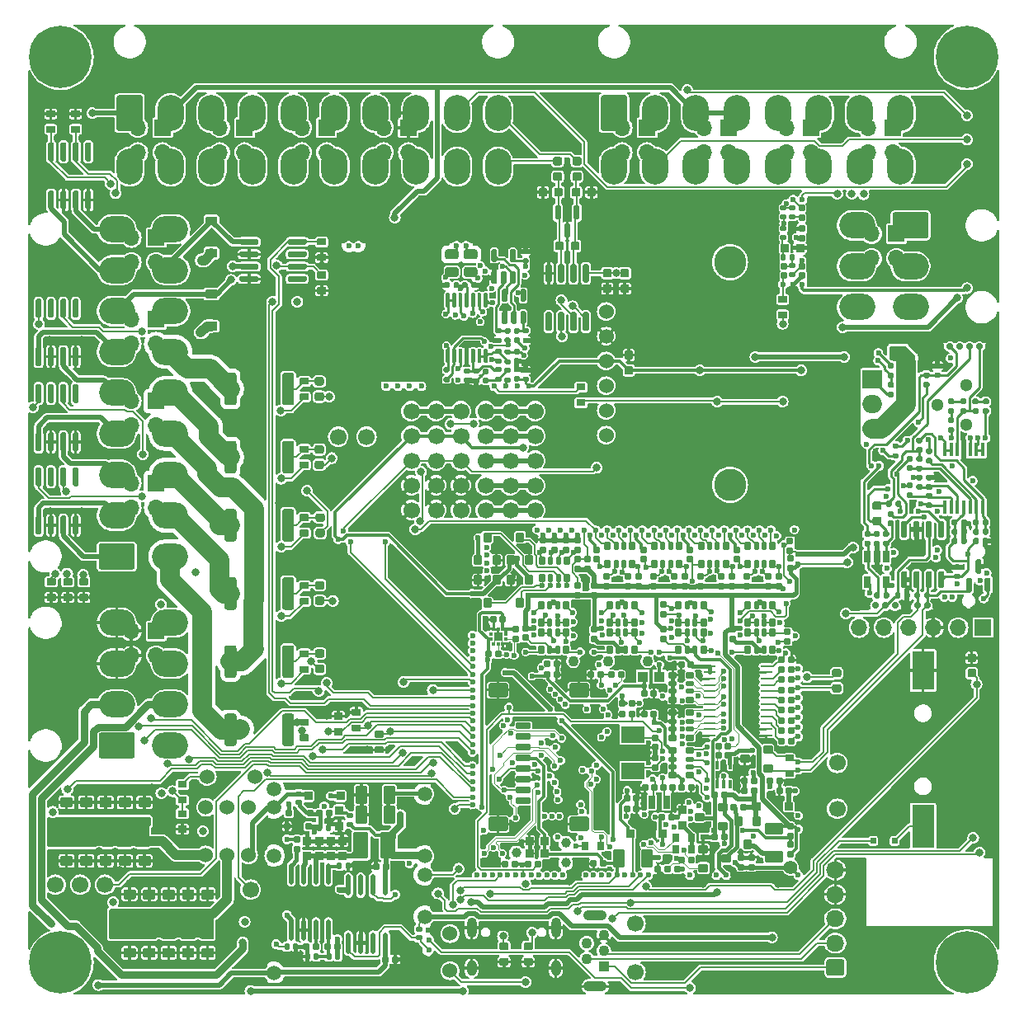
<source format=gbl>
G75*
G70*
%OFA0B0*%
%FSLAX25Y25*%
%IPPOS*%
%LPD*%
%AMOC8*
5,1,8,0,0,1.08239X$1,22.5*
%
%AMM11*
21,1,0.023620,0.018900,0.000000,0.000000,90.000000*
21,1,0.018900,0.023620,0.000000,0.000000,90.000000*
1,1,0.004720,0.009450,0.009450*
1,1,0.004720,0.009450,-0.009450*
1,1,0.004720,-0.009450,-0.009450*
1,1,0.004720,-0.009450,0.009450*
%
%AMM117*
21,1,0.023620,0.018900,0.000000,-0.000000,90.000000*
21,1,0.018900,0.023620,0.000000,-0.000000,90.000000*
1,1,0.004720,0.009450,0.009450*
1,1,0.004720,0.009450,-0.009450*
1,1,0.004720,-0.009450,-0.009450*
1,1,0.004720,-0.009450,0.009450*
%
%AMM118*
21,1,0.019680,0.019680,0.000000,-0.000000,180.000000*
21,1,0.015750,0.023620,0.000000,-0.000000,180.000000*
1,1,0.003940,-0.007870,0.009840*
1,1,0.003940,0.007870,0.009840*
1,1,0.003940,0.007870,-0.009840*
1,1,0.003940,-0.007870,-0.009840*
%
%AMM119*
21,1,0.033470,0.026770,0.000000,-0.000000,180.000000*
21,1,0.026770,0.033470,0.000000,-0.000000,180.000000*
1,1,0.006690,-0.013390,0.013390*
1,1,0.006690,0.013390,0.013390*
1,1,0.006690,0.013390,-0.013390*
1,1,0.006690,-0.013390,-0.013390*
%
%AMM12*
21,1,0.019680,0.019680,0.000000,0.000000,0.000000*
21,1,0.015750,0.023620,0.000000,0.000000,0.000000*
1,1,0.003940,0.007870,-0.009840*
1,1,0.003940,-0.007870,-0.009840*
1,1,0.003940,-0.007870,0.009840*
1,1,0.003940,0.007870,0.009840*
%
%AMM120*
21,1,0.019680,0.019680,0.000000,-0.000000,270.000000*
21,1,0.015750,0.023620,0.000000,-0.000000,270.000000*
1,1,0.003940,-0.009840,-0.007870*
1,1,0.003940,-0.009840,0.007870*
1,1,0.003940,0.009840,0.007870*
1,1,0.003940,0.009840,-0.007870*
%
%AMM13*
21,1,0.019680,0.019680,0.000000,0.000000,270.000000*
21,1,0.015750,0.023620,0.000000,0.000000,270.000000*
1,1,0.003940,-0.009840,-0.007870*
1,1,0.003940,-0.009840,0.007870*
1,1,0.003940,0.009840,0.007870*
1,1,0.003940,0.009840,-0.007870*
%
%AMM183*
21,1,0.025590,0.026380,-0.000000,-0.000000,90.000000*
21,1,0.020470,0.031500,-0.000000,-0.000000,90.000000*
1,1,0.005120,0.013190,0.010240*
1,1,0.005120,0.013190,-0.010240*
1,1,0.005120,-0.013190,-0.010240*
1,1,0.005120,-0.013190,0.010240*
%
%AMM184*
21,1,0.017720,0.027950,-0.000000,-0.000000,90.000000*
21,1,0.014170,0.031500,-0.000000,-0.000000,90.000000*
1,1,0.003540,0.013980,0.007090*
1,1,0.003540,0.013980,-0.007090*
1,1,0.003540,-0.013980,-0.007090*
1,1,0.003540,-0.013980,0.007090*
%
%AMM187*
21,1,0.027560,0.018900,-0.000000,-0.000000,270.000000*
21,1,0.022840,0.023620,-0.000000,-0.000000,270.000000*
1,1,0.004720,-0.009450,-0.011420*
1,1,0.004720,-0.009450,0.011420*
1,1,0.004720,0.009450,0.011420*
1,1,0.004720,0.009450,-0.011420*
%
%AMM189*
21,1,0.027560,0.018900,-0.000000,-0.000000,0.000000*
21,1,0.022840,0.023620,-0.000000,-0.000000,0.000000*
1,1,0.004720,0.011420,-0.009450*
1,1,0.004720,-0.011420,-0.009450*
1,1,0.004720,-0.011420,0.009450*
1,1,0.004720,0.011420,0.009450*
%
%AMM191*
21,1,0.035430,0.030320,-0.000000,-0.000000,90.000000*
21,1,0.028350,0.037400,-0.000000,-0.000000,90.000000*
1,1,0.007090,0.015160,0.014170*
1,1,0.007090,0.015160,-0.014170*
1,1,0.007090,-0.015160,-0.014170*
1,1,0.007090,-0.015160,0.014170*
%
%AMM194*
21,1,0.027560,0.030710,-0.000000,-0.000000,180.000000*
21,1,0.022050,0.036220,-0.000000,-0.000000,180.000000*
1,1,0.005510,-0.011020,0.015350*
1,1,0.005510,0.011020,0.015350*
1,1,0.005510,0.011020,-0.015350*
1,1,0.005510,-0.011020,-0.015350*
%
%AMM215*
21,1,0.033470,0.026770,-0.000000,-0.000000,270.000000*
21,1,0.026770,0.033470,-0.000000,-0.000000,270.000000*
1,1,0.006690,-0.013390,-0.013390*
1,1,0.006690,-0.013390,0.013390*
1,1,0.006690,0.013390,0.013390*
1,1,0.006690,0.013390,-0.013390*
%
%AMM216*
21,1,0.025590,0.026380,-0.000000,-0.000000,180.000000*
21,1,0.020470,0.031500,-0.000000,-0.000000,180.000000*
1,1,0.005120,-0.010240,0.013190*
1,1,0.005120,0.010240,0.013190*
1,1,0.005120,0.010240,-0.013190*
1,1,0.005120,-0.010240,-0.013190*
%
%AMM217*
21,1,0.017720,0.027950,-0.000000,-0.000000,180.000000*
21,1,0.014170,0.031500,-0.000000,-0.000000,180.000000*
1,1,0.003540,-0.007090,0.013980*
1,1,0.003540,0.007090,0.013980*
1,1,0.003540,0.007090,-0.013980*
1,1,0.003540,-0.007090,-0.013980*
%
%AMM218*
21,1,0.033470,0.026770,-0.000000,-0.000000,180.000000*
21,1,0.026770,0.033470,-0.000000,-0.000000,180.000000*
1,1,0.006690,-0.013390,0.013390*
1,1,0.006690,0.013390,0.013390*
1,1,0.006690,0.013390,-0.013390*
1,1,0.006690,-0.013390,-0.013390*
%
%AMM219*
21,1,0.078740,0.045670,-0.000000,-0.000000,0.000000*
21,1,0.067320,0.057090,-0.000000,-0.000000,0.000000*
1,1,0.011420,0.033660,-0.022840*
1,1,0.011420,-0.033660,-0.022840*
1,1,0.011420,-0.033660,0.022840*
1,1,0.011420,0.033660,0.022840*
%
%AMM220*
21,1,0.059060,0.020470,-0.000000,-0.000000,0.000000*
21,1,0.053940,0.025590,-0.000000,-0.000000,0.000000*
1,1,0.005120,0.026970,-0.010240*
1,1,0.005120,-0.026970,-0.010240*
1,1,0.005120,-0.026970,0.010240*
1,1,0.005120,0.026970,0.010240*
%
%AMM221*
21,1,0.035430,0.030320,-0.000000,-0.000000,0.000000*
21,1,0.028350,0.037400,-0.000000,-0.000000,0.000000*
1,1,0.007090,0.014170,-0.015160*
1,1,0.007090,-0.014170,-0.015160*
1,1,0.007090,-0.014170,0.015160*
1,1,0.007090,0.014170,0.015160*
%
%AMM222*
21,1,0.012600,0.028980,-0.000000,-0.000000,0.000000*
21,1,0.010080,0.031500,-0.000000,-0.000000,0.000000*
1,1,0.002520,0.005040,-0.014490*
1,1,0.002520,-0.005040,-0.014490*
1,1,0.002520,-0.005040,0.014490*
1,1,0.002520,0.005040,0.014490*
%
%AMM223*
21,1,0.070870,0.036220,-0.000000,-0.000000,180.000000*
21,1,0.061810,0.045280,-0.000000,-0.000000,180.000000*
1,1,0.009060,-0.030910,0.018110*
1,1,0.009060,0.030910,0.018110*
1,1,0.009060,0.030910,-0.018110*
1,1,0.009060,-0.030910,-0.018110*
%
%AMM224*
21,1,0.035830,0.026770,-0.000000,-0.000000,180.000000*
21,1,0.029130,0.033470,-0.000000,-0.000000,180.000000*
1,1,0.006690,-0.014570,0.013390*
1,1,0.006690,0.014570,0.013390*
1,1,0.006690,0.014570,-0.013390*
1,1,0.006690,-0.014570,-0.013390*
%
%AMM225*
21,1,0.027560,0.049610,-0.000000,-0.000000,180.000000*
21,1,0.022050,0.055120,-0.000000,-0.000000,180.000000*
1,1,0.005510,-0.011020,0.024800*
1,1,0.005510,0.011020,0.024800*
1,1,0.005510,0.011020,-0.024800*
1,1,0.005510,-0.011020,-0.024800*
%
%AMM226*
21,1,0.070870,0.036220,-0.000000,-0.000000,270.000000*
21,1,0.061810,0.045280,-0.000000,-0.000000,270.000000*
1,1,0.009060,-0.018110,-0.030910*
1,1,0.009060,-0.018110,0.030910*
1,1,0.009060,0.018110,0.030910*
1,1,0.009060,0.018110,-0.030910*
%
%AMM227*
21,1,0.027560,0.030710,-0.000000,-0.000000,270.000000*
21,1,0.022050,0.036220,-0.000000,-0.000000,270.000000*
1,1,0.005510,-0.015350,-0.011020*
1,1,0.005510,-0.015350,0.011020*
1,1,0.005510,0.015350,0.011020*
1,1,0.005510,0.015350,-0.011020*
%
%AMM27*
21,1,0.106300,0.050390,0.000000,0.000000,90.000000*
21,1,0.093700,0.062990,0.000000,0.000000,90.000000*
1,1,0.012600,0.025200,0.046850*
1,1,0.012600,0.025200,-0.046850*
1,1,0.012600,-0.025200,-0.046850*
1,1,0.012600,-0.025200,0.046850*
%
%AMM28*
21,1,0.033470,0.026770,0.000000,0.000000,270.000000*
21,1,0.026770,0.033470,0.000000,0.000000,270.000000*
1,1,0.006690,-0.013390,-0.013390*
1,1,0.006690,-0.013390,0.013390*
1,1,0.006690,0.013390,0.013390*
1,1,0.006690,0.013390,-0.013390*
%
%AMM29*
21,1,0.023620,0.018900,0.000000,0.000000,180.000000*
21,1,0.018900,0.023620,0.000000,0.000000,180.000000*
1,1,0.004720,-0.009450,0.009450*
1,1,0.004720,0.009450,0.009450*
1,1,0.004720,0.009450,-0.009450*
1,1,0.004720,-0.009450,-0.009450*
%
%AMM30*
21,1,0.122050,0.075590,0.000000,0.000000,180.000000*
21,1,0.103150,0.094490,0.000000,0.000000,180.000000*
1,1,0.018900,-0.051580,0.037800*
1,1,0.018900,0.051580,0.037800*
1,1,0.018900,0.051580,-0.037800*
1,1,0.018900,-0.051580,-0.037800*
%
%AMM31*
21,1,0.118110,0.083460,0.000000,0.000000,0.000000*
21,1,0.097240,0.104330,0.000000,0.000000,0.000000*
1,1,0.020870,0.048620,-0.041730*
1,1,0.020870,-0.048620,-0.041730*
1,1,0.020870,-0.048620,0.041730*
1,1,0.020870,0.048620,0.041730*
%
%AMM7*
21,1,0.035830,0.026770,0.000000,0.000000,0.000000*
21,1,0.029130,0.033470,0.000000,0.000000,0.000000*
1,1,0.006690,0.014570,-0.013390*
1,1,0.006690,-0.014570,-0.013390*
1,1,0.006690,-0.014570,0.013390*
1,1,0.006690,0.014570,0.013390*
%
%AMM8*
21,1,0.070870,0.036220,0.000000,0.000000,90.000000*
21,1,0.061810,0.045280,0.000000,0.000000,90.000000*
1,1,0.009060,0.018110,0.030910*
1,1,0.009060,0.018110,-0.030910*
1,1,0.009060,-0.018110,-0.030910*
1,1,0.009060,-0.018110,0.030910*
%
%ADD10C,0.00787*%
%ADD101C,0.01968*%
%ADD102C,0.01575*%
%ADD109M7*%
%ADD11R,0.06693X0.06693*%
%ADD110M8*%
%ADD113M11*%
%ADD114M12*%
%ADD115M13*%
%ADD116O,0.00787X0.40158*%
%ADD12O,0.06693X0.06693*%
%ADD13O,0.10630X0.14567*%
%ADD133M27*%
%ADD134M28*%
%ADD135M29*%
%ADD136O,0.01968X0.08661*%
%ADD137M30*%
%ADD138M31*%
%ADD14C,0.06693*%
%ADD15C,0.02756*%
%ADD159C,0.05118*%
%ADD172C,0.03900*%
%ADD18R,0.04331X0.00984*%
%ADD19R,0.03858X0.00984*%
%ADD200C,0.00492*%
%ADD201C,0.01260*%
%ADD202C,0.05512*%
%ADD21R,0.00984X1.08661*%
%ADD23R,0.03740X0.00984*%
%ADD236R,0.01378X0.01476*%
%ADD237R,0.01968X0.01968*%
%ADD239O,0.04961X0.00984*%
%ADD24C,0.03150*%
%ADD241R,0.09449X0.06693*%
%ADD242R,0.01476X0.01378*%
%ADD244R,0.03937X0.04331*%
%ADD25C,0.25197*%
%ADD26C,0.06000*%
%ADD27O,0.07283X0.06693*%
%ADD28C,0.02362*%
%ADD29R,0.24350X0.00984*%
%ADD299M117*%
%ADD30R,0.04390X0.00984*%
%ADD300M118*%
%ADD301M119*%
%ADD302M120*%
%ADD31R,0.00984X0.56201*%
%ADD310R,0.07874X0.07500*%
%ADD311O,0.07874X0.07500*%
%ADD313R,0.01772X0.05709*%
%ADD314R,0.02559X0.04803*%
%ADD32R,0.00984X0.59449*%
%ADD33R,0.20374X0.00984*%
%ADD34R,0.04331X0.04331*%
%ADD35C,0.04331*%
%ADD36O,0.09449X0.04331*%
%ADD37O,0.04823X0.00787*%
%ADD38O,0.00787X0.36614*%
%ADD39C,0.05906*%
%ADD393M183*%
%ADD394M184*%
%ADD397M187*%
%ADD399M189*%
%ADD40O,0.00787X0.12992*%
%ADD401M191*%
%ADD404M194*%
%ADD41O,0.00787X0.40157*%
%ADD42O,0.00787X0.01181*%
%ADD425M215*%
%ADD426M216*%
%ADD427M217*%
%ADD428M218*%
%ADD429M219*%
%ADD43O,0.66929X0.00787*%
%ADD430M220*%
%ADD431M221*%
%ADD432M222*%
%ADD433M223*%
%ADD434M224*%
%ADD435M225*%
%ADD436M226*%
%ADD437M227*%
%ADD44O,0.60630X0.00787*%
%ADD45O,0.00787X0.18898*%
%ADD46O,0.00787X0.10236*%
%ADD47O,0.00787X0.03937*%
%ADD48O,0.00787X0.05906*%
%ADD55O,0.14567X0.10630*%
%ADD59R,0.00787X0.14567*%
%ADD60R,0.00787X0.01575*%
%ADD61R,0.00787X0.06299*%
%ADD62R,0.00787X0.38189*%
%ADD63R,0.00787X0.09055*%
%ADD64R,0.05512X0.00787*%
%ADD65R,0.25197X0.00787*%
%ADD66R,0.06693X0.00787*%
%ADD67R,0.12992X0.00787*%
%ADD68R,0.00787X0.27559*%
%ADD69R,0.00787X0.12992*%
%ADD70R,0.00787X0.24803*%
%ADD72O,0.03937X0.08268*%
%ADD73O,0.03937X0.06299*%
%ADD74C,0.13000*%
%ADD76C,0.01181*%
%ADD77C,0.03937*%
%ADD78C,0.01969*%
%ADD79C,0.00591*%
%ADD86C,0.00984*%
%ADD95R,0.24803X0.00984*%
%ADD96R,0.34449X0.00984*%
%ADD97R,0.09055X0.17323*%
%ADD98R,0.09055X0.15748*%
%ADD99C,0.07874*%
X0000000Y0000000D02*
%LPD*%
G01*
D11*
X0052421Y0207677D03*
D12*
X0042421Y0207677D03*
X0052421Y0197677D03*
X0042421Y0197677D03*
G36*
G01*
X0232087Y0350886D02*
X0232087Y0363484D01*
G75*
G02*
X0233071Y0364469I0000984J0000000D01*
G01*
X0241732Y0364469D01*
G75*
G02*
X0242717Y0363484I0000000J-000984D01*
G01*
X0242717Y0350886D01*
G75*
G02*
X0241732Y0349902I-000984J0000000D01*
G01*
X0233071Y0349902D01*
G75*
G02*
X0232087Y0350886I0000000J0000984D01*
G01*
G37*
D13*
X0253937Y0357185D03*
X0270472Y0357185D03*
X0287008Y0357185D03*
X0303543Y0357185D03*
X0320079Y0357185D03*
X0336614Y0357185D03*
X0353150Y0357185D03*
X0237402Y0335531D03*
X0253937Y0335531D03*
X0270472Y0335531D03*
X0287008Y0335531D03*
X0303543Y0335531D03*
X0320079Y0335531D03*
X0336614Y0335531D03*
X0353150Y0335531D03*
D14*
X0327559Y0075984D03*
D11*
X0052421Y0240748D03*
D12*
X0042421Y0240748D03*
X0052421Y0230748D03*
X0042421Y0230748D03*
D15*
X0384941Y0262795D03*
X0373130Y0262795D03*
X0377067Y0262795D03*
X0381004Y0262795D03*
D18*
X0338287Y0156594D03*
D19*
X0355374Y0156594D03*
D95*
X0378839Y0156594D03*
D21*
X0336614Y0210433D03*
X0390748Y0210433D03*
D96*
X0353346Y0264272D03*
D23*
X0389370Y0264272D03*
D15*
X0346949Y0158106D03*
X0350886Y0158106D03*
X0363862Y0158106D03*
X0359862Y0158106D03*
X0343012Y0158106D03*
G36*
G01*
X0036417Y0350886D02*
X0036417Y0363484D01*
G75*
G02*
X0037402Y0364469I0000984J0000000D01*
G01*
X0046063Y0364469D01*
G75*
G02*
X0047047Y0363484I0000000J-000984D01*
G01*
X0047047Y0350886D01*
G75*
G02*
X0046063Y0349902I-000984J0000000D01*
G01*
X0037402Y0349902D01*
G75*
G02*
X0036417Y0350886I0000000J0000984D01*
G01*
G37*
D13*
X0058268Y0357185D03*
X0074803Y0357185D03*
X0091339Y0357185D03*
X0107874Y0357185D03*
X0124409Y0357185D03*
X0140945Y0357185D03*
X0157480Y0357185D03*
X0174016Y0357185D03*
X0190551Y0357185D03*
X0041732Y0335531D03*
X0058268Y0335531D03*
X0074803Y0335531D03*
X0091339Y0335531D03*
X0107874Y0335531D03*
X0124409Y0335531D03*
X0140945Y0335531D03*
X0157480Y0335531D03*
X0174016Y0335531D03*
X0190551Y0335531D03*
D11*
X0154291Y0351280D03*
D12*
X0144291Y0351280D03*
X0154291Y0341280D03*
X0144291Y0341280D03*
D14*
X0125984Y0226378D03*
X0137402Y0226378D03*
X0021811Y0045276D03*
D24*
X0004331Y0379921D03*
X0007098Y0386603D03*
X0007098Y0373240D03*
X0013780Y0389370D03*
D25*
X0013780Y0379921D03*
D24*
X0013780Y0370472D03*
X0020461Y0386603D03*
X0020461Y0373240D03*
X0023228Y0379921D03*
X0370472Y0379921D03*
X0373240Y0386603D03*
X0373240Y0373240D03*
X0379921Y0389370D03*
D25*
X0379921Y0379921D03*
D24*
X0379921Y0370472D03*
X0386603Y0386603D03*
X0386603Y0373240D03*
X0389370Y0379921D03*
D26*
X0072441Y0076575D03*
X0072441Y0057283D03*
G36*
G01*
X0329429Y0008465D02*
X0324114Y0008465D01*
G75*
G02*
X0323130Y0009449I0000000J0000984D01*
G01*
X0323130Y0014173D01*
G75*
G02*
X0324114Y0015157I0000984J0000000D01*
G01*
X0329429Y0015157D01*
G75*
G02*
X0330413Y0014173I0000000J-000984D01*
G01*
X0330413Y0009449D01*
G75*
G02*
X0329429Y0008465I-000984J0000000D01*
G01*
G37*
D27*
X0326772Y0021654D03*
X0326772Y0031496D03*
X0326772Y0041339D03*
X0326772Y0051181D03*
D14*
X0246063Y0029528D03*
D24*
X0004331Y0013780D03*
X0007098Y0020461D03*
X0007098Y0007098D03*
X0013780Y0023228D03*
D25*
X0013780Y0013780D03*
D24*
X0013780Y0004331D03*
X0020461Y0020461D03*
X0020461Y0007098D03*
X0023228Y0013780D03*
D28*
X0193602Y0246752D03*
X0188878Y0246752D03*
X0198327Y0246752D03*
X0203051Y0246752D03*
D29*
X0192549Y0304429D03*
D30*
X0168730Y0304429D03*
D31*
X0204232Y0276821D03*
D32*
X0167028Y0275197D03*
D33*
X0176722Y0245965D03*
D28*
X0177618Y0303543D03*
X0173681Y0303543D03*
D14*
X0011811Y0045276D03*
D34*
X0233268Y0012205D03*
D35*
X0226378Y0015354D03*
X0233268Y0018504D03*
X0226378Y0021654D03*
X0233268Y0024803D03*
D36*
X0229823Y0004134D03*
X0229823Y0032874D03*
D26*
X0081102Y0076575D03*
X0081102Y0057283D03*
D28*
X0313287Y0287894D03*
D37*
X0305512Y0322933D03*
D38*
X0315650Y0305020D03*
X0303445Y0305020D03*
D28*
X0309547Y0287894D03*
X0305807Y0287894D03*
X0309744Y0322146D03*
X0313287Y0322146D03*
D14*
X0090551Y0043307D03*
D39*
X0160925Y0081988D03*
X0160925Y0056791D03*
X0160925Y0049311D03*
X0160925Y0032382D03*
D28*
X0162697Y0022933D03*
X0162697Y0018996D03*
D40*
X0097343Y0066831D03*
D41*
X0097343Y0033366D03*
D42*
X0097343Y0005413D03*
D43*
X0130413Y0005217D03*
D44*
X0133563Y0086319D03*
D39*
X0160925Y0007776D03*
D42*
X0163484Y0086122D03*
D45*
X0163484Y0069587D03*
D46*
X0163484Y0040650D03*
D47*
X0163484Y0026870D03*
D48*
X0163484Y0013878D03*
D39*
X0099902Y0083760D03*
X0099902Y0076476D03*
X0099902Y0056988D03*
X0099902Y0009547D03*
D28*
X0125984Y0184941D03*
X0128051Y0188386D03*
X0131004Y0183760D03*
X0144980Y0184055D03*
D11*
X0316890Y0351280D03*
D12*
X0306890Y0351280D03*
X0316890Y0341280D03*
X0306890Y0341280D03*
G36*
G01*
X0042815Y0172638D02*
X0030217Y0172638D01*
G75*
G02*
X0029232Y0173622I0000000J0000984D01*
G01*
X0029232Y0182283D01*
G75*
G02*
X0030217Y0183268I0000984J0000000D01*
G01*
X0042815Y0183268D01*
G75*
G02*
X0043799Y0182283I0000000J-000984D01*
G01*
X0043799Y0173622D01*
G75*
G02*
X0042815Y0172638I-000984J0000000D01*
G01*
G37*
D55*
X0036516Y0194488D03*
X0036516Y0211024D03*
X0036516Y0227559D03*
X0036516Y0244094D03*
X0036516Y0260630D03*
X0036516Y0277165D03*
X0036516Y0293701D03*
X0036516Y0310236D03*
X0058169Y0177953D03*
X0058169Y0194488D03*
X0058169Y0211024D03*
X0058169Y0227559D03*
X0058169Y0244094D03*
X0058169Y0260630D03*
X0058169Y0277165D03*
X0058169Y0293701D03*
X0058169Y0310236D03*
D11*
X0349961Y0351280D03*
D12*
X0339961Y0351280D03*
X0349961Y0341280D03*
X0339961Y0341280D03*
G36*
G01*
X0350886Y0317126D02*
X0363484Y0317126D01*
G75*
G02*
X0364469Y0316142I0000000J-000984D01*
G01*
X0364469Y0307480D01*
G75*
G02*
X0363484Y0306496I-000984J0000000D01*
G01*
X0350886Y0306496D01*
G75*
G02*
X0349902Y0307480I0000000J0000984D01*
G01*
X0349902Y0316142D01*
G75*
G02*
X0350886Y0317126I0000984J0000000D01*
G01*
G37*
D55*
X0357185Y0295276D03*
X0357185Y0278740D03*
X0335531Y0311811D03*
X0335531Y0295276D03*
X0335531Y0278740D03*
D11*
X0121220Y0351280D03*
D12*
X0111220Y0351280D03*
X0121220Y0341280D03*
X0111220Y0341280D03*
D26*
X0089764Y0076575D03*
X0089764Y0057283D03*
D14*
X0155512Y0196693D03*
X0155512Y0206693D03*
X0155512Y0216693D03*
X0155512Y0226693D03*
X0155512Y0236693D03*
X0165512Y0196693D03*
X0165512Y0206693D03*
X0165512Y0216693D03*
X0165512Y0226693D03*
X0165512Y0236693D03*
X0175512Y0196693D03*
X0175512Y0206693D03*
X0175512Y0216693D03*
X0175512Y0226693D03*
X0175512Y0236693D03*
X0246063Y0009843D03*
D26*
X0171160Y0025491D03*
X0171160Y0010491D03*
D11*
X0351437Y0308465D03*
D12*
X0341437Y0308465D03*
X0351437Y0298465D03*
X0341437Y0298465D03*
G36*
G01*
X0042815Y0096260D02*
X0030217Y0096260D01*
G75*
G02*
X0029232Y0097244I0000000J0000984D01*
G01*
X0029232Y0105906D01*
G75*
G02*
X0030217Y0106890I0000984J0000000D01*
G01*
X0042815Y0106890D01*
G75*
G02*
X0043799Y0105906I0000000J-000984D01*
G01*
X0043799Y0097244D01*
G75*
G02*
X0042815Y0096260I-000984J0000000D01*
G01*
G37*
D55*
X0036516Y0118110D03*
X0036516Y0134646D03*
X0036516Y0151181D03*
X0058169Y0101575D03*
X0058169Y0118110D03*
X0058169Y0134646D03*
X0058169Y0151181D03*
D14*
X0327559Y0094488D03*
D28*
X0180315Y0162992D03*
X0180315Y0146063D03*
X0180315Y0142913D03*
X0180315Y0139764D03*
X0180315Y0136614D03*
X0180315Y0133465D03*
X0180315Y0130315D03*
X0180315Y0127165D03*
X0180315Y0124016D03*
X0180315Y0120866D03*
X0180315Y0117717D03*
X0180315Y0114567D03*
X0180315Y0111417D03*
X0180315Y0108268D03*
X0180315Y0105118D03*
X0180315Y0101969D03*
X0180315Y0098819D03*
X0180315Y0093307D03*
X0180315Y0090158D03*
X0180315Y0087008D03*
X0180315Y0083858D03*
X0180315Y0080709D03*
X0180315Y0077559D03*
D59*
X0312598Y0058465D03*
D60*
X0312598Y0070472D03*
D59*
X0312598Y0082480D03*
D61*
X0312598Y0100000D03*
D62*
X0312598Y0153740D03*
D63*
X0312598Y0185236D03*
D64*
X0305512Y0189370D03*
D65*
X0297244Y0048425D03*
D66*
X0273425Y0048425D03*
D67*
X0259646Y0048425D03*
D64*
X0221260Y0048425D03*
D65*
X0191732Y0189370D03*
D68*
X0179528Y0061811D03*
D60*
X0179528Y0096063D03*
D69*
X0179528Y0154528D03*
D70*
X0179528Y0177362D03*
D28*
X0181890Y0049213D03*
X0185039Y0049213D03*
X0188189Y0049213D03*
X0191339Y0049213D03*
X0194488Y0049213D03*
X0197638Y0049213D03*
X0200787Y0049213D03*
X0203937Y0049213D03*
X0207087Y0049213D03*
X0210236Y0049213D03*
X0213386Y0049213D03*
X0216535Y0049213D03*
X0225984Y0049213D03*
X0229134Y0049213D03*
X0232283Y0049213D03*
X0235433Y0049213D03*
X0238583Y0049213D03*
X0241732Y0049213D03*
X0244882Y0049213D03*
X0248032Y0049213D03*
X0251181Y0049213D03*
X0268110Y0049213D03*
X0278740Y0049213D03*
X0282677Y0049213D03*
X0311811Y0049213D03*
X0206299Y0188583D03*
X0211024Y0188583D03*
X0215748Y0188583D03*
X0220472Y0188583D03*
X0225197Y0188583D03*
X0229921Y0188583D03*
X0234646Y0188583D03*
X0239370Y0188583D03*
X0244094Y0188583D03*
X0248819Y0188583D03*
X0253543Y0188583D03*
X0258268Y0188583D03*
X0262992Y0188583D03*
X0267717Y0188583D03*
X0272441Y0188583D03*
X0277165Y0188583D03*
X0281890Y0188583D03*
X0286614Y0188583D03*
X0291339Y0188583D03*
X0296063Y0188583D03*
X0300787Y0188583D03*
X0310236Y0188583D03*
X0311811Y0178740D03*
X0311811Y0174803D03*
X0311811Y0132677D03*
X0311811Y0128740D03*
X0311811Y0124803D03*
X0311811Y0120866D03*
X0311811Y0116929D03*
X0311811Y0112992D03*
X0311811Y0109055D03*
X0311811Y0105118D03*
X0311811Y0094882D03*
X0311811Y0091732D03*
X0311811Y0073228D03*
X0311811Y0067717D03*
D11*
X0250748Y0351280D03*
D12*
X0240748Y0351280D03*
X0250748Y0341280D03*
X0240748Y0341280D03*
D72*
X0179843Y0027972D03*
D73*
X0179843Y0011516D03*
D72*
X0213858Y0027972D03*
D73*
X0213858Y0011516D03*
D24*
X0370472Y0013780D03*
X0373240Y0020461D03*
X0373240Y0007098D03*
X0379921Y0023228D03*
D25*
X0379921Y0013780D03*
D24*
X0379921Y0004331D03*
X0386603Y0020461D03*
X0386603Y0007098D03*
X0389370Y0013780D03*
D28*
X0150098Y0246752D03*
X0145374Y0246752D03*
X0154823Y0246752D03*
X0159547Y0246752D03*
D29*
X0149045Y0304429D03*
D30*
X0125226Y0304429D03*
D31*
X0160728Y0276821D03*
D32*
X0123524Y0275197D03*
D33*
X0133219Y0245965D03*
D28*
X0134114Y0303543D03*
X0130177Y0303543D03*
D11*
X0055079Y0351280D03*
D12*
X0045079Y0351280D03*
X0055079Y0341280D03*
X0045079Y0341280D03*
D11*
X0052421Y0306890D03*
D12*
X0042421Y0306890D03*
X0052421Y0296890D03*
X0042421Y0296890D03*
D26*
X0073031Y0088976D03*
X0092323Y0088976D03*
D11*
X0088150Y0351280D03*
D12*
X0078150Y0351280D03*
X0088150Y0341280D03*
X0078150Y0341280D03*
D11*
X0386417Y0149213D03*
D12*
X0376417Y0149213D03*
X0366417Y0149213D03*
X0356417Y0149213D03*
X0346417Y0149213D03*
X0336417Y0149213D03*
D11*
X0052421Y0273819D03*
D12*
X0042421Y0273819D03*
X0052421Y0263819D03*
X0042421Y0263819D03*
D11*
X0052421Y0147835D03*
D12*
X0042421Y0147835D03*
X0052421Y0137835D03*
X0042421Y0137835D03*
D11*
X0283819Y0351280D03*
D12*
X0273819Y0351280D03*
X0283819Y0341280D03*
X0273819Y0341280D03*
D74*
X0284265Y0296969D03*
X0284265Y0206969D03*
D26*
X0234265Y0276969D03*
X0234265Y0266969D03*
X0234265Y0256969D03*
X0234265Y0246969D03*
X0234265Y0236969D03*
X0234265Y0226969D03*
D14*
X0031811Y0045276D03*
X0185512Y0196693D03*
X0185512Y0206693D03*
X0185512Y0216693D03*
X0185512Y0226693D03*
X0185512Y0236693D03*
X0195512Y0196693D03*
X0195512Y0206693D03*
X0195512Y0216693D03*
X0195512Y0226693D03*
X0195512Y0236693D03*
X0205512Y0196693D03*
X0205512Y0206693D03*
X0205512Y0216693D03*
X0205512Y0226693D03*
X0205512Y0236693D03*
G36*
G01*
X0214173Y0319910D02*
X0215354Y0319910D01*
G75*
G02*
X0215945Y0319319I0000000J-000591D01*
G01*
X0215945Y0314693D01*
G75*
G02*
X0215354Y0314102I-000591J0000000D01*
G01*
X0214173Y0314102D01*
G75*
G02*
X0213583Y0314693I0000000J0000591D01*
G01*
X0213583Y0319319D01*
G75*
G02*
X0214173Y0319910I0000591J0000000D01*
G01*
G37*
G36*
G01*
X0221654Y0319910D02*
X0222835Y0319910D01*
G75*
G02*
X0223425Y0319319I0000000J-000591D01*
G01*
X0223425Y0314693D01*
G75*
G02*
X0222835Y0314102I-000591J0000000D01*
G01*
X0221654Y0314102D01*
G75*
G02*
X0221063Y0314693I0000000J0000591D01*
G01*
X0221063Y0319319D01*
G75*
G02*
X0221654Y0319910I0000591J0000000D01*
G01*
G37*
G36*
G01*
X0217913Y0312528D02*
X0219094Y0312528D01*
G75*
G02*
X0219685Y0311937I0000000J-000591D01*
G01*
X0219685Y0307311D01*
G75*
G02*
X0219094Y0306721I-000591J0000000D01*
G01*
X0217913Y0306721D01*
G75*
G02*
X0217323Y0307311I0000000J0000591D01*
G01*
X0217323Y0311937D01*
G75*
G02*
X0217913Y0312528I0000591J0000000D01*
G01*
G37*
G36*
G01*
X0049803Y0052992D02*
X0045669Y0052992D01*
G75*
G02*
X0045276Y0053386I0000000J0000394D01*
G01*
X0045276Y0056535D01*
G75*
G02*
X0045669Y0056929I0000394J0000000D01*
G01*
X0049803Y0056929D01*
G75*
G02*
X0050197Y0056535I0000000J-000394D01*
G01*
X0050197Y0053386D01*
G75*
G02*
X0049803Y0052992I-000394J0000000D01*
G01*
G37*
G36*
G01*
X0049803Y0060866D02*
X0045669Y0060866D01*
G75*
G02*
X0045276Y0061260I0000000J0000394D01*
G01*
X0045276Y0064409D01*
G75*
G02*
X0045669Y0064803I0000394J0000000D01*
G01*
X0049803Y0064803D01*
G75*
G02*
X0050197Y0064409I0000000J-000394D01*
G01*
X0050197Y0061260D01*
G75*
G02*
X0049803Y0060866I-000394J0000000D01*
G01*
G37*
G36*
G01*
X0241969Y0261083D02*
X0244646Y0261083D01*
G75*
G02*
X0244980Y0260748I0000000J-000335D01*
G01*
X0244980Y0258071D01*
G75*
G02*
X0244646Y0257736I-000335J0000000D01*
G01*
X0241969Y0257736D01*
G75*
G02*
X0241634Y0258071I0000000J0000335D01*
G01*
X0241634Y0260748D01*
G75*
G02*
X0241969Y0261083I0000335J0000000D01*
G01*
G37*
G36*
G01*
X0241969Y0254862D02*
X0244646Y0254862D01*
G75*
G02*
X0244980Y0254528I0000000J-000335D01*
G01*
X0244980Y0251850D01*
G75*
G02*
X0244646Y0251516I-000335J0000000D01*
G01*
X0241969Y0251516D01*
G75*
G02*
X0241634Y0251850I0000000J0000335D01*
G01*
X0241634Y0254528D01*
G75*
G02*
X0241969Y0254862I0000335J0000000D01*
G01*
G37*
G36*
G01*
X0076811Y0298819D02*
X0072795Y0298819D01*
G75*
G02*
X0072441Y0299173I0000000J0000354D01*
G01*
X0072441Y0302008D01*
G75*
G02*
X0072795Y0302362I0000354J0000000D01*
G01*
X0076811Y0302362D01*
G75*
G02*
X0077165Y0302008I0000000J-000354D01*
G01*
X0077165Y0299173D01*
G75*
G02*
X0076811Y0298819I-000354J0000000D01*
G01*
G37*
G36*
G01*
X0076811Y0311811D02*
X0072795Y0311811D01*
G75*
G02*
X0072441Y0312165I0000000J0000354D01*
G01*
X0072441Y0315000D01*
G75*
G02*
X0072795Y0315354I0000354J0000000D01*
G01*
X0076811Y0315354D01*
G75*
G02*
X0077165Y0315000I0000000J-000354D01*
G01*
X0077165Y0312165D01*
G75*
G02*
X0076811Y0311811I-000354J0000000D01*
G01*
G37*
D97*
X0362205Y0068898D03*
D98*
X0362205Y0131890D03*
G36*
G01*
X0004311Y0247638D02*
X0005492Y0247638D01*
G75*
G02*
X0006083Y0247047I0000000J-000591D01*
G01*
X0006083Y0240551D01*
G75*
G02*
X0005492Y0239961I-000591J0000000D01*
G01*
X0004311Y0239961D01*
G75*
G02*
X0003720Y0240551I0000000J0000591D01*
G01*
X0003720Y0247047D01*
G75*
G02*
X0004311Y0247638I0000591J0000000D01*
G01*
G37*
G36*
G01*
X0009311Y0247638D02*
X0010492Y0247638D01*
G75*
G02*
X0011083Y0247047I0000000J-000591D01*
G01*
X0011083Y0240551D01*
G75*
G02*
X0010492Y0239961I-000591J0000000D01*
G01*
X0009311Y0239961D01*
G75*
G02*
X0008720Y0240551I0000000J0000591D01*
G01*
X0008720Y0247047D01*
G75*
G02*
X0009311Y0247638I0000591J0000000D01*
G01*
G37*
G36*
G01*
X0014311Y0247638D02*
X0015492Y0247638D01*
G75*
G02*
X0016083Y0247047I0000000J-000591D01*
G01*
X0016083Y0240551D01*
G75*
G02*
X0015492Y0239961I-000591J0000000D01*
G01*
X0014311Y0239961D01*
G75*
G02*
X0013720Y0240551I0000000J0000591D01*
G01*
X0013720Y0247047D01*
G75*
G02*
X0014311Y0247638I0000591J0000000D01*
G01*
G37*
G36*
G01*
X0019311Y0247638D02*
X0020492Y0247638D01*
G75*
G02*
X0021083Y0247047I0000000J-000591D01*
G01*
X0021083Y0240551D01*
G75*
G02*
X0020492Y0239961I-000591J0000000D01*
G01*
X0019311Y0239961D01*
G75*
G02*
X0018720Y0240551I0000000J0000591D01*
G01*
X0018720Y0247047D01*
G75*
G02*
X0019311Y0247638I0000591J0000000D01*
G01*
G37*
G36*
G01*
X0019311Y0228150D02*
X0020492Y0228150D01*
G75*
G02*
X0021083Y0227559I0000000J-000591D01*
G01*
X0021083Y0221063D01*
G75*
G02*
X0020492Y0220472I-000591J0000000D01*
G01*
X0019311Y0220472D01*
G75*
G02*
X0018720Y0221063I0000000J0000591D01*
G01*
X0018720Y0227559D01*
G75*
G02*
X0019311Y0228150I0000591J0000000D01*
G01*
G37*
G36*
G01*
X0014311Y0228150D02*
X0015492Y0228150D01*
G75*
G02*
X0016083Y0227559I0000000J-000591D01*
G01*
X0016083Y0221063D01*
G75*
G02*
X0015492Y0220472I-000591J0000000D01*
G01*
X0014311Y0220472D01*
G75*
G02*
X0013720Y0221063I0000000J0000591D01*
G01*
X0013720Y0227559D01*
G75*
G02*
X0014311Y0228150I0000591J0000000D01*
G01*
G37*
G36*
G01*
X0009311Y0228150D02*
X0010492Y0228150D01*
G75*
G02*
X0011083Y0227559I0000000J-000591D01*
G01*
X0011083Y0221063D01*
G75*
G02*
X0010492Y0220472I-000591J0000000D01*
G01*
X0009311Y0220472D01*
G75*
G02*
X0008720Y0221063I0000000J0000591D01*
G01*
X0008720Y0227559D01*
G75*
G02*
X0009311Y0228150I0000591J0000000D01*
G01*
G37*
G36*
G01*
X0004311Y0228150D02*
X0005492Y0228150D01*
G75*
G02*
X0006083Y0227559I0000000J-000591D01*
G01*
X0006083Y0221063D01*
G75*
G02*
X0005492Y0220472I-000591J0000000D01*
G01*
X0004311Y0220472D01*
G75*
G02*
X0003720Y0221063I0000000J0000591D01*
G01*
X0003720Y0227559D01*
G75*
G02*
X0004311Y0228150I0000591J0000000D01*
G01*
G37*
G36*
G01*
X0011575Y0160039D02*
X0008504Y0160039D01*
G75*
G02*
X0008228Y0160315I0000000J0000276D01*
G01*
X0008228Y0162520D01*
G75*
G02*
X0008504Y0162795I0000276J0000000D01*
G01*
X0011575Y0162795D01*
G75*
G02*
X0011850Y0162520I0000000J-000276D01*
G01*
X0011850Y0160315D01*
G75*
G02*
X0011575Y0160039I-000276J0000000D01*
G01*
G37*
G36*
G01*
X0011575Y0166339D02*
X0008504Y0166339D01*
G75*
G02*
X0008228Y0166614I0000000J0000276D01*
G01*
X0008228Y0168819D01*
G75*
G02*
X0008504Y0169094I0000276J0000000D01*
G01*
X0011575Y0169094D01*
G75*
G02*
X0011850Y0168819I0000000J-000276D01*
G01*
X0011850Y0166614D01*
G75*
G02*
X0011575Y0166339I-000276J0000000D01*
G01*
G37*
G36*
G01*
X0229941Y0326535D02*
X0229941Y0323858D01*
G75*
G02*
X0229606Y0323524I-000335J0000000D01*
G01*
X0226929Y0323524D01*
G75*
G02*
X0226594Y0323858I0000000J0000335D01*
G01*
X0226594Y0326535D01*
G75*
G02*
X0226929Y0326870I0000335J0000000D01*
G01*
X0229606Y0326870D01*
G75*
G02*
X0229941Y0326535I0000000J-000335D01*
G01*
G37*
G36*
G01*
X0223720Y0326535D02*
X0223720Y0323858D01*
G75*
G02*
X0223386Y0323524I-000335J0000000D01*
G01*
X0220709Y0323524D01*
G75*
G02*
X0220374Y0323858I0000000J0000335D01*
G01*
X0220374Y0326535D01*
G75*
G02*
X0220709Y0326870I0000335J0000000D01*
G01*
X0223386Y0326870D01*
G75*
G02*
X0223720Y0326535I0000000J-000335D01*
G01*
G37*
G36*
G01*
X0026181Y0052992D02*
X0022047Y0052992D01*
G75*
G02*
X0021654Y0053386I0000000J0000394D01*
G01*
X0021654Y0056535D01*
G75*
G02*
X0022047Y0056929I0000394J0000000D01*
G01*
X0026181Y0056929D01*
G75*
G02*
X0026575Y0056535I0000000J-000394D01*
G01*
X0026575Y0053386D01*
G75*
G02*
X0026181Y0052992I-000394J0000000D01*
G01*
G37*
G36*
G01*
X0026181Y0060866D02*
X0022047Y0060866D01*
G75*
G02*
X0021654Y0061260I0000000J0000394D01*
G01*
X0021654Y0064409D01*
G75*
G02*
X0022047Y0064803I0000394J0000000D01*
G01*
X0026181Y0064803D01*
G75*
G02*
X0026575Y0064409I0000000J-000394D01*
G01*
X0026575Y0061260D01*
G75*
G02*
X0026181Y0060866I-000394J0000000D01*
G01*
G37*
G36*
G01*
X0380551Y0138642D02*
X0383228Y0138642D01*
G75*
G02*
X0383563Y0138307I0000000J-000335D01*
G01*
X0383563Y0135630D01*
G75*
G02*
X0383228Y0135295I-000335J0000000D01*
G01*
X0380551Y0135295D01*
G75*
G02*
X0380217Y0135630I0000000J0000335D01*
G01*
X0380217Y0138307D01*
G75*
G02*
X0380551Y0138642I0000335J0000000D01*
G01*
G37*
G36*
G01*
X0380551Y0132421D02*
X0383228Y0132421D01*
G75*
G02*
X0383563Y0132087I0000000J-000335D01*
G01*
X0383563Y0129409D01*
G75*
G02*
X0383228Y0129075I-000335J0000000D01*
G01*
X0380551Y0129075D01*
G75*
G02*
X0380217Y0129409I0000000J0000335D01*
G01*
X0380217Y0132087D01*
G75*
G02*
X0380551Y0132421I0000335J0000000D01*
G01*
G37*
G36*
G01*
X0213720Y0302134D02*
X0213720Y0304811D01*
G75*
G02*
X0214055Y0305146I0000335J0000000D01*
G01*
X0216732Y0305146D01*
G75*
G02*
X0217067Y0304811I0000000J-000335D01*
G01*
X0217067Y0302134D01*
G75*
G02*
X0216732Y0301799I-000335J0000000D01*
G01*
X0214055Y0301799D01*
G75*
G02*
X0213720Y0302134I0000000J0000335D01*
G01*
G37*
G36*
G01*
X0219941Y0302134D02*
X0219941Y0304811D01*
G75*
G02*
X0220276Y0305146I0000335J0000000D01*
G01*
X0222953Y0305146D01*
G75*
G02*
X0223287Y0304811I0000000J-000335D01*
G01*
X0223287Y0302134D01*
G75*
G02*
X0222953Y0301799I-000335J0000000D01*
G01*
X0220276Y0301799D01*
G75*
G02*
X0219941Y0302134I0000000J0000335D01*
G01*
G37*
G36*
G01*
X0024764Y0160039D02*
X0021693Y0160039D01*
G75*
G02*
X0021417Y0160315I0000000J0000276D01*
G01*
X0021417Y0162520D01*
G75*
G02*
X0021693Y0162795I0000276J0000000D01*
G01*
X0024764Y0162795D01*
G75*
G02*
X0025039Y0162520I0000000J-000276D01*
G01*
X0025039Y0160315D01*
G75*
G02*
X0024764Y0160039I-000276J0000000D01*
G01*
G37*
G36*
G01*
X0024764Y0166339D02*
X0021693Y0166339D01*
G75*
G02*
X0021417Y0166614I0000000J0000276D01*
G01*
X0021417Y0168819D01*
G75*
G02*
X0021693Y0169094I0000276J0000000D01*
G01*
X0024764Y0169094D01*
G75*
G02*
X0025039Y0168819I0000000J-000276D01*
G01*
X0025039Y0166614D01*
G75*
G02*
X0024764Y0166339I-000276J0000000D01*
G01*
G37*
G36*
G01*
X0063287Y0043307D02*
X0067421Y0043307D01*
G75*
G02*
X0067815Y0042913I0000000J-000394D01*
G01*
X0067815Y0039764D01*
G75*
G02*
X0067421Y0039370I-000394J0000000D01*
G01*
X0063287Y0039370D01*
G75*
G02*
X0062894Y0039764I0000000J0000394D01*
G01*
X0062894Y0042913D01*
G75*
G02*
X0063287Y0043307I0000394J0000000D01*
G01*
G37*
G36*
G01*
X0063287Y0035433D02*
X0067421Y0035433D01*
G75*
G02*
X0067815Y0035039I0000000J-000394D01*
G01*
X0067815Y0031890D01*
G75*
G02*
X0067421Y0031496I-000394J0000000D01*
G01*
X0063287Y0031496D01*
G75*
G02*
X0062894Y0031890I0000000J0000394D01*
G01*
X0062894Y0035039D01*
G75*
G02*
X0063287Y0035433I0000394J0000000D01*
G01*
G37*
G36*
G01*
X0108169Y0251280D02*
X0108169Y0240059D01*
G75*
G02*
X0107185Y0239075I-000984J0000000D01*
G01*
X0104331Y0239075D01*
G75*
G02*
X0103346Y0240059I0000000J0000984D01*
G01*
X0103346Y0251280D01*
G75*
G02*
X0104331Y0252264I0000984J0000000D01*
G01*
X0107185Y0252264D01*
G75*
G02*
X0108169Y0251280I0000000J-000984D01*
G01*
G37*
G36*
G01*
X0084843Y0251280D02*
X0084843Y0240059D01*
G75*
G02*
X0083858Y0239075I-000984J0000000D01*
G01*
X0081004Y0239075D01*
G75*
G02*
X0080020Y0240059I0000000J0000984D01*
G01*
X0080020Y0251280D01*
G75*
G02*
X0081004Y0252264I0000984J0000000D01*
G01*
X0083858Y0252264D01*
G75*
G02*
X0084843Y0251280I0000000J-000984D01*
G01*
G37*
G36*
G01*
X0029921Y0080551D02*
X0034055Y0080551D01*
G75*
G02*
X0034449Y0080157I0000000J-000394D01*
G01*
X0034449Y0077008D01*
G75*
G02*
X0034055Y0076614I-000394J0000000D01*
G01*
X0029921Y0076614D01*
G75*
G02*
X0029528Y0077008I0000000J0000394D01*
G01*
X0029528Y0080157D01*
G75*
G02*
X0029921Y0080551I0000394J0000000D01*
G01*
G37*
G36*
G01*
X0029921Y0072677D02*
X0034055Y0072677D01*
G75*
G02*
X0034449Y0072283I0000000J-000394D01*
G01*
X0034449Y0069134D01*
G75*
G02*
X0034055Y0068740I-000394J0000000D01*
G01*
X0029921Y0068740D01*
G75*
G02*
X0029528Y0069134I0000000J0000394D01*
G01*
X0029528Y0072283D01*
G75*
G02*
X0029921Y0072677I0000394J0000000D01*
G01*
G37*
G36*
G01*
X0075295Y0015748D02*
X0071161Y0015748D01*
G75*
G02*
X0070768Y0016142I0000000J0000394D01*
G01*
X0070768Y0019291D01*
G75*
G02*
X0071161Y0019685I0000394J0000000D01*
G01*
X0075295Y0019685D01*
G75*
G02*
X0075689Y0019291I0000000J-000394D01*
G01*
X0075689Y0016142D01*
G75*
G02*
X0075295Y0015748I-000394J0000000D01*
G01*
G37*
G36*
G01*
X0075295Y0023622D02*
X0071161Y0023622D01*
G75*
G02*
X0070768Y0024016I0000000J0000394D01*
G01*
X0070768Y0027165D01*
G75*
G02*
X0071161Y0027559I0000394J0000000D01*
G01*
X0075295Y0027559D01*
G75*
G02*
X0075689Y0027165I0000000J-000394D01*
G01*
X0075689Y0024016D01*
G75*
G02*
X0075295Y0023622I-000394J0000000D01*
G01*
G37*
G36*
G01*
X0210413Y0296260D02*
X0211594Y0296260D01*
G75*
G02*
X0212185Y0295669I0000000J-000591D01*
G01*
X0212185Y0289173D01*
G75*
G02*
X0211594Y0288583I-000591J0000000D01*
G01*
X0210413Y0288583D01*
G75*
G02*
X0209823Y0289173I0000000J0000591D01*
G01*
X0209823Y0295669D01*
G75*
G02*
X0210413Y0296260I0000591J0000000D01*
G01*
G37*
G36*
G01*
X0215413Y0296260D02*
X0216594Y0296260D01*
G75*
G02*
X0217185Y0295669I0000000J-000591D01*
G01*
X0217185Y0289173D01*
G75*
G02*
X0216594Y0288583I-000591J0000000D01*
G01*
X0215413Y0288583D01*
G75*
G02*
X0214823Y0289173I0000000J0000591D01*
G01*
X0214823Y0295669D01*
G75*
G02*
X0215413Y0296260I0000591J0000000D01*
G01*
G37*
G36*
G01*
X0220413Y0296260D02*
X0221594Y0296260D01*
G75*
G02*
X0222185Y0295669I0000000J-000591D01*
G01*
X0222185Y0289173D01*
G75*
G02*
X0221594Y0288583I-000591J0000000D01*
G01*
X0220413Y0288583D01*
G75*
G02*
X0219823Y0289173I0000000J0000591D01*
G01*
X0219823Y0295669D01*
G75*
G02*
X0220413Y0296260I0000591J0000000D01*
G01*
G37*
G36*
G01*
X0225413Y0296260D02*
X0226594Y0296260D01*
G75*
G02*
X0227185Y0295669I0000000J-000591D01*
G01*
X0227185Y0289173D01*
G75*
G02*
X0226594Y0288583I-000591J0000000D01*
G01*
X0225413Y0288583D01*
G75*
G02*
X0224823Y0289173I0000000J0000591D01*
G01*
X0224823Y0295669D01*
G75*
G02*
X0225413Y0296260I0000591J0000000D01*
G01*
G37*
G36*
G01*
X0225413Y0276772D02*
X0226594Y0276772D01*
G75*
G02*
X0227185Y0276181I0000000J-000591D01*
G01*
X0227185Y0269685D01*
G75*
G02*
X0226594Y0269094I-000591J0000000D01*
G01*
X0225413Y0269094D01*
G75*
G02*
X0224823Y0269685I0000000J0000591D01*
G01*
X0224823Y0276181D01*
G75*
G02*
X0225413Y0276772I0000591J0000000D01*
G01*
G37*
G36*
G01*
X0220413Y0276772D02*
X0221594Y0276772D01*
G75*
G02*
X0222185Y0276181I0000000J-000591D01*
G01*
X0222185Y0269685D01*
G75*
G02*
X0221594Y0269094I-000591J0000000D01*
G01*
X0220413Y0269094D01*
G75*
G02*
X0219823Y0269685I0000000J0000591D01*
G01*
X0219823Y0276181D01*
G75*
G02*
X0220413Y0276772I0000591J0000000D01*
G01*
G37*
G36*
G01*
X0215413Y0276772D02*
X0216594Y0276772D01*
G75*
G02*
X0217185Y0276181I0000000J-000591D01*
G01*
X0217185Y0269685D01*
G75*
G02*
X0216594Y0269094I-000591J0000000D01*
G01*
X0215413Y0269094D01*
G75*
G02*
X0214823Y0269685I0000000J0000591D01*
G01*
X0214823Y0276181D01*
G75*
G02*
X0215413Y0276772I0000591J0000000D01*
G01*
G37*
G36*
G01*
X0210413Y0276772D02*
X0211594Y0276772D01*
G75*
G02*
X0212185Y0276181I0000000J-000591D01*
G01*
X0212185Y0269685D01*
G75*
G02*
X0211594Y0269094I-000591J0000000D01*
G01*
X0210413Y0269094D01*
G75*
G02*
X0209823Y0269685I0000000J0000591D01*
G01*
X0209823Y0276181D01*
G75*
G02*
X0210413Y0276772I0000591J0000000D01*
G01*
G37*
G36*
G01*
X0014173Y0080551D02*
X0018307Y0080551D01*
G75*
G02*
X0018701Y0080157I0000000J-000394D01*
G01*
X0018701Y0077008D01*
G75*
G02*
X0018307Y0076614I-000394J0000000D01*
G01*
X0014173Y0076614D01*
G75*
G02*
X0013780Y0077008I0000000J0000394D01*
G01*
X0013780Y0080157D01*
G75*
G02*
X0014173Y0080551I0000394J0000000D01*
G01*
G37*
G36*
G01*
X0014173Y0072677D02*
X0018307Y0072677D01*
G75*
G02*
X0018701Y0072283I0000000J-000394D01*
G01*
X0018701Y0069134D01*
G75*
G02*
X0018307Y0068740I-000394J0000000D01*
G01*
X0014173Y0068740D01*
G75*
G02*
X0013780Y0069134I0000000J0000394D01*
G01*
X0013780Y0072283D01*
G75*
G02*
X0014173Y0072677I0000394J0000000D01*
G01*
G37*
G36*
G01*
X0108169Y0168602D02*
X0108169Y0157382D01*
G75*
G02*
X0107185Y0156398I-000984J0000000D01*
G01*
X0104331Y0156398D01*
G75*
G02*
X0103346Y0157382I0000000J0000984D01*
G01*
X0103346Y0168602D01*
G75*
G02*
X0104331Y0169587I0000984J0000000D01*
G01*
X0107185Y0169587D01*
G75*
G02*
X0108169Y0168602I0000000J-000984D01*
G01*
G37*
G36*
G01*
X0084843Y0168602D02*
X0084843Y0157382D01*
G75*
G02*
X0083858Y0156398I-000984J0000000D01*
G01*
X0081004Y0156398D01*
G75*
G02*
X0080020Y0157382I0000000J0000984D01*
G01*
X0080020Y0168602D01*
G75*
G02*
X0081004Y0169587I0000984J0000000D01*
G01*
X0083858Y0169587D01*
G75*
G02*
X0084843Y0168602I0000000J-000984D01*
G01*
G37*
G36*
G01*
X0004311Y0213976D02*
X0005492Y0213976D01*
G75*
G02*
X0006083Y0213386I0000000J-000591D01*
G01*
X0006083Y0206890D01*
G75*
G02*
X0005492Y0206299I-000591J0000000D01*
G01*
X0004311Y0206299D01*
G75*
G02*
X0003720Y0206890I0000000J0000591D01*
G01*
X0003720Y0213386D01*
G75*
G02*
X0004311Y0213976I0000591J0000000D01*
G01*
G37*
G36*
G01*
X0009311Y0213976D02*
X0010492Y0213976D01*
G75*
G02*
X0011083Y0213386I0000000J-000591D01*
G01*
X0011083Y0206890D01*
G75*
G02*
X0010492Y0206299I-000591J0000000D01*
G01*
X0009311Y0206299D01*
G75*
G02*
X0008720Y0206890I0000000J0000591D01*
G01*
X0008720Y0213386D01*
G75*
G02*
X0009311Y0213976I0000591J0000000D01*
G01*
G37*
G36*
G01*
X0014311Y0213976D02*
X0015492Y0213976D01*
G75*
G02*
X0016083Y0213386I0000000J-000591D01*
G01*
X0016083Y0206890D01*
G75*
G02*
X0015492Y0206299I-000591J0000000D01*
G01*
X0014311Y0206299D01*
G75*
G02*
X0013720Y0206890I0000000J0000591D01*
G01*
X0013720Y0213386D01*
G75*
G02*
X0014311Y0213976I0000591J0000000D01*
G01*
G37*
G36*
G01*
X0019311Y0213976D02*
X0020492Y0213976D01*
G75*
G02*
X0021083Y0213386I0000000J-000591D01*
G01*
X0021083Y0206890D01*
G75*
G02*
X0020492Y0206299I-000591J0000000D01*
G01*
X0019311Y0206299D01*
G75*
G02*
X0018720Y0206890I0000000J0000591D01*
G01*
X0018720Y0213386D01*
G75*
G02*
X0019311Y0213976I0000591J0000000D01*
G01*
G37*
G36*
G01*
X0019311Y0194488D02*
X0020492Y0194488D01*
G75*
G02*
X0021083Y0193898I0000000J-000591D01*
G01*
X0021083Y0187402D01*
G75*
G02*
X0020492Y0186811I-000591J0000000D01*
G01*
X0019311Y0186811D01*
G75*
G02*
X0018720Y0187402I0000000J0000591D01*
G01*
X0018720Y0193898D01*
G75*
G02*
X0019311Y0194488I0000591J0000000D01*
G01*
G37*
G36*
G01*
X0014311Y0194488D02*
X0015492Y0194488D01*
G75*
G02*
X0016083Y0193898I0000000J-000591D01*
G01*
X0016083Y0187402D01*
G75*
G02*
X0015492Y0186811I-000591J0000000D01*
G01*
X0014311Y0186811D01*
G75*
G02*
X0013720Y0187402I0000000J0000591D01*
G01*
X0013720Y0193898D01*
G75*
G02*
X0014311Y0194488I0000591J0000000D01*
G01*
G37*
G36*
G01*
X0009311Y0194488D02*
X0010492Y0194488D01*
G75*
G02*
X0011083Y0193898I0000000J-000591D01*
G01*
X0011083Y0187402D01*
G75*
G02*
X0010492Y0186811I-000591J0000000D01*
G01*
X0009311Y0186811D01*
G75*
G02*
X0008720Y0187402I0000000J0000591D01*
G01*
X0008720Y0193898D01*
G75*
G02*
X0009311Y0194488I0000591J0000000D01*
G01*
G37*
G36*
G01*
X0004311Y0194488D02*
X0005492Y0194488D01*
G75*
G02*
X0006083Y0193898I0000000J-000591D01*
G01*
X0006083Y0187402D01*
G75*
G02*
X0005492Y0186811I-000591J0000000D01*
G01*
X0004311Y0186811D01*
G75*
G02*
X0003720Y0187402I0000000J0000591D01*
G01*
X0003720Y0193898D01*
G75*
G02*
X0004311Y0194488I0000591J0000000D01*
G01*
G37*
G36*
G01*
X0235984Y0284587D02*
X0233307Y0284587D01*
G75*
G02*
X0232972Y0284921I0000000J0000335D01*
G01*
X0232972Y0287598D01*
G75*
G02*
X0233307Y0287933I0000335J0000000D01*
G01*
X0235984Y0287933D01*
G75*
G02*
X0236319Y0287598I0000000J-000335D01*
G01*
X0236319Y0284921D01*
G75*
G02*
X0235984Y0284587I-000335J0000000D01*
G01*
G37*
G36*
G01*
X0235984Y0290807D02*
X0233307Y0290807D01*
G75*
G02*
X0232972Y0291142I0000000J0000335D01*
G01*
X0232972Y0293819D01*
G75*
G02*
X0233307Y0294154I0000335J0000000D01*
G01*
X0235984Y0294154D01*
G75*
G02*
X0236319Y0293819I0000000J-000335D01*
G01*
X0236319Y0291142D01*
G75*
G02*
X0235984Y0290807I-000335J0000000D01*
G01*
G37*
G36*
G01*
X0117495Y0140453D02*
X0119513Y0140453D01*
G75*
G02*
X0120374Y0139592I0000000J-000861D01*
G01*
X0120374Y0137869D01*
G75*
G02*
X0119513Y0137008I-000861J0000000D01*
G01*
X0117495Y0137008D01*
G75*
G02*
X0116634Y0137869I0000000J0000861D01*
G01*
X0116634Y0139592D01*
G75*
G02*
X0117495Y0140453I0000861J0000000D01*
G01*
G37*
G36*
G01*
X0117495Y0134252D02*
X0119513Y0134252D01*
G75*
G02*
X0120374Y0133391I0000000J-000861D01*
G01*
X0120374Y0131668D01*
G75*
G02*
X0119513Y0130807I-000861J0000000D01*
G01*
X0117495Y0130807D01*
G75*
G02*
X0116634Y0131668I0000000J0000861D01*
G01*
X0116634Y0133391D01*
G75*
G02*
X0117495Y0134252I0000861J0000000D01*
G01*
G37*
G36*
G01*
X0039665Y0043307D02*
X0043799Y0043307D01*
G75*
G02*
X0044193Y0042913I0000000J-000394D01*
G01*
X0044193Y0039764D01*
G75*
G02*
X0043799Y0039370I-000394J0000000D01*
G01*
X0039665Y0039370D01*
G75*
G02*
X0039272Y0039764I0000000J0000394D01*
G01*
X0039272Y0042913D01*
G75*
G02*
X0039665Y0043307I0000394J0000000D01*
G01*
G37*
G36*
G01*
X0039665Y0035433D02*
X0043799Y0035433D01*
G75*
G02*
X0044193Y0035039I0000000J-000394D01*
G01*
X0044193Y0031890D01*
G75*
G02*
X0043799Y0031496I-000394J0000000D01*
G01*
X0039665Y0031496D01*
G75*
G02*
X0039272Y0031890I0000000J0000394D01*
G01*
X0039272Y0035039D01*
G75*
G02*
X0039665Y0035433I0000394J0000000D01*
G01*
G37*
G36*
G01*
X0043799Y0015748D02*
X0039665Y0015748D01*
G75*
G02*
X0039272Y0016142I0000000J0000394D01*
G01*
X0039272Y0019291D01*
G75*
G02*
X0039665Y0019685I0000394J0000000D01*
G01*
X0043799Y0019685D01*
G75*
G02*
X0044193Y0019291I0000000J-000394D01*
G01*
X0044193Y0016142D01*
G75*
G02*
X0043799Y0015748I-000394J0000000D01*
G01*
G37*
G36*
G01*
X0043799Y0023622D02*
X0039665Y0023622D01*
G75*
G02*
X0039272Y0024016I0000000J0000394D01*
G01*
X0039272Y0027165D01*
G75*
G02*
X0039665Y0027559I0000394J0000000D01*
G01*
X0043799Y0027559D01*
G75*
G02*
X0044193Y0027165I0000000J-000394D01*
G01*
X0044193Y0024016D01*
G75*
G02*
X0043799Y0023622I-000394J0000000D01*
G01*
G37*
G36*
G01*
X0117298Y0250492D02*
X0119316Y0250492D01*
G75*
G02*
X0120177Y0249631I0000000J-000861D01*
G01*
X0120177Y0247908D01*
G75*
G02*
X0119316Y0247047I-000861J0000000D01*
G01*
X0117298Y0247047D01*
G75*
G02*
X0116437Y0247908I0000000J0000861D01*
G01*
X0116437Y0249631D01*
G75*
G02*
X0117298Y0250492I0000861J0000000D01*
G01*
G37*
G36*
G01*
X0117298Y0244291D02*
X0119316Y0244291D01*
G75*
G02*
X0120177Y0243430I0000000J-000861D01*
G01*
X0120177Y0241708D01*
G75*
G02*
X0119316Y0240846I-000861J0000000D01*
G01*
X0117298Y0240846D01*
G75*
G02*
X0116437Y0241708I0000000J0000861D01*
G01*
X0116437Y0243430D01*
G75*
G02*
X0117298Y0244291I0000861J0000000D01*
G01*
G37*
G36*
G01*
X0108169Y0141043D02*
X0108169Y0129823D01*
G75*
G02*
X0107185Y0128839I-000984J0000000D01*
G01*
X0104331Y0128839D01*
G75*
G02*
X0103346Y0129823I0000000J0000984D01*
G01*
X0103346Y0141043D01*
G75*
G02*
X0104331Y0142028I0000984J0000000D01*
G01*
X0107185Y0142028D01*
G75*
G02*
X0108169Y0141043I0000000J-000984D01*
G01*
G37*
G36*
G01*
X0084843Y0141043D02*
X0084843Y0129823D01*
G75*
G02*
X0083858Y0128839I-000984J0000000D01*
G01*
X0081004Y0128839D01*
G75*
G02*
X0080020Y0129823I0000000J0000984D01*
G01*
X0080020Y0141043D01*
G75*
G02*
X0081004Y0142028I0000984J0000000D01*
G01*
X0083858Y0142028D01*
G75*
G02*
X0084843Y0141043I0000000J-000984D01*
G01*
G37*
G36*
G01*
X0108169Y0223720D02*
X0108169Y0212500D01*
G75*
G02*
X0107185Y0211516I-000984J0000000D01*
G01*
X0104331Y0211516D01*
G75*
G02*
X0103346Y0212500I0000000J0000984D01*
G01*
X0103346Y0223720D01*
G75*
G02*
X0104331Y0224705I0000984J0000000D01*
G01*
X0107185Y0224705D01*
G75*
G02*
X0108169Y0223720I0000000J-000984D01*
G01*
G37*
G36*
G01*
X0084843Y0223720D02*
X0084843Y0212500D01*
G75*
G02*
X0083858Y0211516I-000984J0000000D01*
G01*
X0081004Y0211516D01*
G75*
G02*
X0080020Y0212500I0000000J0000984D01*
G01*
X0080020Y0223720D01*
G75*
G02*
X0081004Y0224705I0000984J0000000D01*
G01*
X0083858Y0224705D01*
G75*
G02*
X0084843Y0223720I0000000J-000984D01*
G01*
G37*
G36*
G01*
X0037795Y0080551D02*
X0041929Y0080551D01*
G75*
G02*
X0042323Y0080157I0000000J-000394D01*
G01*
X0042323Y0077008D01*
G75*
G02*
X0041929Y0076614I-000394J0000000D01*
G01*
X0037795Y0076614D01*
G75*
G02*
X0037402Y0077008I0000000J0000394D01*
G01*
X0037402Y0080157D01*
G75*
G02*
X0037795Y0080551I0000394J0000000D01*
G01*
G37*
G36*
G01*
X0037795Y0072677D02*
X0041929Y0072677D01*
G75*
G02*
X0042323Y0072283I0000000J-000394D01*
G01*
X0042323Y0069134D01*
G75*
G02*
X0041929Y0068740I-000394J0000000D01*
G01*
X0037795Y0068740D01*
G75*
G02*
X0037402Y0069134I0000000J0000394D01*
G01*
X0037402Y0072283D01*
G75*
G02*
X0037795Y0072677I0000394J0000000D01*
G01*
G37*
G36*
G01*
X0326353Y0132579D02*
X0328371Y0132579D01*
G75*
G02*
X0329232Y0131718I0000000J-000861D01*
G01*
X0329232Y0129995D01*
G75*
G02*
X0328371Y0129134I-000861J0000000D01*
G01*
X0326353Y0129134D01*
G75*
G02*
X0325492Y0129995I0000000J0000861D01*
G01*
X0325492Y0131718D01*
G75*
G02*
X0326353Y0132579I0000861J0000000D01*
G01*
G37*
G36*
G01*
X0326353Y0126378D02*
X0328371Y0126378D01*
G75*
G02*
X0329232Y0125517I0000000J-000861D01*
G01*
X0329232Y0123794D01*
G75*
G02*
X0328371Y0122933I-000861J0000000D01*
G01*
X0326353Y0122933D01*
G75*
G02*
X0325492Y0123794I0000000J0000861D01*
G01*
X0325492Y0125517D01*
G75*
G02*
X0326353Y0126378I0000861J0000000D01*
G01*
G37*
G36*
G01*
X0076811Y0269291D02*
X0072795Y0269291D01*
G75*
G02*
X0072441Y0269646I0000000J0000354D01*
G01*
X0072441Y0272480D01*
G75*
G02*
X0072795Y0272835I0000354J0000000D01*
G01*
X0076811Y0272835D01*
G75*
G02*
X0077165Y0272480I0000000J-000354D01*
G01*
X0077165Y0269646D01*
G75*
G02*
X0076811Y0269291I-000354J0000000D01*
G01*
G37*
G36*
G01*
X0076811Y0282283D02*
X0072795Y0282283D01*
G75*
G02*
X0072441Y0282638I0000000J0000354D01*
G01*
X0072441Y0285472D01*
G75*
G02*
X0072795Y0285827I0000354J0000000D01*
G01*
X0076811Y0285827D01*
G75*
G02*
X0077165Y0285472I0000000J-000354D01*
G01*
X0077165Y0282638D01*
G75*
G02*
X0076811Y0282283I-000354J0000000D01*
G01*
G37*
G36*
G01*
X0343071Y0061811D02*
X0341181Y0061811D01*
G75*
G02*
X0340945Y0062047I0000000J0000236D01*
G01*
X0340945Y0063937D01*
G75*
G02*
X0341181Y0064173I0000236J0000000D01*
G01*
X0343071Y0064173D01*
G75*
G02*
X0343307Y0063937I0000000J-000236D01*
G01*
X0343307Y0062047D01*
G75*
G02*
X0343071Y0061811I-000236J0000000D01*
G01*
G37*
G36*
G01*
X0351732Y0061811D02*
X0349843Y0061811D01*
G75*
G02*
X0349606Y0062047I0000000J0000236D01*
G01*
X0349606Y0063937D01*
G75*
G02*
X0349843Y0064173I0000236J0000000D01*
G01*
X0351732Y0064173D01*
G75*
G02*
X0351969Y0063937I0000000J-000236D01*
G01*
X0351969Y0062047D01*
G75*
G02*
X0351732Y0061811I-000236J0000000D01*
G01*
G37*
G36*
G01*
X0113789Y0186024D02*
X0110719Y0186024D01*
G75*
G02*
X0110443Y0186299I0000000J0000276D01*
G01*
X0110443Y0188504D01*
G75*
G02*
X0110719Y0188780I0000276J0000000D01*
G01*
X0113789Y0188780D01*
G75*
G02*
X0114065Y0188504I0000000J-000276D01*
G01*
X0114065Y0186299D01*
G75*
G02*
X0113789Y0186024I-000276J0000000D01*
G01*
G37*
G36*
G01*
X0113789Y0192323D02*
X0110719Y0192323D01*
G75*
G02*
X0110443Y0192598I0000000J0000276D01*
G01*
X0110443Y0194803D01*
G75*
G02*
X0110719Y0195079I0000276J0000000D01*
G01*
X0113789Y0195079D01*
G75*
G02*
X0114065Y0194803I0000000J-000276D01*
G01*
X0114065Y0192598D01*
G75*
G02*
X0113789Y0192323I-000276J0000000D01*
G01*
G37*
G36*
G01*
X0124449Y0114764D02*
X0127520Y0114764D01*
G75*
G02*
X0127795Y0114488I0000000J-000276D01*
G01*
X0127795Y0112283D01*
G75*
G02*
X0127520Y0112008I-000276J0000000D01*
G01*
X0124449Y0112008D01*
G75*
G02*
X0124173Y0112283I0000000J0000276D01*
G01*
X0124173Y0114488D01*
G75*
G02*
X0124449Y0114764I0000276J0000000D01*
G01*
G37*
G36*
G01*
X0124449Y0108465D02*
X0127520Y0108465D01*
G75*
G02*
X0127795Y0108189I0000000J-000276D01*
G01*
X0127795Y0105984D01*
G75*
G02*
X0127520Y0105709I-000276J0000000D01*
G01*
X0124449Y0105709D01*
G75*
G02*
X0124173Y0105984I0000000J0000276D01*
G01*
X0124173Y0108189D01*
G75*
G02*
X0124449Y0108465I0000276J0000000D01*
G01*
G37*
G36*
G01*
X0059547Y0015748D02*
X0055413Y0015748D01*
G75*
G02*
X0055020Y0016142I0000000J0000394D01*
G01*
X0055020Y0019291D01*
G75*
G02*
X0055413Y0019685I0000394J0000000D01*
G01*
X0059547Y0019685D01*
G75*
G02*
X0059941Y0019291I0000000J-000394D01*
G01*
X0059941Y0016142D01*
G75*
G02*
X0059547Y0015748I-000394J0000000D01*
G01*
G37*
G36*
G01*
X0059547Y0023622D02*
X0055413Y0023622D01*
G75*
G02*
X0055020Y0024016I0000000J0000394D01*
G01*
X0055020Y0027165D01*
G75*
G02*
X0055413Y0027559I0000394J0000000D01*
G01*
X0059547Y0027559D01*
G75*
G02*
X0059941Y0027165I0000000J-000394D01*
G01*
X0059941Y0024016D01*
G75*
G02*
X0059547Y0023622I-000394J0000000D01*
G01*
G37*
G36*
G01*
X0117495Y0168012D02*
X0119513Y0168012D01*
G75*
G02*
X0120374Y0167151I0000000J-000861D01*
G01*
X0120374Y0165428D01*
G75*
G02*
X0119513Y0164567I-000861J0000000D01*
G01*
X0117495Y0164567D01*
G75*
G02*
X0116634Y0165428I0000000J0000861D01*
G01*
X0116634Y0167151D01*
G75*
G02*
X0117495Y0168012I0000861J0000000D01*
G01*
G37*
G36*
G01*
X0117495Y0161811D02*
X0119513Y0161811D01*
G75*
G02*
X0120374Y0160950I0000000J-000861D01*
G01*
X0120374Y0159227D01*
G75*
G02*
X0119513Y0158366I-000861J0000000D01*
G01*
X0117495Y0158366D01*
G75*
G02*
X0116634Y0159227I0000000J0000861D01*
G01*
X0116634Y0160950D01*
G75*
G02*
X0117495Y0161811I0000861J0000000D01*
G01*
G37*
G36*
G01*
X0113789Y0158465D02*
X0110719Y0158465D01*
G75*
G02*
X0110443Y0158740I0000000J0000276D01*
G01*
X0110443Y0160945D01*
G75*
G02*
X0110719Y0161220I0000276J0000000D01*
G01*
X0113789Y0161220D01*
G75*
G02*
X0114065Y0160945I0000000J-000276D01*
G01*
X0114065Y0158740D01*
G75*
G02*
X0113789Y0158465I-000276J0000000D01*
G01*
G37*
G36*
G01*
X0113789Y0164764D02*
X0110719Y0164764D01*
G75*
G02*
X0110443Y0165039I0000000J0000276D01*
G01*
X0110443Y0167244D01*
G75*
G02*
X0110719Y0167520I0000276J0000000D01*
G01*
X0113789Y0167520D01*
G75*
G02*
X0114065Y0167244I0000000J-000276D01*
G01*
X0114065Y0165039D01*
G75*
G02*
X0113789Y0164764I-000276J0000000D01*
G01*
G37*
G36*
G01*
X0194449Y0012710D02*
X0191378Y0012710D01*
G75*
G02*
X0191102Y0012986I0000000J0000276D01*
G01*
X0191102Y0015190D01*
G75*
G02*
X0191378Y0015466I0000276J0000000D01*
G01*
X0194449Y0015466D01*
G75*
G02*
X0194724Y0015190I0000000J-000276D01*
G01*
X0194724Y0012986D01*
G75*
G02*
X0194449Y0012710I-000276J0000000D01*
G01*
G37*
G36*
G01*
X0194449Y0019009D02*
X0191378Y0019009D01*
G75*
G02*
X0191102Y0019285I0000000J0000276D01*
G01*
X0191102Y0021489D01*
G75*
G02*
X0191378Y0021765I0000276J0000000D01*
G01*
X0194449Y0021765D01*
G75*
G02*
X0194724Y0021489I0000000J-000276D01*
G01*
X0194724Y0019285D01*
G75*
G02*
X0194449Y0019009I-000276J0000000D01*
G01*
G37*
G36*
G01*
X0113789Y0130906D02*
X0110719Y0130906D01*
G75*
G02*
X0110443Y0131181I0000000J0000276D01*
G01*
X0110443Y0133386D01*
G75*
G02*
X0110719Y0133661I0000276J0000000D01*
G01*
X0113789Y0133661D01*
G75*
G02*
X0114065Y0133386I0000000J-000276D01*
G01*
X0114065Y0131181D01*
G75*
G02*
X0113789Y0130906I-000276J0000000D01*
G01*
G37*
G36*
G01*
X0113789Y0137205D02*
X0110719Y0137205D01*
G75*
G02*
X0110443Y0137480I0000000J0000276D01*
G01*
X0110443Y0139685D01*
G75*
G02*
X0110719Y0139961I0000276J0000000D01*
G01*
X0113789Y0139961D01*
G75*
G02*
X0114065Y0139685I0000000J-000276D01*
G01*
X0114065Y0137480D01*
G75*
G02*
X0113789Y0137205I-000276J0000000D01*
G01*
G37*
G36*
G01*
X0117692Y0195374D02*
X0119710Y0195374D01*
G75*
G02*
X0120571Y0194513I0000000J-000861D01*
G01*
X0120571Y0192790D01*
G75*
G02*
X0119710Y0191929I-000861J0000000D01*
G01*
X0117692Y0191929D01*
G75*
G02*
X0116831Y0192790I0000000J0000861D01*
G01*
X0116831Y0194513D01*
G75*
G02*
X0117692Y0195374I0000861J0000000D01*
G01*
G37*
G36*
G01*
X0117692Y0189173D02*
X0119710Y0189173D01*
G75*
G02*
X0120571Y0188312I0000000J-000861D01*
G01*
X0120571Y0186590D01*
G75*
G02*
X0119710Y0185728I-000861J0000000D01*
G01*
X0117692Y0185728D01*
G75*
G02*
X0116831Y0186590I0000000J0000861D01*
G01*
X0116831Y0188312D01*
G75*
G02*
X0117692Y0189173I0000861J0000000D01*
G01*
G37*
G36*
G01*
X0243071Y0284587D02*
X0240394Y0284587D01*
G75*
G02*
X0240059Y0284921I0000000J0000335D01*
G01*
X0240059Y0287598D01*
G75*
G02*
X0240394Y0287933I0000335J0000000D01*
G01*
X0243071Y0287933D01*
G75*
G02*
X0243406Y0287598I0000000J-000335D01*
G01*
X0243406Y0284921D01*
G75*
G02*
X0243071Y0284587I-000335J0000000D01*
G01*
G37*
G36*
G01*
X0243071Y0290807D02*
X0240394Y0290807D01*
G75*
G02*
X0240059Y0291142I0000000J0000335D01*
G01*
X0240059Y0293819D01*
G75*
G02*
X0240394Y0294154I0000335J0000000D01*
G01*
X0243071Y0294154D01*
G75*
G02*
X0243406Y0293819I0000000J-000335D01*
G01*
X0243406Y0291142D01*
G75*
G02*
X0243071Y0290807I-000335J0000000D01*
G01*
G37*
G36*
G01*
X0021417Y0349213D02*
X0018346Y0349213D01*
G75*
G02*
X0018071Y0349488I0000000J0000276D01*
G01*
X0018071Y0351693D01*
G75*
G02*
X0018346Y0351969I0000276J0000000D01*
G01*
X0021417Y0351969D01*
G75*
G02*
X0021693Y0351693I0000000J-000276D01*
G01*
X0021693Y0349488D01*
G75*
G02*
X0021417Y0349213I-000276J0000000D01*
G01*
G37*
G36*
G01*
X0021417Y0355512D02*
X0018346Y0355512D01*
G75*
G02*
X0018071Y0355787I0000000J0000276D01*
G01*
X0018071Y0357992D01*
G75*
G02*
X0018346Y0358268I0000276J0000000D01*
G01*
X0021417Y0358268D01*
G75*
G02*
X0021693Y0357992I0000000J-000276D01*
G01*
X0021693Y0355787D01*
G75*
G02*
X0021417Y0355512I-000276J0000000D01*
G01*
G37*
G36*
G01*
X0004311Y0282087D02*
X0005492Y0282087D01*
G75*
G02*
X0006083Y0281496I0000000J-000591D01*
G01*
X0006083Y0275000D01*
G75*
G02*
X0005492Y0274409I-000591J0000000D01*
G01*
X0004311Y0274409D01*
G75*
G02*
X0003720Y0275000I0000000J0000591D01*
G01*
X0003720Y0281496D01*
G75*
G02*
X0004311Y0282087I0000591J0000000D01*
G01*
G37*
G36*
G01*
X0009311Y0282087D02*
X0010492Y0282087D01*
G75*
G02*
X0011083Y0281496I0000000J-000591D01*
G01*
X0011083Y0275000D01*
G75*
G02*
X0010492Y0274409I-000591J0000000D01*
G01*
X0009311Y0274409D01*
G75*
G02*
X0008720Y0275000I0000000J0000591D01*
G01*
X0008720Y0281496D01*
G75*
G02*
X0009311Y0282087I0000591J0000000D01*
G01*
G37*
G36*
G01*
X0014311Y0282087D02*
X0015492Y0282087D01*
G75*
G02*
X0016083Y0281496I0000000J-000591D01*
G01*
X0016083Y0275000D01*
G75*
G02*
X0015492Y0274409I-000591J0000000D01*
G01*
X0014311Y0274409D01*
G75*
G02*
X0013720Y0275000I0000000J0000591D01*
G01*
X0013720Y0281496D01*
G75*
G02*
X0014311Y0282087I0000591J0000000D01*
G01*
G37*
G36*
G01*
X0019311Y0282087D02*
X0020492Y0282087D01*
G75*
G02*
X0021083Y0281496I0000000J-000591D01*
G01*
X0021083Y0275000D01*
G75*
G02*
X0020492Y0274409I-000591J0000000D01*
G01*
X0019311Y0274409D01*
G75*
G02*
X0018720Y0275000I0000000J0000591D01*
G01*
X0018720Y0281496D01*
G75*
G02*
X0019311Y0282087I0000591J0000000D01*
G01*
G37*
G36*
G01*
X0019311Y0262598D02*
X0020492Y0262598D01*
G75*
G02*
X0021083Y0262008I0000000J-000591D01*
G01*
X0021083Y0255512D01*
G75*
G02*
X0020492Y0254921I-000591J0000000D01*
G01*
X0019311Y0254921D01*
G75*
G02*
X0018720Y0255512I0000000J0000591D01*
G01*
X0018720Y0262008D01*
G75*
G02*
X0019311Y0262598I0000591J0000000D01*
G01*
G37*
G36*
G01*
X0014311Y0262598D02*
X0015492Y0262598D01*
G75*
G02*
X0016083Y0262008I0000000J-000591D01*
G01*
X0016083Y0255512D01*
G75*
G02*
X0015492Y0254921I-000591J0000000D01*
G01*
X0014311Y0254921D01*
G75*
G02*
X0013720Y0255512I0000000J0000591D01*
G01*
X0013720Y0262008D01*
G75*
G02*
X0014311Y0262598I0000591J0000000D01*
G01*
G37*
G36*
G01*
X0009311Y0262598D02*
X0010492Y0262598D01*
G75*
G02*
X0011083Y0262008I0000000J-000591D01*
G01*
X0011083Y0255512D01*
G75*
G02*
X0010492Y0254921I-000591J0000000D01*
G01*
X0009311Y0254921D01*
G75*
G02*
X0008720Y0255512I0000000J0000591D01*
G01*
X0008720Y0262008D01*
G75*
G02*
X0009311Y0262598I0000591J0000000D01*
G01*
G37*
G36*
G01*
X0004311Y0262598D02*
X0005492Y0262598D01*
G75*
G02*
X0006083Y0262008I0000000J-000591D01*
G01*
X0006083Y0255512D01*
G75*
G02*
X0005492Y0254921I-000591J0000000D01*
G01*
X0004311Y0254921D01*
G75*
G02*
X0003720Y0255512I0000000J0000591D01*
G01*
X0003720Y0262008D01*
G75*
G02*
X0004311Y0262598I0000591J0000000D01*
G01*
G37*
G36*
G01*
X0144055Y0098425D02*
X0140984Y0098425D01*
G75*
G02*
X0140709Y0098701I0000000J0000276D01*
G01*
X0140709Y0100906D01*
G75*
G02*
X0140984Y0101181I0000276J0000000D01*
G01*
X0144055Y0101181D01*
G75*
G02*
X0144331Y0100906I0000000J-000276D01*
G01*
X0144331Y0098701D01*
G75*
G02*
X0144055Y0098425I-000276J0000000D01*
G01*
G37*
G36*
G01*
X0144055Y0104724D02*
X0140984Y0104724D01*
G75*
G02*
X0140709Y0105000I0000000J0000276D01*
G01*
X0140709Y0107205D01*
G75*
G02*
X0140984Y0107480I0000276J0000000D01*
G01*
X0144055Y0107480D01*
G75*
G02*
X0144331Y0107205I0000000J-000276D01*
G01*
X0144331Y0105000D01*
G75*
G02*
X0144055Y0104724I-000276J0000000D01*
G01*
G37*
G36*
G01*
X0108169Y0196161D02*
X0108169Y0184941D01*
G75*
G02*
X0107185Y0183957I-000984J0000000D01*
G01*
X0104331Y0183957D01*
G75*
G02*
X0103346Y0184941I0000000J0000984D01*
G01*
X0103346Y0196161D01*
G75*
G02*
X0104331Y0197146I0000984J0000000D01*
G01*
X0107185Y0197146D01*
G75*
G02*
X0108169Y0196161I0000000J-000984D01*
G01*
G37*
G36*
G01*
X0084843Y0196161D02*
X0084843Y0184941D01*
G75*
G02*
X0083858Y0183957I-000984J0000000D01*
G01*
X0081004Y0183957D01*
G75*
G02*
X0080020Y0184941I0000000J0000984D01*
G01*
X0080020Y0196161D01*
G75*
G02*
X0081004Y0197146I0000984J0000000D01*
G01*
X0083858Y0197146D01*
G75*
G02*
X0084843Y0196161I0000000J-000984D01*
G01*
G37*
G36*
G01*
X0113789Y0103346D02*
X0110719Y0103346D01*
G75*
G02*
X0110443Y0103622I0000000J0000276D01*
G01*
X0110443Y0105827D01*
G75*
G02*
X0110719Y0106102I0000276J0000000D01*
G01*
X0113789Y0106102D01*
G75*
G02*
X0114065Y0105827I0000000J-000276D01*
G01*
X0114065Y0103622D01*
G75*
G02*
X0113789Y0103346I-000276J0000000D01*
G01*
G37*
G36*
G01*
X0113789Y0109646D02*
X0110719Y0109646D01*
G75*
G02*
X0110443Y0109921I0000000J0000276D01*
G01*
X0110443Y0112126D01*
G75*
G02*
X0110719Y0112402I0000276J0000000D01*
G01*
X0113789Y0112402D01*
G75*
G02*
X0114065Y0112126I0000000J-000276D01*
G01*
X0114065Y0109921D01*
G75*
G02*
X0113789Y0109646I-000276J0000000D01*
G01*
G37*
G36*
G01*
X0213558Y0339469D02*
X0215576Y0339469D01*
G75*
G02*
X0216437Y0338607I0000000J-000861D01*
G01*
X0216437Y0336885D01*
G75*
G02*
X0215576Y0336024I-000861J0000000D01*
G01*
X0213558Y0336024D01*
G75*
G02*
X0212697Y0336885I0000000J0000861D01*
G01*
X0212697Y0338607D01*
G75*
G02*
X0213558Y0339469I0000861J0000000D01*
G01*
G37*
G36*
G01*
X0213558Y0333268D02*
X0215576Y0333268D01*
G75*
G02*
X0216437Y0332406I0000000J-000861D01*
G01*
X0216437Y0330684D01*
G75*
G02*
X0215576Y0329823I-000861J0000000D01*
G01*
X0213558Y0329823D01*
G75*
G02*
X0212697Y0330684I0000000J0000861D01*
G01*
X0212697Y0332406D01*
G75*
G02*
X0213558Y0333268I0000861J0000000D01*
G01*
G37*
G36*
G01*
X0055413Y0043307D02*
X0059547Y0043307D01*
G75*
G02*
X0059941Y0042913I0000000J-000394D01*
G01*
X0059941Y0039764D01*
G75*
G02*
X0059547Y0039370I-000394J0000000D01*
G01*
X0055413Y0039370D01*
G75*
G02*
X0055020Y0039764I0000000J0000394D01*
G01*
X0055020Y0042913D01*
G75*
G02*
X0055413Y0043307I0000394J0000000D01*
G01*
G37*
G36*
G01*
X0055413Y0035433D02*
X0059547Y0035433D01*
G75*
G02*
X0059941Y0035039I0000000J-000394D01*
G01*
X0059941Y0031890D01*
G75*
G02*
X0059547Y0031496I-000394J0000000D01*
G01*
X0055413Y0031496D01*
G75*
G02*
X0055020Y0031890I0000000J0000394D01*
G01*
X0055020Y0035039D01*
G75*
G02*
X0055413Y0035433I0000394J0000000D01*
G01*
G37*
G36*
G01*
X0113789Y0241142D02*
X0110719Y0241142D01*
G75*
G02*
X0110443Y0241417I0000000J0000276D01*
G01*
X0110443Y0243622D01*
G75*
G02*
X0110719Y0243898I0000276J0000000D01*
G01*
X0113789Y0243898D01*
G75*
G02*
X0114065Y0243622I0000000J-000276D01*
G01*
X0114065Y0241417D01*
G75*
G02*
X0113789Y0241142I-000276J0000000D01*
G01*
G37*
G36*
G01*
X0113789Y0247441D02*
X0110719Y0247441D01*
G75*
G02*
X0110443Y0247717I0000000J0000276D01*
G01*
X0110443Y0249921D01*
G75*
G02*
X0110719Y0250197I0000276J0000000D01*
G01*
X0113789Y0250197D01*
G75*
G02*
X0114065Y0249921I0000000J-000276D01*
G01*
X0114065Y0247717D01*
G75*
G02*
X0113789Y0247441I-000276J0000000D01*
G01*
G37*
G36*
G01*
X0067421Y0015748D02*
X0063287Y0015748D01*
G75*
G02*
X0062894Y0016142I0000000J0000394D01*
G01*
X0062894Y0019291D01*
G75*
G02*
X0063287Y0019685I0000394J0000000D01*
G01*
X0067421Y0019685D01*
G75*
G02*
X0067815Y0019291I0000000J-000394D01*
G01*
X0067815Y0016142D01*
G75*
G02*
X0067421Y0015748I-000394J0000000D01*
G01*
G37*
G36*
G01*
X0067421Y0023622D02*
X0063287Y0023622D01*
G75*
G02*
X0062894Y0024016I0000000J0000394D01*
G01*
X0062894Y0027165D01*
G75*
G02*
X0063287Y0027559I0000394J0000000D01*
G01*
X0067421Y0027559D01*
G75*
G02*
X0067815Y0027165I0000000J-000394D01*
G01*
X0067815Y0024016D01*
G75*
G02*
X0067421Y0023622I-000394J0000000D01*
G01*
G37*
G36*
G01*
X0204291Y0012710D02*
X0201220Y0012710D01*
G75*
G02*
X0200945Y0012986I0000000J0000276D01*
G01*
X0200945Y0015190D01*
G75*
G02*
X0201220Y0015466I0000276J0000000D01*
G01*
X0204291Y0015466D01*
G75*
G02*
X0204567Y0015190I0000000J-000276D01*
G01*
X0204567Y0012986D01*
G75*
G02*
X0204291Y0012710I-000276J0000000D01*
G01*
G37*
G36*
G01*
X0204291Y0019009D02*
X0201220Y0019009D01*
G75*
G02*
X0200945Y0019285I0000000J0000276D01*
G01*
X0200945Y0021489D01*
G75*
G02*
X0201220Y0021765I0000276J0000000D01*
G01*
X0204291Y0021765D01*
G75*
G02*
X0204567Y0021489I0000000J-000276D01*
G01*
X0204567Y0019285D01*
G75*
G02*
X0204291Y0019009I-000276J0000000D01*
G01*
G37*
G36*
G01*
X0064528Y0066339D02*
X0061457Y0066339D01*
G75*
G02*
X0061181Y0066614I0000000J0000276D01*
G01*
X0061181Y0068819D01*
G75*
G02*
X0061457Y0069094I0000276J0000000D01*
G01*
X0064528Y0069094D01*
G75*
G02*
X0064803Y0068819I0000000J-000276D01*
G01*
X0064803Y0066614D01*
G75*
G02*
X0064528Y0066339I-000276J0000000D01*
G01*
G37*
G36*
G01*
X0064528Y0072638D02*
X0061457Y0072638D01*
G75*
G02*
X0061181Y0072913I0000000J0000276D01*
G01*
X0061181Y0075118D01*
G75*
G02*
X0061457Y0075394I0000276J0000000D01*
G01*
X0064528Y0075394D01*
G75*
G02*
X0064803Y0075118I0000000J-000276D01*
G01*
X0064803Y0072913D01*
G75*
G02*
X0064528Y0072638I-000276J0000000D01*
G01*
G37*
G36*
G01*
X0011378Y0349213D02*
X0008307Y0349213D01*
G75*
G02*
X0008031Y0349488I0000000J0000276D01*
G01*
X0008031Y0351693D01*
G75*
G02*
X0008307Y0351969I0000276J0000000D01*
G01*
X0011378Y0351969D01*
G75*
G02*
X0011654Y0351693I0000000J-000276D01*
G01*
X0011654Y0349488D01*
G75*
G02*
X0011378Y0349213I-000276J0000000D01*
G01*
G37*
G36*
G01*
X0011378Y0355512D02*
X0008307Y0355512D01*
G75*
G02*
X0008031Y0355787I0000000J0000276D01*
G01*
X0008031Y0357992D01*
G75*
G02*
X0008307Y0358268I0000276J0000000D01*
G01*
X0011378Y0358268D01*
G75*
G02*
X0011654Y0357992I0000000J-000276D01*
G01*
X0011654Y0355787D01*
G75*
G02*
X0011378Y0355512I-000276J0000000D01*
G01*
G37*
G36*
G01*
X0120827Y0284055D02*
X0117756Y0284055D01*
G75*
G02*
X0117480Y0284331I0000000J0000276D01*
G01*
X0117480Y0286535D01*
G75*
G02*
X0117756Y0286811I0000276J0000000D01*
G01*
X0120827Y0286811D01*
G75*
G02*
X0121102Y0286535I0000000J-000276D01*
G01*
X0121102Y0284331D01*
G75*
G02*
X0120827Y0284055I-000276J0000000D01*
G01*
G37*
G36*
G01*
X0120827Y0290354D02*
X0117756Y0290354D01*
G75*
G02*
X0117480Y0290630I0000000J0000276D01*
G01*
X0117480Y0292835D01*
G75*
G02*
X0117756Y0293110I0000276J0000000D01*
G01*
X0120827Y0293110D01*
G75*
G02*
X0121102Y0292835I0000000J-000276D01*
G01*
X0121102Y0290630D01*
G75*
G02*
X0120827Y0290354I-000276J0000000D01*
G01*
G37*
G36*
G01*
X0045669Y0080551D02*
X0049803Y0080551D01*
G75*
G02*
X0050197Y0080157I0000000J-000394D01*
G01*
X0050197Y0077008D01*
G75*
G02*
X0049803Y0076614I-000394J0000000D01*
G01*
X0045669Y0076614D01*
G75*
G02*
X0045276Y0077008I0000000J0000394D01*
G01*
X0045276Y0080157D01*
G75*
G02*
X0045669Y0080551I0000394J0000000D01*
G01*
G37*
G36*
G01*
X0045669Y0072677D02*
X0049803Y0072677D01*
G75*
G02*
X0050197Y0072283I0000000J-000394D01*
G01*
X0050197Y0069134D01*
G75*
G02*
X0049803Y0068740I-000394J0000000D01*
G01*
X0045669Y0068740D01*
G75*
G02*
X0045276Y0069134I0000000J0000394D01*
G01*
X0045276Y0072283D01*
G75*
G02*
X0045669Y0072677I0000394J0000000D01*
G01*
G37*
G36*
G01*
X0117298Y0222933D02*
X0119316Y0222933D01*
G75*
G02*
X0120177Y0222072I0000000J-000861D01*
G01*
X0120177Y0220349D01*
G75*
G02*
X0119316Y0219488I-000861J0000000D01*
G01*
X0117298Y0219488D01*
G75*
G02*
X0116437Y0220349I0000000J0000861D01*
G01*
X0116437Y0222072D01*
G75*
G02*
X0117298Y0222933I0000861J0000000D01*
G01*
G37*
G36*
G01*
X0117298Y0216732D02*
X0119316Y0216732D01*
G75*
G02*
X0120177Y0215871I0000000J-000861D01*
G01*
X0120177Y0214149D01*
G75*
G02*
X0119316Y0213287I-000861J0000000D01*
G01*
X0117298Y0213287D01*
G75*
G02*
X0116437Y0214149I0000000J0000861D01*
G01*
X0116437Y0215871D01*
G75*
G02*
X0117298Y0216732I0000861J0000000D01*
G01*
G37*
G36*
G01*
X0131732Y0116339D02*
X0134803Y0116339D01*
G75*
G02*
X0135079Y0116063I0000000J-000276D01*
G01*
X0135079Y0113858D01*
G75*
G02*
X0134803Y0113583I-000276J0000000D01*
G01*
X0131732Y0113583D01*
G75*
G02*
X0131457Y0113858I0000000J0000276D01*
G01*
X0131457Y0116063D01*
G75*
G02*
X0131732Y0116339I0000276J0000000D01*
G01*
G37*
G36*
G01*
X0131732Y0110039D02*
X0134803Y0110039D01*
G75*
G02*
X0135079Y0109764I0000000J-000276D01*
G01*
X0135079Y0107559D01*
G75*
G02*
X0134803Y0107283I-000276J0000000D01*
G01*
X0131732Y0107283D01*
G75*
G02*
X0131457Y0107559I0000000J0000276D01*
G01*
X0131457Y0109764D01*
G75*
G02*
X0131732Y0110039I0000276J0000000D01*
G01*
G37*
G36*
G01*
X0207028Y0323858D02*
X0207028Y0326535D01*
G75*
G02*
X0207362Y0326870I0000335J0000000D01*
G01*
X0210039Y0326870D01*
G75*
G02*
X0210374Y0326535I0000000J-000335D01*
G01*
X0210374Y0323858D01*
G75*
G02*
X0210039Y0323524I-000335J0000000D01*
G01*
X0207362Y0323524D01*
G75*
G02*
X0207028Y0323858I0000000J0000335D01*
G01*
G37*
G36*
G01*
X0213248Y0323858D02*
X0213248Y0326535D01*
G75*
G02*
X0213583Y0326870I0000335J0000000D01*
G01*
X0216260Y0326870D01*
G75*
G02*
X0216594Y0326535I0000000J-000335D01*
G01*
X0216594Y0323858D01*
G75*
G02*
X0216260Y0323524I-000335J0000000D01*
G01*
X0213583Y0323524D01*
G75*
G02*
X0213248Y0323858I0000000J0000335D01*
G01*
G37*
G36*
G01*
X0009370Y0345374D02*
X0010551Y0345374D01*
G75*
G02*
X0011142Y0344783I0000000J-000591D01*
G01*
X0011142Y0338287D01*
G75*
G02*
X0010551Y0337697I-000591J0000000D01*
G01*
X0009370Y0337697D01*
G75*
G02*
X0008780Y0338287I0000000J0000591D01*
G01*
X0008780Y0344783D01*
G75*
G02*
X0009370Y0345374I0000591J0000000D01*
G01*
G37*
G36*
G01*
X0014370Y0345374D02*
X0015551Y0345374D01*
G75*
G02*
X0016142Y0344783I0000000J-000591D01*
G01*
X0016142Y0338287D01*
G75*
G02*
X0015551Y0337697I-000591J0000000D01*
G01*
X0014370Y0337697D01*
G75*
G02*
X0013780Y0338287I0000000J0000591D01*
G01*
X0013780Y0344783D01*
G75*
G02*
X0014370Y0345374I0000591J0000000D01*
G01*
G37*
G36*
G01*
X0019370Y0345374D02*
X0020551Y0345374D01*
G75*
G02*
X0021142Y0344783I0000000J-000591D01*
G01*
X0021142Y0338287D01*
G75*
G02*
X0020551Y0337697I-000591J0000000D01*
G01*
X0019370Y0337697D01*
G75*
G02*
X0018780Y0338287I0000000J0000591D01*
G01*
X0018780Y0344783D01*
G75*
G02*
X0019370Y0345374I0000591J0000000D01*
G01*
G37*
G36*
G01*
X0024370Y0345374D02*
X0025551Y0345374D01*
G75*
G02*
X0026142Y0344783I0000000J-000591D01*
G01*
X0026142Y0338287D01*
G75*
G02*
X0025551Y0337697I-000591J0000000D01*
G01*
X0024370Y0337697D01*
G75*
G02*
X0023780Y0338287I0000000J0000591D01*
G01*
X0023780Y0344783D01*
G75*
G02*
X0024370Y0345374I0000591J0000000D01*
G01*
G37*
G36*
G01*
X0024370Y0325886D02*
X0025551Y0325886D01*
G75*
G02*
X0026142Y0325295I0000000J-000591D01*
G01*
X0026142Y0318799D01*
G75*
G02*
X0025551Y0318209I-000591J0000000D01*
G01*
X0024370Y0318209D01*
G75*
G02*
X0023780Y0318799I0000000J0000591D01*
G01*
X0023780Y0325295D01*
G75*
G02*
X0024370Y0325886I0000591J0000000D01*
G01*
G37*
G36*
G01*
X0019370Y0325886D02*
X0020551Y0325886D01*
G75*
G02*
X0021142Y0325295I0000000J-000591D01*
G01*
X0021142Y0318799D01*
G75*
G02*
X0020551Y0318209I-000591J0000000D01*
G01*
X0019370Y0318209D01*
G75*
G02*
X0018780Y0318799I0000000J0000591D01*
G01*
X0018780Y0325295D01*
G75*
G02*
X0019370Y0325886I0000591J0000000D01*
G01*
G37*
G36*
G01*
X0014370Y0325886D02*
X0015551Y0325886D01*
G75*
G02*
X0016142Y0325295I0000000J-000591D01*
G01*
X0016142Y0318799D01*
G75*
G02*
X0015551Y0318209I-000591J0000000D01*
G01*
X0014370Y0318209D01*
G75*
G02*
X0013780Y0318799I0000000J0000591D01*
G01*
X0013780Y0325295D01*
G75*
G02*
X0014370Y0325886I0000591J0000000D01*
G01*
G37*
G36*
G01*
X0009370Y0325886D02*
X0010551Y0325886D01*
G75*
G02*
X0011142Y0325295I0000000J-000591D01*
G01*
X0011142Y0318799D01*
G75*
G02*
X0010551Y0318209I-000591J0000000D01*
G01*
X0009370Y0318209D01*
G75*
G02*
X0008780Y0318799I0000000J0000591D01*
G01*
X0008780Y0325295D01*
G75*
G02*
X0009370Y0325886I0000591J0000000D01*
G01*
G37*
G36*
G01*
X0018268Y0160039D02*
X0015197Y0160039D01*
G75*
G02*
X0014921Y0160315I0000000J0000276D01*
G01*
X0014921Y0162520D01*
G75*
G02*
X0015197Y0162795I0000276J0000000D01*
G01*
X0018268Y0162795D01*
G75*
G02*
X0018543Y0162520I0000000J-000276D01*
G01*
X0018543Y0160315D01*
G75*
G02*
X0018268Y0160039I-000276J0000000D01*
G01*
G37*
G36*
G01*
X0018268Y0166339D02*
X0015197Y0166339D01*
G75*
G02*
X0014921Y0166614I0000000J0000276D01*
G01*
X0014921Y0168819D01*
G75*
G02*
X0015197Y0169094I0000276J0000000D01*
G01*
X0018268Y0169094D01*
G75*
G02*
X0018543Y0168819I0000000J-000276D01*
G01*
X0018543Y0166614D01*
G75*
G02*
X0018268Y0166339I-000276J0000000D01*
G01*
G37*
G36*
G01*
X0113789Y0213583D02*
X0110719Y0213583D01*
G75*
G02*
X0110443Y0213858I0000000J0000276D01*
G01*
X0110443Y0216063D01*
G75*
G02*
X0110719Y0216339I0000276J0000000D01*
G01*
X0113789Y0216339D01*
G75*
G02*
X0114065Y0216063I0000000J-000276D01*
G01*
X0114065Y0213858D01*
G75*
G02*
X0113789Y0213583I-000276J0000000D01*
G01*
G37*
G36*
G01*
X0113789Y0219882D02*
X0110719Y0219882D01*
G75*
G02*
X0110443Y0220157I0000000J0000276D01*
G01*
X0110443Y0222362D01*
G75*
G02*
X0110719Y0222638I0000276J0000000D01*
G01*
X0113789Y0222638D01*
G75*
G02*
X0114065Y0222362I0000000J-000276D01*
G01*
X0114065Y0220157D01*
G75*
G02*
X0113789Y0219882I-000276J0000000D01*
G01*
G37*
G36*
G01*
X0221432Y0339469D02*
X0223450Y0339469D01*
G75*
G02*
X0224311Y0338607I0000000J-000861D01*
G01*
X0224311Y0336885D01*
G75*
G02*
X0223450Y0336024I-000861J0000000D01*
G01*
X0221432Y0336024D01*
G75*
G02*
X0220571Y0336885I0000000J0000861D01*
G01*
X0220571Y0338607D01*
G75*
G02*
X0221432Y0339469I0000861J0000000D01*
G01*
G37*
G36*
G01*
X0221432Y0333268D02*
X0223450Y0333268D01*
G75*
G02*
X0224311Y0332406I0000000J-000861D01*
G01*
X0224311Y0330684D01*
G75*
G02*
X0223450Y0329823I-000861J0000000D01*
G01*
X0221432Y0329823D01*
G75*
G02*
X0220571Y0330684I0000000J0000861D01*
G01*
X0220571Y0332406D01*
G75*
G02*
X0221432Y0333268I0000861J0000000D01*
G01*
G37*
G36*
G01*
X0047539Y0043307D02*
X0051673Y0043307D01*
G75*
G02*
X0052067Y0042913I0000000J-000394D01*
G01*
X0052067Y0039764D01*
G75*
G02*
X0051673Y0039370I-000394J0000000D01*
G01*
X0047539Y0039370D01*
G75*
G02*
X0047146Y0039764I0000000J0000394D01*
G01*
X0047146Y0042913D01*
G75*
G02*
X0047539Y0043307I0000394J0000000D01*
G01*
G37*
G36*
G01*
X0047539Y0035433D02*
X0051673Y0035433D01*
G75*
G02*
X0052067Y0035039I0000000J-000394D01*
G01*
X0052067Y0031890D01*
G75*
G02*
X0051673Y0031496I-000394J0000000D01*
G01*
X0047539Y0031496D01*
G75*
G02*
X0047146Y0031890I0000000J0000394D01*
G01*
X0047146Y0035039D01*
G75*
G02*
X0047539Y0035433I0000394J0000000D01*
G01*
G37*
G36*
G01*
X0108169Y0113484D02*
X0108169Y0102264D01*
G75*
G02*
X0107185Y0101280I-000984J0000000D01*
G01*
X0104331Y0101280D01*
G75*
G02*
X0103346Y0102264I0000000J0000984D01*
G01*
X0103346Y0113484D01*
G75*
G02*
X0104331Y0114469I0000984J0000000D01*
G01*
X0107185Y0114469D01*
G75*
G02*
X0108169Y0113484I0000000J-000984D01*
G01*
G37*
G36*
G01*
X0084843Y0113484D02*
X0084843Y0102264D01*
G75*
G02*
X0083858Y0101280I-000984J0000000D01*
G01*
X0081004Y0101280D01*
G75*
G02*
X0080020Y0102264I0000000J0000984D01*
G01*
X0080020Y0113484D01*
G75*
G02*
X0081004Y0114469I0000984J0000000D01*
G01*
X0083858Y0114469D01*
G75*
G02*
X0084843Y0113484I0000000J-000984D01*
G01*
G37*
G36*
G01*
X0034055Y0052992D02*
X0029921Y0052992D01*
G75*
G02*
X0029528Y0053386I0000000J0000394D01*
G01*
X0029528Y0056535D01*
G75*
G02*
X0029921Y0056929I0000394J0000000D01*
G01*
X0034055Y0056929D01*
G75*
G02*
X0034449Y0056535I0000000J-000394D01*
G01*
X0034449Y0053386D01*
G75*
G02*
X0034055Y0052992I-000394J0000000D01*
G01*
G37*
G36*
G01*
X0034055Y0060866D02*
X0029921Y0060866D01*
G75*
G02*
X0029528Y0061260I0000000J0000394D01*
G01*
X0029528Y0064409D01*
G75*
G02*
X0029921Y0064803I0000394J0000000D01*
G01*
X0034055Y0064803D01*
G75*
G02*
X0034449Y0064409I0000000J-000394D01*
G01*
X0034449Y0061260D01*
G75*
G02*
X0034055Y0060866I-000394J0000000D01*
G01*
G37*
G36*
G01*
X0041929Y0052992D02*
X0037795Y0052992D01*
G75*
G02*
X0037402Y0053386I0000000J0000394D01*
G01*
X0037402Y0056535D01*
G75*
G02*
X0037795Y0056929I0000394J0000000D01*
G01*
X0041929Y0056929D01*
G75*
G02*
X0042323Y0056535I0000000J-000394D01*
G01*
X0042323Y0053386D01*
G75*
G02*
X0041929Y0052992I-000394J0000000D01*
G01*
G37*
G36*
G01*
X0041929Y0060866D02*
X0037795Y0060866D01*
G75*
G02*
X0037402Y0061260I0000000J0000394D01*
G01*
X0037402Y0064409D01*
G75*
G02*
X0037795Y0064803I0000394J0000000D01*
G01*
X0041929Y0064803D01*
G75*
G02*
X0042323Y0064409I0000000J-000394D01*
G01*
X0042323Y0061260D01*
G75*
G02*
X0041929Y0060866I-000394J0000000D01*
G01*
G37*
G36*
G01*
X0018307Y0052992D02*
X0014173Y0052992D01*
G75*
G02*
X0013780Y0053386I0000000J0000394D01*
G01*
X0013780Y0056535D01*
G75*
G02*
X0014173Y0056929I0000394J0000000D01*
G01*
X0018307Y0056929D01*
G75*
G02*
X0018701Y0056535I0000000J-000394D01*
G01*
X0018701Y0053386D01*
G75*
G02*
X0018307Y0052992I-000394J0000000D01*
G01*
G37*
G36*
G01*
X0018307Y0060866D02*
X0014173Y0060866D01*
G75*
G02*
X0013780Y0061260I0000000J0000394D01*
G01*
X0013780Y0064409D01*
G75*
G02*
X0014173Y0064803I0000394J0000000D01*
G01*
X0018307Y0064803D01*
G75*
G02*
X0018701Y0064409I0000000J-000394D01*
G01*
X0018701Y0061260D01*
G75*
G02*
X0018307Y0060866I-000394J0000000D01*
G01*
G37*
G36*
G01*
X0022047Y0080551D02*
X0026181Y0080551D01*
G75*
G02*
X0026575Y0080157I0000000J-000394D01*
G01*
X0026575Y0077008D01*
G75*
G02*
X0026181Y0076614I-000394J0000000D01*
G01*
X0022047Y0076614D01*
G75*
G02*
X0021654Y0077008I0000000J0000394D01*
G01*
X0021654Y0080157D01*
G75*
G02*
X0022047Y0080551I0000394J0000000D01*
G01*
G37*
G36*
G01*
X0022047Y0072677D02*
X0026181Y0072677D01*
G75*
G02*
X0026575Y0072283I0000000J-000394D01*
G01*
X0026575Y0069134D01*
G75*
G02*
X0026181Y0068740I-000394J0000000D01*
G01*
X0022047Y0068740D01*
G75*
G02*
X0021654Y0069134I0000000J0000394D01*
G01*
X0021654Y0072283D01*
G75*
G02*
X0022047Y0072677I0000394J0000000D01*
G01*
G37*
G36*
G01*
X0071161Y0043307D02*
X0075295Y0043307D01*
G75*
G02*
X0075689Y0042913I0000000J-000394D01*
G01*
X0075689Y0039764D01*
G75*
G02*
X0075295Y0039370I-000394J0000000D01*
G01*
X0071161Y0039370D01*
G75*
G02*
X0070768Y0039764I0000000J0000394D01*
G01*
X0070768Y0042913D01*
G75*
G02*
X0071161Y0043307I0000394J0000000D01*
G01*
G37*
G36*
G01*
X0071161Y0035433D02*
X0075295Y0035433D01*
G75*
G02*
X0075689Y0035039I0000000J-000394D01*
G01*
X0075689Y0031890D01*
G75*
G02*
X0075295Y0031496I-000394J0000000D01*
G01*
X0071161Y0031496D01*
G75*
G02*
X0070768Y0031890I0000000J0000394D01*
G01*
X0070768Y0035039D01*
G75*
G02*
X0071161Y0035433I0000394J0000000D01*
G01*
G37*
G36*
G01*
X0120827Y0297441D02*
X0117756Y0297441D01*
G75*
G02*
X0117480Y0297717I0000000J0000276D01*
G01*
X0117480Y0299921D01*
G75*
G02*
X0117756Y0300197I0000276J0000000D01*
G01*
X0120827Y0300197D01*
G75*
G02*
X0121102Y0299921I0000000J-000276D01*
G01*
X0121102Y0297717D01*
G75*
G02*
X0120827Y0297441I-000276J0000000D01*
G01*
G37*
G36*
G01*
X0120827Y0303740D02*
X0117756Y0303740D01*
G75*
G02*
X0117480Y0304016I0000000J0000276D01*
G01*
X0117480Y0306220D01*
G75*
G02*
X0117756Y0306496I0000276J0000000D01*
G01*
X0120827Y0306496D01*
G75*
G02*
X0121102Y0306220I0000000J-000276D01*
G01*
X0121102Y0304016D01*
G75*
G02*
X0120827Y0303740I-000276J0000000D01*
G01*
G37*
G36*
G01*
X0051673Y0015748D02*
X0047539Y0015748D01*
G75*
G02*
X0047146Y0016142I0000000J0000394D01*
G01*
X0047146Y0019291D01*
G75*
G02*
X0047539Y0019685I0000394J0000000D01*
G01*
X0051673Y0019685D01*
G75*
G02*
X0052067Y0019291I0000000J-000394D01*
G01*
X0052067Y0016142D01*
G75*
G02*
X0051673Y0015748I-000394J0000000D01*
G01*
G37*
G36*
G01*
X0051673Y0023622D02*
X0047539Y0023622D01*
G75*
G02*
X0047146Y0024016I0000000J0000394D01*
G01*
X0047146Y0027165D01*
G75*
G02*
X0047539Y0027559I0000394J0000000D01*
G01*
X0051673Y0027559D01*
G75*
G02*
X0052067Y0027165I0000000J-000394D01*
G01*
X0052067Y0024016D01*
G75*
G02*
X0051673Y0023622I-000394J0000000D01*
G01*
G37*
G36*
G01*
X0222480Y0247835D02*
X0225551Y0247835D01*
G75*
G02*
X0225827Y0247559I0000000J-000276D01*
G01*
X0225827Y0245354D01*
G75*
G02*
X0225551Y0245079I-000276J0000000D01*
G01*
X0222480Y0245079D01*
G75*
G02*
X0222205Y0245354I0000000J0000276D01*
G01*
X0222205Y0247559D01*
G75*
G02*
X0222480Y0247835I0000276J0000000D01*
G01*
G37*
G36*
G01*
X0222480Y0241535D02*
X0225551Y0241535D01*
G75*
G02*
X0225827Y0241260I0000000J-000276D01*
G01*
X0225827Y0239055D01*
G75*
G02*
X0225551Y0238780I-000276J0000000D01*
G01*
X0222480Y0238780D01*
G75*
G02*
X0222205Y0239055I0000000J0000276D01*
G01*
X0222205Y0241260D01*
G75*
G02*
X0222480Y0241535I0000276J0000000D01*
G01*
G37*
G36*
G01*
X0303976Y0283268D02*
X0307047Y0283268D01*
G75*
G02*
X0307323Y0282992I0000000J-000276D01*
G01*
X0307323Y0280787D01*
G75*
G02*
X0307047Y0280512I-000276J0000000D01*
G01*
X0303976Y0280512D01*
G75*
G02*
X0303701Y0280787I0000000J0000276D01*
G01*
X0303701Y0282992D01*
G75*
G02*
X0303976Y0283268I0000276J0000000D01*
G01*
G37*
G36*
G01*
X0303976Y0276969D02*
X0307047Y0276969D01*
G75*
G02*
X0307323Y0276693I0000000J-000276D01*
G01*
X0307323Y0274488D01*
G75*
G02*
X0307047Y0274213I-000276J0000000D01*
G01*
X0303976Y0274213D01*
G75*
G02*
X0303701Y0274488I0000000J0000276D01*
G01*
X0303701Y0276693D01*
G75*
G02*
X0303976Y0276969I0000276J0000000D01*
G01*
G37*
G36*
G01*
X0064528Y0078150D02*
X0061457Y0078150D01*
G75*
G02*
X0061181Y0078425I0000000J0000276D01*
G01*
X0061181Y0080630D01*
G75*
G02*
X0061457Y0080906I0000276J0000000D01*
G01*
X0064528Y0080906D01*
G75*
G02*
X0064803Y0080630I0000000J-000276D01*
G01*
X0064803Y0078425D01*
G75*
G02*
X0064528Y0078150I-000276J0000000D01*
G01*
G37*
G36*
G01*
X0064528Y0084449D02*
X0061457Y0084449D01*
G75*
G02*
X0061181Y0084724I0000000J0000276D01*
G01*
X0061181Y0086929D01*
G75*
G02*
X0061457Y0087205I0000276J0000000D01*
G01*
X0064528Y0087205D01*
G75*
G02*
X0064803Y0086929I0000000J-000276D01*
G01*
X0064803Y0084724D01*
G75*
G02*
X0064528Y0084449I-000276J0000000D01*
G01*
G37*
G36*
G01*
X0113287Y0305709D02*
X0113287Y0304528D01*
G75*
G02*
X0112697Y0303937I-000591J0000000D01*
G01*
X0106201Y0303937D01*
G75*
G02*
X0105610Y0304528I0000000J0000591D01*
G01*
X0105610Y0305709D01*
G75*
G02*
X0106201Y0306299I0000591J0000000D01*
G01*
X0112697Y0306299D01*
G75*
G02*
X0113287Y0305709I0000000J-000591D01*
G01*
G37*
G36*
G01*
X0113287Y0300709D02*
X0113287Y0299528D01*
G75*
G02*
X0112697Y0298937I-000591J0000000D01*
G01*
X0106201Y0298937D01*
G75*
G02*
X0105610Y0299528I0000000J0000591D01*
G01*
X0105610Y0300709D01*
G75*
G02*
X0106201Y0301299I0000591J0000000D01*
G01*
X0112697Y0301299D01*
G75*
G02*
X0113287Y0300709I0000000J-000591D01*
G01*
G37*
G36*
G01*
X0113287Y0295709D02*
X0113287Y0294528D01*
G75*
G02*
X0112697Y0293937I-000591J0000000D01*
G01*
X0106201Y0293937D01*
G75*
G02*
X0105610Y0294528I0000000J0000591D01*
G01*
X0105610Y0295709D01*
G75*
G02*
X0106201Y0296299I0000591J0000000D01*
G01*
X0112697Y0296299D01*
G75*
G02*
X0113287Y0295709I0000000J-000591D01*
G01*
G37*
G36*
G01*
X0113287Y0290709D02*
X0113287Y0289528D01*
G75*
G02*
X0112697Y0288937I-000591J0000000D01*
G01*
X0106201Y0288937D01*
G75*
G02*
X0105610Y0289528I0000000J0000591D01*
G01*
X0105610Y0290709D01*
G75*
G02*
X0106201Y0291299I0000591J0000000D01*
G01*
X0112697Y0291299D01*
G75*
G02*
X0113287Y0290709I0000000J-000591D01*
G01*
G37*
G36*
G01*
X0093799Y0290709D02*
X0093799Y0289528D01*
G75*
G02*
X0093209Y0288937I-000591J0000000D01*
G01*
X0086713Y0288937D01*
G75*
G02*
X0086122Y0289528I0000000J0000591D01*
G01*
X0086122Y0290709D01*
G75*
G02*
X0086713Y0291299I0000591J0000000D01*
G01*
X0093209Y0291299D01*
G75*
G02*
X0093799Y0290709I0000000J-000591D01*
G01*
G37*
G36*
G01*
X0093799Y0295709D02*
X0093799Y0294528D01*
G75*
G02*
X0093209Y0293937I-000591J0000000D01*
G01*
X0086713Y0293937D01*
G75*
G02*
X0086122Y0294528I0000000J0000591D01*
G01*
X0086122Y0295709D01*
G75*
G02*
X0086713Y0296299I0000591J0000000D01*
G01*
X0093209Y0296299D01*
G75*
G02*
X0093799Y0295709I0000000J-000591D01*
G01*
G37*
G36*
G01*
X0093799Y0300709D02*
X0093799Y0299528D01*
G75*
G02*
X0093209Y0298937I-000591J0000000D01*
G01*
X0086713Y0298937D01*
G75*
G02*
X0086122Y0299528I0000000J0000591D01*
G01*
X0086122Y0300709D01*
G75*
G02*
X0086713Y0301299I0000591J0000000D01*
G01*
X0093209Y0301299D01*
G75*
G02*
X0093799Y0300709I0000000J-000591D01*
G01*
G37*
G36*
G01*
X0093799Y0305709D02*
X0093799Y0304528D01*
G75*
G02*
X0093209Y0303937I-000591J0000000D01*
G01*
X0086713Y0303937D01*
G75*
G02*
X0086122Y0304528I0000000J0000591D01*
G01*
X0086122Y0305709D01*
G75*
G02*
X0086713Y0306299I0000591J0000000D01*
G01*
X0093209Y0306299D01*
G75*
G02*
X0093799Y0305709I0000000J-000591D01*
G01*
G37*
D24*
X0090157Y0321654D03*
X0252756Y0320866D03*
X0140157Y0217717D03*
X0299606Y0225984D03*
X0096654Y0300197D03*
X0155906Y0095276D03*
X0061417Y0046063D03*
X0035827Y0082677D03*
X0143307Y0308661D03*
X0094094Y0013386D03*
X0162795Y0349803D03*
X0035433Y0020472D03*
X0012598Y0329724D03*
X0048425Y0046457D03*
X0391339Y0267717D03*
X0316142Y0205118D03*
X0007032Y0132040D03*
X0029466Y0058743D03*
X0027559Y0049606D03*
X0258268Y0046063D03*
X0314961Y0100000D03*
X0009409Y0265476D03*
X0061417Y0021654D03*
X0144144Y0142590D03*
X0130315Y0242913D03*
X0364173Y0003937D03*
X0085827Y0283071D03*
X0024803Y0002756D03*
X0201575Y0308268D03*
X0009817Y0196122D03*
X0207087Y0013386D03*
X0054331Y0045669D03*
X0168110Y0308661D03*
X0311024Y0238189D03*
X0259644Y0349449D03*
X0124409Y0142913D03*
X0389370Y0362205D03*
X0026772Y0315945D03*
X0208661Y0003937D03*
X0108661Y0232283D03*
X0026224Y0306932D03*
X0028346Y0082677D03*
X0115354Y0227559D03*
X0250000Y0277165D03*
X0310236Y0003937D03*
X0099213Y0387402D03*
X0053543Y0021654D03*
X0176772Y0177165D03*
X0386614Y0294094D03*
X0305155Y0200787D03*
X0190157Y0002756D03*
X0164173Y0158268D03*
X0166142Y0037795D03*
X0194488Y0321260D03*
X0264173Y0298031D03*
X0328965Y0346625D03*
X0114145Y0199576D03*
X0119488Y0280709D03*
X0022244Y0265551D03*
X0006299Y0361417D03*
X0022531Y0219184D03*
X0183071Y0021260D03*
X0231102Y0288976D03*
X0009606Y0216929D03*
X0123622Y0167717D03*
X0391339Y0154331D03*
X0315748Y0063386D03*
X0022441Y0252756D03*
X0101969Y0117717D03*
X0066659Y0289409D03*
X0053543Y0012992D03*
X0346063Y0267323D03*
X0102362Y0227559D03*
X0035827Y0058661D03*
X0095669Y0066929D03*
X0119291Y0295669D03*
X0338976Y0004331D03*
X0305512Y0191535D03*
X0378346Y0094882D03*
X0125197Y0309843D03*
X0069291Y0021654D03*
X0177397Y0096694D03*
X0081890Y0270472D03*
X0315354Y0033465D03*
X0137598Y0099803D03*
X0224803Y0354331D03*
X0271654Y0387402D03*
X0087008Y0025984D03*
X0082677Y0300000D03*
X0070079Y0318898D03*
X0245669Y0286220D03*
X0097638Y0313780D03*
X0050787Y0084646D03*
X0115986Y0115712D03*
X0032677Y0008268D03*
X0187008Y0013386D03*
X0009877Y0078504D03*
X0165748Y0014567D03*
X0043228Y0083108D03*
X0151575Y0135039D03*
X0163780Y0272047D03*
X0002642Y0031383D03*
X0190157Y0202756D03*
X0288583Y0319685D03*
X0156299Y0133071D03*
X0025456Y0140919D03*
X0131890Y0349449D03*
X0200394Y0203150D03*
X0104331Y0261614D03*
X0022441Y0196260D03*
X0022539Y0184252D03*
X0266929Y0259843D03*
X0219291Y0046457D03*
X0061417Y0012992D03*
X0218504Y0315748D03*
X0150394Y0188583D03*
X0041798Y0045997D03*
X0145472Y0125984D03*
X0164173Y0247244D03*
X0011024Y0055118D03*
X0314961Y0138189D03*
X0058346Y0269370D03*
X0150394Y0169291D03*
X0108661Y0149213D03*
X0107087Y0177443D03*
X0239370Y0212205D03*
X0334252Y0388583D03*
X0380709Y0153543D03*
X0084843Y0315157D03*
X0054724Y0053937D03*
X0242126Y0246063D03*
X0266863Y0276378D03*
X0022244Y0230512D03*
X0314567Y0184252D03*
X0070472Y0346850D03*
X0004088Y0164957D03*
X0102165Y0199567D03*
X0381496Y0140945D03*
X0026573Y0161693D03*
X0218898Y0024016D03*
X0331890Y0107480D03*
X0177165Y0061811D03*
X0354331Y0081890D03*
X0102362Y0177559D03*
X0102362Y0172047D03*
X0017559Y0176104D03*
X0206299Y0321260D03*
X0314567Y0170079D03*
X0114961Y0144488D03*
X0370472Y0131890D03*
X0004331Y0321260D03*
X0337008Y0266929D03*
X0207480Y0255118D03*
X0333071Y0262992D03*
X0022835Y0083071D03*
X0219685Y0002756D03*
X0009409Y0250984D03*
X0333465Y0170079D03*
X0118898Y0263386D03*
X0356693Y0267323D03*
X0032480Y0143110D03*
X0186220Y0308661D03*
X0348622Y0154528D03*
X0109055Y0121654D03*
X0053731Y0373394D03*
X0245669Y0229921D03*
X0094488Y0005906D03*
X0047638Y0252362D03*
X0351575Y0267323D03*
X0132714Y0167514D03*
X0333071Y0128346D03*
X0074803Y0046850D03*
X0370472Y0268110D03*
X0009409Y0230512D03*
X0215354Y0386614D03*
X0155118Y0308268D03*
X0355512Y0132283D03*
X0206299Y0292520D03*
X0043307Y0058661D03*
X0159843Y0319291D03*
X0172028Y0386176D03*
X0315354Y0087402D03*
X0334252Y0216535D03*
X0037721Y0051238D03*
X0068898Y0012992D03*
X0387165Y0341373D03*
X0229921Y0321260D03*
X0328346Y0085827D03*
X0102362Y0255315D03*
X0307087Y0216142D03*
X0164173Y0139764D03*
X0163780Y0295276D03*
X0046063Y0301969D03*
X0109055Y0204331D03*
X0303543Y0045669D03*
X0165891Y0026829D03*
X0089764Y0050787D03*
X0350787Y0115748D03*
X0024803Y0328346D03*
X0248031Y0259449D03*
X0103150Y0144882D03*
X0061614Y0063583D03*
X0025197Y0038583D03*
X0242126Y0314567D03*
X0315354Y0077953D03*
X0165354Y0068110D03*
X0286614Y0275197D03*
X0176378Y0151181D03*
X0200394Y0352756D03*
X0057087Y0386614D03*
X0317581Y0303605D03*
X0315748Y0070472D03*
X0079528Y0016929D03*
X0044094Y0012992D03*
X0389764Y0133858D03*
X0031769Y0161978D03*
X0121260Y0113583D03*
X0002362Y0298425D03*
X0165354Y0174409D03*
X0083901Y0003870D03*
X0129134Y0217717D03*
X0089173Y0275984D03*
X0273228Y0045669D03*
X0129331Y0117126D03*
X0034093Y0165842D03*
X0115748Y0255315D03*
X0329134Y0003543D03*
X0010630Y0066929D03*
X0023130Y0066772D03*
X0049213Y0029528D03*
X0035433Y0029921D03*
X0009843Y0029528D03*
X0087402Y0021878D03*
X0200682Y0222065D03*
X0379921Y0286417D03*
X0272047Y0253150D03*
X0331102Y0154856D03*
X0331549Y0175622D03*
X0312992Y0253150D03*
X0175390Y0042964D03*
X0230315Y0213780D03*
X0238189Y0292480D03*
X0250394Y0044488D03*
X0383858Y0126378D03*
X0166339Y0041732D03*
X0244060Y0037992D03*
X0070472Y0268504D03*
X0070866Y0297638D03*
X0082677Y0289764D03*
X0083325Y0295270D03*
X0029134Y0004724D03*
X0148819Y0314961D03*
X0026575Y0357185D03*
X0329724Y0270669D03*
X0330315Y0258661D03*
X0294488Y0258661D03*
X0375984Y0282480D03*
X0333959Y0181496D03*
X0379921Y0346457D03*
X0266929Y0366535D03*
X0379921Y0356299D03*
X0379921Y0336614D03*
X0086453Y0108192D03*
X0078388Y0108310D03*
X0092126Y0140551D03*
X0087008Y0135433D03*
X0077953Y0171260D03*
X0077953Y0164567D03*
X0077953Y0190551D03*
X0074400Y0196555D03*
X0073819Y0226181D03*
X0078150Y0221850D03*
X0078346Y0250000D03*
X0074410Y0253937D03*
X0192520Y0024409D03*
X0204308Y0025927D03*
X0174606Y0051693D03*
X0301181Y0024016D03*
X0268110Y0003543D03*
X0180551Y0231693D03*
X0173031Y0075984D03*
X0171260Y0231496D03*
X0097215Y0090643D03*
X0172244Y0037205D03*
X0163651Y0090352D03*
X0164173Y0094488D03*
X0164173Y0124016D03*
X0152362Y0127165D03*
X0152041Y0098663D03*
X0065748Y0096063D03*
X0121260Y0126772D03*
X0109449Y0280906D03*
X0099409Y0280906D03*
X0050394Y0112598D03*
X0022857Y0170437D03*
X0016142Y0204134D03*
X0122047Y0107087D03*
X0046703Y0202258D03*
X0047047Y0219291D03*
X0137899Y0109542D03*
X0045385Y0109120D03*
X0011811Y0170866D03*
X0002559Y0238189D03*
X0046654Y0268898D03*
X0147080Y0107139D03*
X0016480Y0171063D03*
X0047638Y0103543D03*
X0005118Y0271850D03*
X0118110Y0123622D03*
X0119685Y0100000D03*
X0101142Y0295652D03*
X0115748Y0097244D03*
X0054528Y0082283D03*
X0057087Y0094096D03*
X0016535Y0083858D03*
X0216142Y0281496D03*
X0220609Y0279073D03*
X0216367Y0266904D03*
X0176378Y0002362D03*
X0090551Y0002362D03*
X0279046Y0042208D03*
X0071260Y0066929D03*
X0010655Y0074692D03*
X0179722Y0038209D03*
X0035039Y0038189D03*
X0088189Y0030315D03*
X0059055Y0083071D03*
X0068466Y0171527D03*
X0054331Y0158661D03*
X0157087Y0188976D03*
X0305512Y0272047D03*
X0279134Y0240551D03*
X0305512Y0240551D03*
X0115157Y0135433D03*
X0123819Y0160039D03*
X0113386Y0204528D03*
X0123425Y0217717D03*
X0122244Y0242520D03*
X0102756Y0237008D03*
X0102953Y0209421D03*
X0102953Y0181852D03*
X0102953Y0153915D03*
X0102953Y0126734D03*
X0111417Y0107482D03*
X0222789Y0034646D03*
X0382480Y0064173D03*
X0236614Y0031496D03*
X0385039Y0058268D03*
X0327552Y0324665D03*
X0201575Y0005906D03*
X0201575Y0045669D03*
X0109449Y0111024D03*
X0315354Y0129134D03*
X0034094Y0328679D03*
X0333465Y0324665D03*
X0036024Y0324801D03*
X0338189Y0324409D03*
X0187498Y0041711D03*
X0159449Y0212205D03*
X0175392Y0039224D03*
X0159133Y0192280D03*
D10*
X0356693Y0068898D02*
X0362205Y0068898D01*
X0350787Y0062992D02*
X0356693Y0068898D01*
D77*
X0072441Y0057283D02*
X0060492Y0057283D01*
X0060492Y0057283D02*
X0054941Y0062835D01*
X0054941Y0062835D02*
X0047736Y0062835D01*
X0075197Y0033465D02*
X0073228Y0033465D01*
X0081102Y0039370D02*
X0075197Y0033465D01*
X0081102Y0057283D02*
X0081102Y0039370D01*
D24*
X0002362Y0037008D02*
X0009843Y0029528D01*
X0026083Y0118110D02*
X0023327Y0115354D01*
X0036516Y0118110D02*
X0026083Y0118110D01*
X0023327Y0103034D02*
X0002362Y0082069D01*
X0023327Y0115354D02*
X0023327Y0103034D01*
X0002362Y0082069D02*
X0002362Y0037008D01*
X0019895Y0028543D02*
X0028543Y0019895D01*
X0049086Y0118110D02*
X0040031Y0109055D01*
X0087402Y0019514D02*
X0087402Y0021878D01*
X0038189Y0008858D02*
X0076746Y0008858D01*
X0027067Y0107237D02*
X0027067Y0101254D01*
X0016732Y0028543D02*
X0019895Y0028543D01*
X0028885Y0109055D02*
X0027067Y0107237D01*
X0058169Y0118110D02*
X0049086Y0118110D01*
X0028543Y0018504D02*
X0038189Y0008858D01*
X0040031Y0109055D02*
X0028885Y0109055D01*
X0076746Y0008858D02*
X0087402Y0019514D01*
X0006102Y0039173D02*
X0016732Y0028543D01*
X0006102Y0080289D02*
X0006102Y0039173D01*
X0027067Y0101254D02*
X0006102Y0080289D01*
X0028543Y0019895D02*
X0028543Y0018504D01*
D10*
X0330730Y0174803D02*
X0331549Y0175622D01*
D76*
X0234265Y0256969D02*
X0239528Y0256969D01*
X0313287Y0286223D02*
X0314078Y0285433D01*
X0125984Y0184941D02*
X0124803Y0186122D01*
X0124803Y0186122D02*
X0124803Y0195984D01*
X0272008Y0253189D02*
X0272047Y0253150D01*
X0317913Y0285433D02*
X0378937Y0285433D01*
X0175512Y0226693D02*
X0180139Y0222065D01*
X0215335Y0256969D02*
X0234265Y0256969D01*
X0314078Y0285433D02*
X0317913Y0285433D01*
X0378937Y0285433D02*
X0379921Y0286417D01*
D10*
X0346949Y0158106D02*
X0343699Y0154856D01*
D76*
X0146260Y0186417D02*
X0169685Y0162992D01*
X0129423Y0186417D02*
X0146260Y0186417D01*
X0125984Y0184941D02*
X0127947Y0184941D01*
X0313287Y0287894D02*
X0313287Y0286223D01*
D10*
X0311811Y0174803D02*
X0330730Y0174803D01*
D76*
X0243307Y0253189D02*
X0272008Y0253189D01*
X0127947Y0184941D02*
X0129423Y0186417D01*
X0203051Y0246752D02*
X0205118Y0246752D01*
X0155512Y0226693D02*
X0175512Y0226693D01*
X0124803Y0195984D02*
X0155512Y0226693D01*
X0239528Y0256969D02*
X0243307Y0253189D01*
X0180139Y0222065D02*
X0200682Y0222065D01*
X0169685Y0162992D02*
X0180315Y0162992D01*
X0272047Y0253150D02*
X0312992Y0253150D01*
D10*
X0343699Y0154856D02*
X0331102Y0154856D01*
D76*
X0205118Y0246752D02*
X0215335Y0256969D01*
D10*
X0215394Y0316376D02*
X0214764Y0317006D01*
X0214764Y0317006D02*
X0214921Y0317163D01*
X0214921Y0325197D02*
X0214921Y0331191D01*
X0216004Y0302862D02*
X0215394Y0303473D01*
X0214921Y0331191D02*
X0214567Y0331545D01*
X0216004Y0292421D02*
X0216004Y0302862D01*
X0214921Y0317163D02*
X0214921Y0325197D01*
X0215394Y0303473D02*
X0215394Y0316376D01*
X0222244Y0325000D02*
X0222047Y0325197D01*
X0221004Y0302862D02*
X0221614Y0303473D01*
X0221004Y0292421D02*
X0221004Y0302862D01*
X0222047Y0331152D02*
X0222441Y0331545D01*
X0222047Y0325197D02*
X0222047Y0331152D01*
X0222244Y0317006D02*
X0222244Y0325000D01*
X0221614Y0303473D02*
X0221614Y0316376D01*
X0221614Y0316376D02*
X0222244Y0317006D01*
X0222320Y0045866D02*
X0220351Y0043898D01*
X0128051Y0189232D02*
X0128051Y0188386D01*
X0226063Y0292480D02*
X0226004Y0292421D01*
X0203028Y0043110D02*
X0200515Y0043110D01*
X0310039Y0043110D02*
X0318012Y0051083D01*
X0155512Y0216693D02*
X0128051Y0189232D01*
X0274288Y0043110D02*
X0275945Y0044767D01*
X0238583Y0049213D02*
X0235236Y0045866D01*
X0179843Y0212362D02*
X0228898Y0212362D01*
X0302483Y0043110D02*
X0310039Y0043110D01*
X0203816Y0043898D02*
X0203028Y0043110D01*
X0175512Y0216693D02*
X0155512Y0216693D01*
X0383858Y0126378D02*
X0383858Y0128780D01*
X0251772Y0043110D02*
X0274288Y0043110D01*
X0175512Y0216693D02*
X0179843Y0212362D01*
X0318012Y0055020D02*
X0383858Y0120866D01*
X0235236Y0045866D02*
X0222320Y0045866D01*
X0300827Y0044767D02*
X0302483Y0043110D01*
X0250394Y0044488D02*
X0251772Y0043110D01*
X0228898Y0212362D02*
X0230315Y0213780D01*
X0275945Y0044767D02*
X0300827Y0044767D01*
X0200515Y0043110D02*
X0199334Y0044291D01*
X0220351Y0043898D02*
X0203816Y0043898D01*
X0383858Y0120866D02*
X0383858Y0126378D01*
X0383858Y0128780D02*
X0381890Y0130748D01*
X0241732Y0292480D02*
X0226063Y0292480D01*
X0199334Y0044291D02*
X0176717Y0044291D01*
X0176717Y0044291D02*
X0175390Y0042964D01*
X0318012Y0051083D02*
X0318012Y0055020D01*
X0174308Y0035650D02*
X0173304Y0034646D01*
X0328265Y0062992D02*
X0319390Y0054116D01*
X0244257Y0038189D02*
X0244060Y0037992D01*
X0169094Y0038976D02*
X0166339Y0041732D01*
X0319390Y0050118D02*
X0307461Y0038189D01*
X0169094Y0035630D02*
X0169094Y0038976D01*
X0220594Y0037205D02*
X0219038Y0035650D01*
X0307461Y0038189D02*
X0244257Y0038189D01*
X0319390Y0054116D02*
X0319390Y0050118D01*
X0223124Y0037205D02*
X0220594Y0037205D01*
X0244060Y0037992D02*
X0223911Y0037992D01*
X0183523Y0034252D02*
X0182126Y0035650D01*
X0210178Y0034252D02*
X0183523Y0034252D01*
X0219038Y0035650D02*
X0211575Y0035650D01*
X0342126Y0062992D02*
X0328265Y0062992D01*
X0223911Y0037992D02*
X0223124Y0037205D01*
X0170079Y0034646D02*
X0169094Y0035630D01*
X0211575Y0035650D02*
X0210178Y0034252D01*
X0173304Y0034646D02*
X0170079Y0034646D01*
X0182126Y0035650D02*
X0174308Y0035650D01*
D77*
X0071890Y0297677D02*
X0070866Y0297677D01*
X0074803Y0271063D02*
X0073031Y0271063D01*
X0074803Y0300591D02*
X0071890Y0297677D01*
X0073031Y0271063D02*
X0070472Y0268504D01*
D78*
X0175512Y0236693D02*
X0155512Y0236693D01*
X0043406Y0284055D02*
X0036516Y0277165D01*
X0076969Y0284055D02*
X0082677Y0289764D01*
X0074803Y0284055D02*
X0043406Y0284055D01*
X0074803Y0284055D02*
X0076969Y0284055D01*
X0083268Y0305118D02*
X0074803Y0313583D01*
X0074803Y0313583D02*
X0058169Y0296949D01*
X0058169Y0296949D02*
X0058169Y0293701D01*
X0089961Y0305118D02*
X0083268Y0305118D01*
X0089961Y0295118D02*
X0083477Y0295118D01*
X0083477Y0295118D02*
X0083325Y0295270D01*
X0091339Y0070105D02*
X0097710Y0076476D01*
X0089764Y0057283D02*
X0091339Y0058858D01*
X0097710Y0076476D02*
X0099902Y0076476D01*
X0091339Y0058858D02*
X0091339Y0070105D01*
D10*
X0066142Y0088976D02*
X0062992Y0085827D01*
X0073031Y0088976D02*
X0066142Y0088976D01*
D78*
X0185512Y0196693D02*
X0205512Y0196693D01*
X0205512Y0206693D02*
X0185512Y0206693D01*
X0185512Y0216693D02*
X0205512Y0216693D01*
X0205512Y0226693D02*
X0185512Y0226693D01*
X0185512Y0236693D02*
X0205512Y0236693D01*
X0160742Y0325689D02*
X0165984Y0330931D01*
X0099902Y0009547D02*
X0082776Y0009547D01*
X0068504Y0367421D02*
X0058268Y0357185D01*
X0270472Y0357185D02*
X0287008Y0357185D01*
X0077953Y0004724D02*
X0029134Y0004724D01*
X0260236Y0367421D02*
X0165945Y0367421D01*
X0165984Y0367382D02*
X0165945Y0367421D01*
X0165945Y0367421D02*
X0068504Y0367421D01*
X0157854Y0325689D02*
X0160742Y0325689D01*
X0148819Y0316654D02*
X0157854Y0325689D01*
X0082776Y0009547D02*
X0077953Y0004724D01*
X0041732Y0357185D02*
X0026575Y0357185D01*
X0270472Y0357185D02*
X0260236Y0367421D01*
X0165984Y0330931D02*
X0165984Y0367382D01*
X0148819Y0314961D02*
X0148819Y0316654D01*
D10*
X0363862Y0158106D02*
X0362087Y0156330D01*
X0323622Y0098819D02*
X0316535Y0091732D01*
X0362087Y0146378D02*
X0323622Y0107914D01*
X0362087Y0156330D02*
X0362087Y0146378D01*
X0316535Y0091732D02*
X0311811Y0091732D01*
X0323622Y0107914D02*
X0323622Y0098819D01*
X0317736Y0094882D02*
X0321850Y0098996D01*
X0359862Y0156157D02*
X0359862Y0158106D01*
X0354331Y0153543D02*
X0357249Y0153543D01*
X0351969Y0151181D02*
X0354331Y0153543D01*
X0311811Y0094882D02*
X0317736Y0094882D01*
X0351969Y0138639D02*
X0351969Y0151181D01*
X0321850Y0098996D02*
X0321850Y0108521D01*
X0357249Y0153543D02*
X0359862Y0156157D01*
X0321850Y0108521D02*
X0351969Y0138639D01*
D78*
X0332969Y0181496D02*
X0330213Y0178740D01*
X0330213Y0178740D02*
X0311811Y0178740D01*
X0364173Y0270669D02*
X0375984Y0282480D01*
X0333959Y0181496D02*
X0332969Y0181496D01*
X0294488Y0258661D02*
X0330315Y0258661D01*
X0329724Y0270669D02*
X0364173Y0270669D01*
D10*
X0264469Y0346063D02*
X0318231Y0346063D01*
X0332471Y0346457D02*
X0379921Y0346457D01*
X0253937Y0335531D02*
X0264469Y0346063D01*
X0329814Y0343799D02*
X0332471Y0346457D01*
X0320495Y0343799D02*
X0329814Y0343799D01*
X0318231Y0346063D02*
X0320495Y0343799D01*
X0268012Y0365453D02*
X0266929Y0366535D01*
X0370768Y0365453D02*
X0379921Y0356299D01*
X0296997Y0365453D02*
X0268012Y0365453D01*
X0296997Y0365453D02*
X0370768Y0365453D01*
X0222441Y0337746D02*
X0219636Y0340551D01*
X0207185Y0340551D02*
X0190551Y0357185D01*
X0219636Y0340551D02*
X0207185Y0340551D01*
X0371555Y0327264D02*
X0379921Y0335630D01*
X0225394Y0345472D02*
X0205413Y0365453D01*
X0371555Y0327264D02*
X0234792Y0327264D01*
X0379921Y0335630D02*
X0379921Y0336614D01*
X0234792Y0327264D02*
X0225394Y0336662D01*
X0225394Y0336662D02*
X0225394Y0345472D01*
X0205413Y0365453D02*
X0182283Y0365453D01*
X0182283Y0365453D02*
X0174016Y0357185D01*
X0192766Y0337746D02*
X0190551Y0335531D01*
X0214567Y0337746D02*
X0192766Y0337746D01*
D99*
X0058169Y0177953D02*
X0058169Y0168461D01*
X0082431Y0107874D02*
X0078824Y0107874D01*
X0078824Y0107874D02*
X0078388Y0108310D01*
X0082431Y0107874D02*
X0086135Y0107874D01*
X0070965Y0155666D02*
X0070965Y0115734D01*
X0086135Y0107874D02*
X0086453Y0108192D01*
X0070965Y0115734D02*
X0078388Y0108310D01*
X0058169Y0168461D02*
X0070965Y0155666D01*
X0082431Y0135433D02*
X0087008Y0135433D01*
X0087008Y0135433D02*
X0092126Y0140551D01*
X0083203Y0206004D02*
X0091929Y0197277D01*
X0072982Y0211335D02*
X0078313Y0206004D01*
X0091535Y0141142D02*
X0092126Y0140551D01*
X0058169Y0227559D02*
X0059078Y0227559D01*
X0059078Y0227559D02*
X0072982Y0213655D01*
X0072982Y0213655D02*
X0072982Y0211335D01*
X0091929Y0160104D02*
X0091535Y0159710D01*
X0091535Y0159710D02*
X0091535Y0141142D01*
X0078313Y0206004D02*
X0083203Y0206004D01*
X0091929Y0197277D02*
X0091929Y0160104D01*
X0079528Y0162992D02*
X0077953Y0164567D01*
X0082431Y0162992D02*
X0079528Y0162992D01*
X0077953Y0171260D02*
X0077953Y0176673D01*
X0077953Y0164567D02*
X0077953Y0171260D01*
X0060138Y0194488D02*
X0058169Y0194488D01*
X0077953Y0176673D02*
X0060138Y0194488D01*
X0082431Y0190551D02*
X0077953Y0190551D01*
X0058169Y0211024D02*
X0059931Y0211024D01*
X0077953Y0193002D02*
X0074400Y0196555D01*
X0059931Y0211024D02*
X0074400Y0196555D01*
X0077953Y0190551D02*
X0077953Y0193002D01*
X0078150Y0221850D02*
X0073819Y0226181D01*
X0082431Y0218110D02*
X0081890Y0218110D01*
X0073819Y0230413D02*
X0073819Y0226181D01*
X0060138Y0244094D02*
X0073819Y0230413D01*
X0081890Y0218110D02*
X0078150Y0221850D01*
X0058169Y0244094D02*
X0060138Y0244094D01*
X0078346Y0249754D02*
X0078346Y0250000D01*
X0078346Y0250000D02*
X0074409Y0253937D01*
X0082431Y0245669D02*
X0078346Y0249754D01*
X0074409Y0253937D02*
X0074410Y0253937D01*
X0058169Y0260630D02*
X0064862Y0253937D01*
X0064862Y0253937D02*
X0074410Y0253937D01*
D78*
X0023169Y0177953D02*
X0036516Y0177953D01*
X0014902Y0186220D02*
X0023169Y0177953D01*
X0014902Y0190650D02*
X0014902Y0186220D01*
X0004902Y0190650D02*
X0004902Y0197618D01*
X0031594Y0199409D02*
X0036516Y0194488D01*
X0004902Y0197618D02*
X0006693Y0199409D01*
X0006693Y0199409D02*
X0031594Y0199409D01*
X0031988Y0215551D02*
X0036516Y0211024D01*
X0014902Y0218366D02*
X0017717Y0215551D01*
X0017717Y0215551D02*
X0031988Y0215551D01*
X0014902Y0224311D02*
X0014902Y0218366D01*
X0008325Y0234094D02*
X0029980Y0234094D01*
X0029980Y0234094D02*
X0036516Y0227559D01*
X0004902Y0230671D02*
X0008325Y0234094D01*
X0004902Y0224311D02*
X0004902Y0230671D01*
X0014902Y0254921D02*
X0020453Y0249370D01*
X0031240Y0249370D02*
X0036516Y0244094D01*
X0014902Y0258760D02*
X0014902Y0254921D01*
X0020453Y0249370D02*
X0031240Y0249370D01*
X0028445Y0268701D02*
X0036516Y0260630D01*
X0004902Y0258760D02*
X0004902Y0266909D01*
X0004902Y0266909D02*
X0006693Y0268701D01*
X0006693Y0268701D02*
X0028445Y0268701D01*
D10*
X0272441Y0011811D02*
X0326772Y0011811D01*
X0237576Y0012205D02*
X0244269Y0005512D01*
X0266142Y0005512D02*
X0272441Y0011811D01*
X0244269Y0005512D02*
X0266142Y0005512D01*
X0233268Y0012205D02*
X0237576Y0012205D01*
X0226378Y0015354D02*
X0313135Y0015354D01*
X0313135Y0015354D02*
X0319435Y0021654D01*
X0319435Y0021654D02*
X0326772Y0021654D01*
X0234646Y0017126D02*
X0312402Y0017126D01*
X0233268Y0018504D02*
X0234646Y0017126D01*
X0312402Y0017126D02*
X0326772Y0031496D01*
X0192520Y0024409D02*
X0192520Y0020781D01*
X0192520Y0020781D02*
X0192913Y0020387D01*
X0204308Y0021939D02*
X0202756Y0020387D01*
X0204308Y0025927D02*
X0204308Y0021939D01*
X0160925Y0049311D02*
X0172225Y0049311D01*
X0172225Y0049311D02*
X0174606Y0051693D01*
D78*
X0178375Y0033681D02*
X0181310Y0033681D01*
X0181310Y0033681D02*
X0182708Y0032283D01*
X0239640Y0024016D02*
X0301181Y0024016D01*
X0215326Y0033681D02*
X0220464Y0028543D01*
X0182708Y0032283D02*
X0210993Y0032283D01*
X0160925Y0032382D02*
X0177076Y0032382D01*
X0210993Y0032283D02*
X0212391Y0033681D01*
X0177076Y0032382D02*
X0178375Y0033681D01*
X0212391Y0033681D02*
X0215326Y0033681D01*
X0220464Y0028543D02*
X0235113Y0028543D01*
X0235113Y0028543D02*
X0239640Y0024016D01*
D10*
X0240352Y0007480D02*
X0229798Y0007480D01*
X0167605Y0018025D02*
X0162697Y0022933D01*
X0268110Y0003543D02*
X0244289Y0003543D01*
X0219253Y0018025D02*
X0167605Y0018025D01*
X0229798Y0007480D02*
X0219253Y0018025D01*
X0244289Y0003543D02*
X0240352Y0007480D01*
X0305512Y0287598D02*
X0305807Y0287894D01*
X0305512Y0281890D02*
X0305512Y0287598D01*
X0180315Y0077559D02*
X0174606Y0077559D01*
X0171260Y0231496D02*
X0180354Y0231496D01*
X0180354Y0231496D02*
X0180551Y0231693D01*
X0174606Y0077559D02*
X0173031Y0075984D01*
X0191339Y0049213D02*
X0189173Y0047047D01*
X0189173Y0047047D02*
X0174157Y0047047D01*
X0163651Y0090352D02*
X0162472Y0089173D01*
X0174157Y0047047D02*
X0172244Y0045135D01*
X0172244Y0045135D02*
X0172244Y0037205D01*
X0162472Y0089173D02*
X0098685Y0089173D01*
X0098685Y0089173D02*
X0097215Y0090643D01*
X0112976Y0090551D02*
X0110417Y0093110D01*
X0164173Y0094488D02*
X0163386Y0094488D01*
X0070398Y0049606D02*
X0041732Y0049606D01*
X0159449Y0090551D02*
X0112976Y0090551D01*
X0163386Y0094488D02*
X0159449Y0090551D01*
X0037402Y0045276D02*
X0031811Y0045276D01*
X0097934Y0093110D02*
X0097146Y0093898D01*
X0076772Y0079060D02*
X0076772Y0055980D01*
X0091610Y0093898D02*
X0076772Y0079060D01*
X0041732Y0049606D02*
X0037402Y0045276D01*
X0180315Y0124016D02*
X0164173Y0124016D01*
X0110417Y0093110D02*
X0097934Y0093110D01*
X0076772Y0055980D02*
X0070398Y0049606D01*
X0097146Y0093898D02*
X0091610Y0093898D01*
X0086821Y0095177D02*
X0087043Y0095177D01*
X0075945Y0096555D02*
X0077323Y0095177D01*
X0152362Y0127165D02*
X0153543Y0128346D01*
X0114688Y0094685D02*
X0148063Y0094685D01*
X0087043Y0095177D02*
X0089897Y0098031D01*
X0153543Y0128346D02*
X0179134Y0128346D01*
X0098858Y0098031D02*
X0099646Y0097244D01*
X0086821Y0095177D02*
X0086821Y0095177D01*
X0077323Y0095177D02*
X0086821Y0095177D01*
X0065748Y0096063D02*
X0066240Y0096555D01*
X0179134Y0128346D02*
X0180315Y0127165D01*
X0099646Y0097244D02*
X0112129Y0097244D01*
X0089897Y0098031D02*
X0098858Y0098031D01*
X0066240Y0096555D02*
X0075945Y0096555D01*
X0112129Y0097244D02*
X0114688Y0094685D01*
X0148063Y0094685D02*
X0152041Y0098663D01*
X0123919Y0122835D02*
X0121260Y0125494D01*
X0121260Y0125494D02*
X0121260Y0126772D01*
X0140026Y0120866D02*
X0138058Y0122835D01*
X0138058Y0122835D02*
X0123919Y0122835D01*
X0180315Y0120866D02*
X0140026Y0120866D01*
X0098031Y0279528D02*
X0099409Y0280906D01*
X0098031Y0122835D02*
X0098031Y0279528D01*
X0106572Y0118701D02*
X0104603Y0120669D01*
X0100197Y0120669D02*
X0098031Y0122835D01*
X0138976Y0117717D02*
X0136378Y0120315D01*
X0122021Y0120315D02*
X0120407Y0118701D01*
X0180315Y0117717D02*
X0138976Y0117717D01*
X0120407Y0118701D02*
X0106572Y0118701D01*
X0104603Y0120669D02*
X0100197Y0120669D01*
X0136378Y0120315D02*
X0122021Y0120315D01*
X0079035Y0099311D02*
X0066535Y0111811D01*
X0014902Y0210138D02*
X0014902Y0205374D01*
X0085331Y0099311D02*
X0085109Y0099311D01*
X0085109Y0099311D02*
X0085109Y0099311D01*
X0023228Y0170066D02*
X0022857Y0170437D01*
X0135136Y0112402D02*
X0130632Y0112402D01*
X0023228Y0167717D02*
X0023228Y0170066D01*
X0112326Y0115551D02*
X0103422Y0115551D01*
X0103422Y0115551D02*
X0090036Y0102165D01*
X0130632Y0112402D02*
X0129254Y0111024D01*
X0088185Y0102165D02*
X0085331Y0099311D01*
X0051181Y0111811D02*
X0050394Y0112598D01*
X0180315Y0114567D02*
X0137301Y0114567D01*
X0090036Y0102165D02*
X0088185Y0102165D01*
X0116853Y0111024D02*
X0112326Y0115551D01*
X0129254Y0111024D02*
X0116853Y0111024D01*
X0085109Y0099311D02*
X0079035Y0099311D01*
X0137301Y0114567D02*
X0135136Y0112402D01*
X0022835Y0168110D02*
X0023228Y0167717D01*
X0066535Y0111811D02*
X0051181Y0111811D01*
X0014902Y0205374D02*
X0016142Y0204134D01*
X0004902Y0210138D02*
X0004902Y0205709D01*
X0135707Y0111024D02*
X0131203Y0111024D01*
X0017415Y0201535D02*
X0018138Y0202258D01*
X0122047Y0107087D02*
X0125984Y0107087D01*
X0127266Y0107087D02*
X0125984Y0107087D01*
X0131203Y0111024D02*
X0127266Y0107087D01*
X0180315Y0111417D02*
X0178974Y0112758D01*
X0018138Y0202258D02*
X0046703Y0202258D01*
X0178974Y0112758D02*
X0137441Y0112758D01*
X0004902Y0205709D02*
X0009075Y0201535D01*
X0009075Y0201535D02*
X0017415Y0201535D01*
X0137441Y0112758D02*
X0135707Y0111024D01*
X0139473Y0111116D02*
X0137899Y0109542D01*
X0014902Y0243799D02*
X0014902Y0239961D01*
X0180315Y0108268D02*
X0177467Y0111116D01*
X0047047Y0232480D02*
X0047047Y0219291D01*
X0137019Y0108661D02*
X0137899Y0109542D01*
X0040627Y0236417D02*
X0043110Y0236417D01*
X0043110Y0236417D02*
X0047047Y0232480D01*
X0014902Y0239961D02*
X0017461Y0237402D01*
X0133268Y0108661D02*
X0137019Y0108661D01*
X0017461Y0237402D02*
X0039643Y0237402D01*
X0039643Y0237402D02*
X0040627Y0236417D01*
X0177467Y0111116D02*
X0139473Y0111116D01*
X0109449Y0101181D02*
X0108268Y0100000D01*
X0128780Y0105455D02*
X0128049Y0104724D01*
X0066949Y0109449D02*
X0045714Y0109449D01*
X0010039Y0167717D02*
X0010039Y0169094D01*
X0100787Y0100000D02*
X0100000Y0100787D01*
X0114905Y0101181D02*
X0109449Y0101181D01*
X0117661Y0103937D02*
X0114905Y0101181D01*
X0141728Y0109738D02*
X0137445Y0105455D01*
X0085679Y0097933D02*
X0085679Y0097933D01*
X0128049Y0104724D02*
X0128042Y0104724D01*
X0088756Y0100787D02*
X0085901Y0097933D01*
X0137445Y0105455D02*
X0128780Y0105455D01*
X0078465Y0097933D02*
X0066949Y0109449D01*
X0085679Y0097933D02*
X0078465Y0097933D01*
X0108268Y0100000D02*
X0100787Y0100000D01*
X0175695Y0109738D02*
X0141728Y0109738D01*
X0045714Y0109449D02*
X0045385Y0109120D01*
X0002559Y0238189D02*
X0004902Y0240531D01*
X0100000Y0100787D02*
X0088756Y0100787D01*
X0085901Y0097933D02*
X0085679Y0097933D01*
X0010039Y0169094D02*
X0011811Y0170866D01*
X0004902Y0240531D02*
X0004902Y0243799D01*
X0127254Y0103937D02*
X0117661Y0103937D01*
X0180315Y0105118D02*
X0175695Y0109738D01*
X0128042Y0104724D02*
X0127254Y0103937D01*
X0014902Y0274409D02*
X0018642Y0270669D01*
X0142520Y0106102D02*
X0146043Y0106102D01*
X0014902Y0278248D02*
X0014902Y0274409D01*
X0029331Y0270669D02*
X0031102Y0268898D01*
X0175144Y0107139D02*
X0147080Y0107139D01*
X0031102Y0268898D02*
X0046654Y0268898D01*
X0018642Y0270669D02*
X0029331Y0270669D01*
X0180315Y0101969D02*
X0175144Y0107139D01*
X0146043Y0106102D02*
X0147080Y0107139D01*
X0118231Y0102559D02*
X0115475Y0099803D01*
X0109232Y0098622D02*
X0100217Y0098622D01*
X0129014Y0103740D02*
X0127833Y0102559D01*
X0004902Y0272067D02*
X0005118Y0271850D01*
X0100217Y0098622D02*
X0099429Y0099409D01*
X0086472Y0096555D02*
X0086250Y0096555D01*
X0051969Y0107874D02*
X0047638Y0103543D01*
X0174663Y0104471D02*
X0145315Y0104471D01*
X0089326Y0099409D02*
X0086472Y0096555D01*
X0004902Y0278248D02*
X0004902Y0272067D01*
X0066575Y0107874D02*
X0051969Y0107874D01*
X0110413Y0099803D02*
X0109232Y0098622D01*
X0016732Y0167717D02*
X0016732Y0170810D01*
X0145315Y0104471D02*
X0144585Y0103740D01*
X0016732Y0170810D02*
X0016480Y0171063D01*
X0099429Y0099409D02*
X0089326Y0099409D01*
X0115475Y0099803D02*
X0110413Y0099803D01*
X0086250Y0096555D02*
X0086250Y0096555D01*
X0086250Y0096555D02*
X0077894Y0096555D01*
X0127833Y0102559D02*
X0118231Y0102559D01*
X0144585Y0103740D02*
X0129014Y0103740D01*
X0180315Y0098819D02*
X0174663Y0104471D01*
X0077894Y0096555D02*
X0066575Y0107874D01*
X0107995Y0124606D02*
X0117126Y0124606D01*
X0180315Y0093307D02*
X0177165Y0093307D01*
X0145155Y0102362D02*
X0130118Y0102362D01*
X0109449Y0305118D02*
X0105610Y0305118D01*
X0106223Y0122835D02*
X0107995Y0124606D01*
X0167520Y0102953D02*
X0145746Y0102953D01*
X0145746Y0102953D02*
X0145155Y0102362D01*
X0117126Y0124606D02*
X0118110Y0123622D01*
X0099502Y0277323D02*
X0099502Y0123727D01*
X0100394Y0122835D02*
X0106223Y0122835D01*
X0127756Y0100000D02*
X0119685Y0100000D01*
X0177165Y0093307D02*
X0167520Y0102953D01*
X0098543Y0298051D02*
X0098543Y0294576D01*
X0102008Y0279829D02*
X0099502Y0277323D01*
X0102008Y0291111D02*
X0102008Y0279829D01*
X0105610Y0305118D02*
X0098543Y0298051D01*
X0119291Y0305118D02*
X0109449Y0305118D01*
X0099502Y0123727D02*
X0100394Y0122835D01*
X0130118Y0102362D02*
X0127756Y0100000D01*
X0098543Y0294576D02*
X0102008Y0291111D01*
X0101675Y0295118D02*
X0101142Y0295652D01*
X0109449Y0295118D02*
X0101675Y0295118D01*
X0115945Y0097047D02*
X0115748Y0097244D01*
X0115906Y0295118D02*
X0109449Y0295118D01*
X0166694Y0101378D02*
X0150984Y0101378D01*
X0146654Y0097047D02*
X0115945Y0097047D01*
X0177915Y0090158D02*
X0166694Y0101378D01*
X0119291Y0291732D02*
X0115906Y0295118D01*
X0180315Y0090158D02*
X0177915Y0090158D01*
X0150984Y0101378D02*
X0146654Y0097047D01*
X0057087Y0094096D02*
X0057679Y0093504D01*
X0111558Y0095866D02*
X0114117Y0093307D01*
X0087614Y0093799D02*
X0090468Y0096654D01*
X0167698Y0098425D02*
X0179116Y0087008D01*
X0114117Y0093307D02*
X0150304Y0093307D01*
X0069980Y0095177D02*
X0075374Y0095177D01*
X0087392Y0093799D02*
X0087614Y0093799D01*
X0098288Y0096654D02*
X0099075Y0095866D01*
X0179116Y0087008D02*
X0180315Y0087008D01*
X0099075Y0095866D02*
X0111558Y0095866D01*
X0090468Y0096654D02*
X0098288Y0096654D01*
X0068307Y0093504D02*
X0069980Y0095177D01*
X0087392Y0093799D02*
X0087392Y0093799D01*
X0155423Y0098425D02*
X0167698Y0098425D01*
X0150304Y0093307D02*
X0155423Y0098425D01*
X0057679Y0093504D02*
X0068307Y0093504D01*
X0076752Y0093799D02*
X0087392Y0093799D01*
X0075374Y0095177D02*
X0076752Y0093799D01*
X0053847Y0087244D02*
X0019921Y0087244D01*
X0180315Y0083858D02*
X0167126Y0097047D01*
X0097717Y0095276D02*
X0091039Y0095276D01*
X0088184Y0092421D02*
X0076182Y0092421D01*
X0110987Y0094488D02*
X0098504Y0094488D01*
X0091039Y0095276D02*
X0088184Y0092421D01*
X0068878Y0092126D02*
X0058729Y0092126D01*
X0058729Y0092126D02*
X0053847Y0087244D01*
X0162326Y0097047D02*
X0157208Y0091929D01*
X0070551Y0093799D02*
X0068878Y0092126D01*
X0157208Y0091929D02*
X0113547Y0091929D01*
X0098504Y0094488D02*
X0097717Y0095276D01*
X0167126Y0097047D02*
X0162326Y0097047D01*
X0076182Y0092421D02*
X0074804Y0093799D01*
X0019921Y0087244D02*
X0016535Y0083858D01*
X0074804Y0093799D02*
X0070551Y0093799D01*
X0113547Y0091929D02*
X0110987Y0094488D01*
X0119662Y0087795D02*
X0119662Y0087795D01*
X0172835Y0080709D02*
X0165748Y0087795D01*
X0092052Y0083071D02*
X0087795Y0083071D01*
X0165748Y0087795D02*
X0119662Y0087795D01*
X0180315Y0080709D02*
X0172835Y0080709D01*
X0096776Y0087795D02*
X0092052Y0083071D01*
X0112976Y0087795D02*
X0096776Y0087795D01*
X0085780Y0081055D02*
X0085780Y0048079D01*
X0119662Y0087795D02*
X0112976Y0087795D01*
X0112976Y0087795D02*
X0112976Y0087795D01*
X0085780Y0048079D02*
X0090551Y0043307D01*
X0087795Y0083071D02*
X0085780Y0081055D01*
X0216142Y0279921D02*
X0216142Y0281496D01*
X0221004Y0272933D02*
X0221004Y0275059D01*
X0221004Y0275059D02*
X0216142Y0279921D01*
X0226004Y0272933D02*
X0226004Y0273999D01*
X0226004Y0273999D02*
X0220929Y0279073D01*
X0220929Y0279073D02*
X0220609Y0279073D01*
X0216004Y0267267D02*
X0216367Y0266904D01*
X0216004Y0272933D02*
X0216004Y0267267D01*
D78*
X0219778Y0039173D02*
X0218223Y0037618D01*
X0224277Y0041142D02*
X0222308Y0039173D01*
X0218223Y0037618D02*
X0210760Y0037618D01*
X0176378Y0002362D02*
X0090551Y0002362D01*
X0222308Y0039173D02*
X0219778Y0039173D01*
X0184339Y0036220D02*
X0182350Y0038209D01*
X0182350Y0038209D02*
X0179722Y0038209D01*
X0279046Y0042208D02*
X0277980Y0041142D01*
X0209362Y0036220D02*
X0184339Y0036220D01*
X0210760Y0037618D02*
X0209362Y0036220D01*
X0277980Y0041142D02*
X0224277Y0041142D01*
D10*
X0162835Y0192362D02*
X0159449Y0188976D01*
X0229921Y0188583D02*
X0226142Y0192362D01*
X0226142Y0192362D02*
X0162835Y0192362D01*
X0062598Y0079528D02*
X0059055Y0083071D01*
X0159449Y0188976D02*
X0157087Y0188976D01*
X0062992Y0079528D02*
X0062598Y0079528D01*
X0062992Y0074016D02*
X0062992Y0079528D01*
X0279134Y0240551D02*
X0278732Y0240953D01*
X0224811Y0240953D02*
X0224016Y0240157D01*
X0278732Y0240953D02*
X0224811Y0240953D01*
X0279134Y0240551D02*
X0305512Y0240551D01*
X0305512Y0275591D02*
X0305512Y0272047D01*
X0311811Y0124803D02*
X0327215Y0124803D01*
X0327215Y0124803D02*
X0327362Y0124656D01*
X0118061Y0132530D02*
X0115157Y0135433D01*
X0118504Y0132530D02*
X0118061Y0132530D01*
X0118504Y0160089D02*
X0123770Y0160089D01*
X0123770Y0160089D02*
X0123819Y0160039D01*
X0121555Y0190305D02*
X0121555Y0196358D01*
X0118701Y0187451D02*
X0121555Y0190305D01*
X0121555Y0196358D02*
X0113386Y0204528D01*
X0118307Y0215010D02*
X0120719Y0215010D01*
X0120719Y0215010D02*
X0123425Y0217717D01*
X0118307Y0242569D02*
X0122195Y0242569D01*
X0122195Y0242569D02*
X0122244Y0242520D01*
X0112254Y0242344D02*
X0106918Y0237008D01*
X0112254Y0242520D02*
X0112254Y0242344D01*
X0106918Y0237008D02*
X0102756Y0237008D01*
X0106890Y0209421D02*
X0102953Y0209421D01*
X0112254Y0214961D02*
X0112254Y0214785D01*
X0112254Y0214785D02*
X0106890Y0209421D01*
X0106880Y0181852D02*
X0102953Y0181852D01*
X0112254Y0187226D02*
X0106880Y0181852D01*
X0112254Y0187402D02*
X0112254Y0187226D01*
X0112254Y0159843D02*
X0112254Y0159667D01*
X0112254Y0159667D02*
X0106502Y0153915D01*
X0106502Y0153915D02*
X0102953Y0153915D01*
X0112254Y0132108D02*
X0106880Y0126734D01*
X0112254Y0132283D02*
X0112254Y0132108D01*
X0106880Y0126734D02*
X0102953Y0126734D01*
X0144980Y0168799D02*
X0180315Y0133465D01*
X0144980Y0184055D02*
X0144980Y0168799D01*
X0131004Y0183760D02*
X0131004Y0179626D01*
X0131004Y0179626D02*
X0180315Y0130315D01*
X0320768Y0053546D02*
X0326080Y0058858D01*
X0243000Y0035433D02*
X0306653Y0035433D01*
X0320768Y0049547D02*
X0320768Y0053546D01*
X0242213Y0036220D02*
X0243000Y0035433D01*
X0222789Y0034646D02*
X0224363Y0036220D01*
X0224363Y0036220D02*
X0242213Y0036220D01*
X0306653Y0035433D02*
X0320768Y0049547D01*
X0326080Y0058858D02*
X0377165Y0058858D01*
X0377165Y0058858D02*
X0382480Y0064173D01*
X0384252Y0057480D02*
X0326651Y0057480D01*
X0322146Y0048977D02*
X0307224Y0034055D01*
X0322146Y0052975D02*
X0322146Y0048977D01*
X0307224Y0034055D02*
X0239173Y0034055D01*
X0239173Y0034055D02*
X0236614Y0031496D01*
X0385039Y0058268D02*
X0384252Y0057480D01*
X0326651Y0057480D02*
X0322146Y0052975D01*
X0313287Y0322146D02*
X0313287Y0323816D01*
X0314275Y0324803D02*
X0327414Y0324803D01*
X0327414Y0324803D02*
X0327552Y0324665D01*
X0313287Y0323816D02*
X0314275Y0324803D01*
X0201575Y0005906D02*
X0175745Y0005906D01*
X0175745Y0005906D02*
X0171160Y0010491D01*
X0113583Y0221211D02*
X0113533Y0221260D01*
X0105758Y0218110D02*
X0109104Y0218110D01*
X0118307Y0221211D02*
X0113583Y0221211D01*
X0109104Y0218110D02*
X0112254Y0221260D01*
X0109670Y0246235D02*
X0112254Y0248819D01*
D79*
X0113583Y0248770D02*
X0113533Y0248819D01*
D10*
X0105758Y0245669D02*
X0109104Y0245669D01*
D79*
X0118307Y0248770D02*
X0113583Y0248770D01*
D10*
X0109104Y0245669D02*
X0109670Y0246235D01*
X0112303Y0193652D02*
X0112254Y0193701D01*
X0118701Y0193652D02*
X0112303Y0193652D01*
X0105758Y0190551D02*
X0109104Y0190551D01*
X0109670Y0191117D02*
X0112254Y0193701D01*
X0109104Y0190551D02*
X0109670Y0191117D01*
X0105758Y0162992D02*
X0109104Y0162992D01*
X0118504Y0166289D02*
X0112402Y0166289D01*
X0109104Y0162992D02*
X0109670Y0163558D01*
X0109670Y0163558D02*
X0112254Y0166142D01*
X0112402Y0166289D02*
X0112254Y0166142D01*
X0118504Y0138730D02*
X0112402Y0138730D01*
X0108633Y0135433D02*
X0109632Y0136431D01*
X0112402Y0138730D02*
X0112254Y0138583D01*
X0105758Y0135433D02*
X0108633Y0135433D01*
X0109632Y0136431D02*
X0111860Y0138660D01*
X0109449Y0111024D02*
X0112254Y0111024D01*
X0325640Y0129134D02*
X0315354Y0129134D01*
X0108907Y0111024D02*
X0109449Y0111024D01*
X0327362Y0130856D02*
X0325640Y0129134D01*
X0105758Y0107874D02*
X0108907Y0111024D01*
D78*
X0027264Y0310236D02*
X0036516Y0310236D01*
X0019961Y0322047D02*
X0019961Y0317539D01*
X0019961Y0317539D02*
X0027264Y0310236D01*
X0015295Y0313351D02*
X0015295Y0308130D01*
X0009961Y0322047D02*
X0009961Y0318686D01*
X0029724Y0293701D02*
X0036516Y0293701D01*
X0015295Y0308130D02*
X0029724Y0293701D01*
X0009961Y0318686D02*
X0015295Y0313351D01*
D10*
X0009961Y0337697D02*
X0016516Y0331142D01*
X0009961Y0341535D02*
X0009961Y0350472D01*
X0031632Y0331142D02*
X0034094Y0328679D01*
X0016516Y0331142D02*
X0031632Y0331142D01*
X0009961Y0341535D02*
X0009961Y0337697D01*
X0009961Y0350472D02*
X0009843Y0350591D01*
X0019961Y0350512D02*
X0019882Y0350591D01*
X0024958Y0332700D02*
X0033748Y0332700D01*
X0036693Y0325471D02*
X0036024Y0324801D01*
X0033748Y0332700D02*
X0036693Y0329755D01*
X0019961Y0341535D02*
X0019961Y0337697D01*
X0036693Y0329755D02*
X0036693Y0325471D01*
X0019961Y0341535D02*
X0019961Y0350512D01*
X0019961Y0337697D02*
X0024958Y0332700D01*
X0191043Y0244587D02*
X0188878Y0246752D01*
X0222146Y0244587D02*
X0191043Y0244587D01*
X0224016Y0246457D02*
X0222146Y0244587D01*
X0248032Y0049213D02*
X0243307Y0044488D01*
X0222891Y0044488D02*
X0220922Y0042520D01*
X0243307Y0044488D02*
X0222891Y0044488D01*
X0218392Y0042520D02*
X0217584Y0041711D01*
X0220922Y0042520D02*
X0218392Y0042520D01*
X0217584Y0041711D02*
X0187498Y0041711D01*
X0184767Y0040824D02*
X0176992Y0040824D01*
X0186614Y0038976D02*
X0184767Y0040824D01*
X0159449Y0212205D02*
X0159843Y0211811D01*
X0251181Y0049213D02*
X0245079Y0043110D01*
X0210623Y0040265D02*
X0209334Y0038976D01*
X0159843Y0211811D02*
X0159843Y0192989D01*
X0221493Y0041142D02*
X0218963Y0041142D01*
X0218086Y0040265D02*
X0210623Y0040265D01*
X0223461Y0043110D02*
X0221493Y0041142D01*
X0245079Y0043110D02*
X0223461Y0043110D01*
X0159843Y0192989D02*
X0159133Y0192280D01*
X0209334Y0038976D02*
X0186614Y0038976D01*
X0176992Y0040824D02*
X0175392Y0039224D01*
X0218963Y0041142D02*
X0218086Y0040265D01*
G36*
X0165169Y0018758D02*
G01*
X0165272Y0018684D01*
X0166658Y0017298D01*
X0166658Y0017298D01*
X0166879Y0017078D01*
X0167148Y0016922D01*
X0167148Y0016922D01*
X0167449Y0016842D01*
X0167449Y0016842D01*
X0167449Y0016842D01*
X0190651Y0016842D01*
X0190881Y0016767D01*
X0191022Y0016572D01*
X0191022Y0016332D01*
X0190881Y0016137D01*
X0190868Y0016128D01*
X0190612Y0015957D01*
X0190612Y0015957D01*
X0190377Y0015605D01*
X0190377Y0015605D01*
X0190315Y0015295D01*
X0190315Y0014678D01*
X0190315Y0014678D01*
X0195512Y0014678D01*
X0195512Y0014678D01*
X0195512Y0015295D01*
X0195512Y0015295D01*
X0195450Y0015605D01*
X0195450Y0015605D01*
X0195215Y0015957D01*
X0195215Y0015957D01*
X0194959Y0016128D01*
X0194810Y0016317D01*
X0194800Y0016558D01*
X0194934Y0016758D01*
X0195160Y0016842D01*
X0195175Y0016842D01*
X0200494Y0016842D01*
X0200723Y0016767D01*
X0200865Y0016572D01*
X0200865Y0016332D01*
X0200723Y0016137D01*
X0200711Y0016128D01*
X0200454Y0015957D01*
X0200454Y0015957D01*
X0200219Y0015605D01*
X0200219Y0015605D01*
X0200157Y0015295D01*
X0200157Y0014678D01*
X0200157Y0014678D01*
X0205354Y0014678D01*
X0205354Y0014678D01*
X0205354Y0015295D01*
X0205354Y0015295D01*
X0205293Y0015605D01*
X0205293Y0015605D01*
X0205058Y0015957D01*
X0205058Y0015957D01*
X0204801Y0016128D01*
X0204652Y0016317D01*
X0204643Y0016558D01*
X0204777Y0016758D01*
X0205002Y0016842D01*
X0205018Y0016842D01*
X0218602Y0016842D01*
X0218831Y0016767D01*
X0218877Y0016728D01*
X0227853Y0007752D01*
X0227962Y0007537D01*
X0227925Y0007299D01*
X0227754Y0007129D01*
X0227577Y0007087D01*
X0226973Y0007087D01*
X0226402Y0006973D01*
X0226402Y0006973D01*
X0225865Y0006751D01*
X0225382Y0006427D01*
X0224970Y0006016D01*
X0224647Y0005533D01*
X0224424Y0004995D01*
X0224371Y0004724D01*
X0226014Y0004724D01*
X0225980Y0004666D01*
X0225886Y0004315D01*
X0225886Y0003952D01*
X0225980Y0003602D01*
X0226014Y0003543D01*
X0224371Y0003543D01*
X0224424Y0003273D01*
X0224647Y0002735D01*
X0224970Y0002252D01*
X0225382Y0001840D01*
X0225881Y0001507D01*
X0225877Y0001500D01*
X0226021Y0001349D01*
X0226054Y0001111D01*
X0225941Y0000898D01*
X0225724Y0000793D01*
X0225671Y0000789D01*
X0178869Y0000789D01*
X0178640Y0000864D01*
X0178498Y0001059D01*
X0178498Y0001300D01*
X0178509Y0001328D01*
X0178681Y0001745D01*
X0178681Y0001745D01*
X0178681Y0001745D01*
X0178763Y0002362D01*
X0178681Y0002979D01*
X0178657Y0003038D01*
X0178443Y0003554D01*
X0178443Y0003554D01*
X0178064Y0004048D01*
X0178064Y0004048D01*
X0178064Y0004048D01*
X0178064Y0004048D01*
X0178055Y0004057D01*
X0178051Y0004065D01*
X0178049Y0004069D01*
X0178049Y0004069D01*
X0177946Y0004272D01*
X0177984Y0004510D01*
X0178154Y0004680D01*
X0178331Y0004722D01*
X0199310Y0004722D01*
X0199540Y0004648D01*
X0199620Y0004570D01*
X0199811Y0004320D01*
X0199889Y0004219D01*
X0200383Y0003840D01*
X0200958Y0003602D01*
X0201405Y0003543D01*
X0201575Y0003521D01*
X0201575Y0003521D01*
X0201575Y0003521D01*
X0201745Y0003543D01*
X0202192Y0003602D01*
X0202767Y0003840D01*
X0203261Y0004219D01*
X0203640Y0004713D01*
X0203878Y0005288D01*
X0203959Y0005906D01*
X0203958Y0005914D01*
X0203910Y0006283D01*
X0203878Y0006523D01*
X0203874Y0006534D01*
X0203640Y0007098D01*
X0203640Y0007098D01*
X0203261Y0007592D01*
X0203261Y0007592D01*
X0203261Y0007592D01*
X0203261Y0007592D01*
X0203261Y0007592D01*
X0202767Y0007971D01*
X0202192Y0008209D01*
X0202192Y0008209D01*
X0201575Y0008290D01*
X0201575Y0008290D01*
X0200958Y0008209D01*
X0200958Y0008209D01*
X0200383Y0007971D01*
X0200383Y0007971D01*
X0199889Y0007592D01*
X0199889Y0007592D01*
X0199620Y0007241D01*
X0199421Y0007105D01*
X0199310Y0007089D01*
X0181167Y0007089D01*
X0180938Y0007163D01*
X0180796Y0007358D01*
X0180796Y0007599D01*
X0180938Y0007794D01*
X0181018Y0007838D01*
X0181148Y0007892D01*
X0181599Y0008194D01*
X0181983Y0008578D01*
X0182285Y0009029D01*
X0182493Y0009531D01*
X0182598Y0010063D01*
X0211102Y0010063D01*
X0211208Y0009531D01*
X0211416Y0009029D01*
X0211718Y0008578D01*
X0212101Y0008194D01*
X0212553Y0007892D01*
X0213054Y0007685D01*
X0213054Y0007685D01*
X0213268Y0007642D01*
X0213268Y0009312D01*
X0213402Y0009234D01*
X0213703Y0009154D01*
X0214014Y0009154D01*
X0214314Y0009234D01*
X0214449Y0009312D01*
X0214449Y0007642D01*
X0214662Y0007685D01*
X0214662Y0007685D01*
X0215164Y0007892D01*
X0215615Y0008194D01*
X0215999Y0008578D01*
X0216301Y0009029D01*
X0216508Y0009531D01*
X0216614Y0010063D01*
X0216614Y0010063D01*
X0216614Y0010925D01*
X0216614Y0010925D01*
X0215039Y0010925D01*
X0215039Y0012106D01*
X0216614Y0012106D01*
X0216614Y0012106D01*
X0216614Y0012968D01*
X0216614Y0012968D01*
X0216508Y0013501D01*
X0216301Y0014002D01*
X0215999Y0014454D01*
X0215615Y0014838D01*
X0215164Y0015139D01*
X0214662Y0015347D01*
X0214449Y0015389D01*
X0214449Y0013720D01*
X0214314Y0013797D01*
X0214014Y0013878D01*
X0213703Y0013878D01*
X0213402Y0013797D01*
X0213268Y0013720D01*
X0213268Y0015389D01*
X0213054Y0015347D01*
X0212553Y0015139D01*
X0212101Y0014838D01*
X0211718Y0014454D01*
X0211416Y0014002D01*
X0211208Y0013501D01*
X0211102Y0012968D01*
X0211102Y0012106D01*
X0211102Y0012106D01*
X0212677Y0012106D01*
X0212677Y0010925D01*
X0211102Y0010925D01*
X0211102Y0010925D01*
X0211102Y0010063D01*
X0182598Y0010063D01*
X0182598Y0010063D01*
X0182598Y0010925D01*
X0182598Y0010925D01*
X0181024Y0010925D01*
X0181024Y0012106D01*
X0182598Y0012106D01*
X0182598Y0012106D01*
X0182598Y0012881D01*
X0190315Y0012881D01*
X0190377Y0012571D01*
X0190377Y0012571D01*
X0190612Y0012219D01*
X0190612Y0012219D01*
X0190963Y0011984D01*
X0191273Y0011923D01*
X0192323Y0011923D01*
X0192323Y0011923D01*
X0193504Y0011923D01*
X0193504Y0011923D01*
X0194554Y0011923D01*
X0194554Y0011923D01*
X0194864Y0011984D01*
X0194864Y0011984D01*
X0195215Y0012219D01*
X0195215Y0012219D01*
X0195450Y0012571D01*
X0195450Y0012571D01*
X0195512Y0012881D01*
X0200157Y0012881D01*
X0200219Y0012571D01*
X0200219Y0012571D01*
X0200454Y0012219D01*
X0200454Y0012219D01*
X0200806Y0011984D01*
X0201116Y0011923D01*
X0202165Y0011923D01*
X0202165Y0011923D01*
X0203346Y0011923D01*
X0203346Y0011923D01*
X0204396Y0011923D01*
X0204396Y0011923D01*
X0204706Y0011984D01*
X0204706Y0011984D01*
X0205058Y0012219D01*
X0205058Y0012219D01*
X0205293Y0012571D01*
X0205293Y0012571D01*
X0205354Y0012881D01*
X0205354Y0012881D01*
X0205354Y0013497D01*
X0205354Y0013497D01*
X0203346Y0013497D01*
X0203346Y0013497D01*
X0203346Y0011923D01*
X0202165Y0011923D01*
X0202165Y0013497D01*
X0202165Y0013497D01*
X0200157Y0013497D01*
X0200157Y0013497D01*
X0200157Y0012881D01*
X0195512Y0012881D01*
X0195512Y0012881D01*
X0195512Y0012881D01*
X0195512Y0013497D01*
X0195512Y0013497D01*
X0193504Y0013497D01*
X0193504Y0013497D01*
X0193504Y0011923D01*
X0192323Y0011923D01*
X0192323Y0013497D01*
X0192323Y0013497D01*
X0190315Y0013497D01*
X0190315Y0013497D01*
X0190315Y0012881D01*
X0182598Y0012881D01*
X0182598Y0012968D01*
X0182598Y0012968D01*
X0182493Y0013501D01*
X0182285Y0014002D01*
X0181983Y0014454D01*
X0181599Y0014838D01*
X0181148Y0015139D01*
X0180646Y0015347D01*
X0180433Y0015389D01*
X0180433Y0013720D01*
X0180298Y0013797D01*
X0179998Y0013878D01*
X0179687Y0013878D01*
X0179387Y0013797D01*
X0179252Y0013720D01*
X0179252Y0015389D01*
X0179039Y0015347D01*
X0178537Y0015139D01*
X0178086Y0014838D01*
X0177702Y0014454D01*
X0177400Y0014002D01*
X0177193Y0013501D01*
X0177087Y0012968D01*
X0177087Y0012106D01*
X0177087Y0012106D01*
X0178661Y0012106D01*
X0178661Y0010925D01*
X0177087Y0010925D01*
X0177087Y0010925D01*
X0177087Y0010063D01*
X0177193Y0009531D01*
X0177400Y0009029D01*
X0177702Y0008578D01*
X0178086Y0008194D01*
X0178537Y0007892D01*
X0178667Y0007838D01*
X0178851Y0007682D01*
X0178907Y0007448D01*
X0178815Y0007225D01*
X0178609Y0007099D01*
X0178518Y0007089D01*
X0176396Y0007089D01*
X0176167Y0007163D01*
X0176121Y0007203D01*
X0174747Y0008576D01*
X0174638Y0008791D01*
X0174673Y0009015D01*
X0174670Y0009016D01*
X0174675Y0009027D01*
X0174675Y0009029D01*
X0174678Y0009033D01*
X0174678Y0009033D01*
X0174678Y0009033D01*
X0174894Y0009748D01*
X0174894Y0009748D01*
X0174968Y0010491D01*
X0174968Y0010491D01*
X0174894Y0011233D01*
X0174894Y0011233D01*
X0174829Y0011450D01*
X0174678Y0011948D01*
X0174658Y0011984D01*
X0174540Y0012206D01*
X0174326Y0012606D01*
X0173852Y0013183D01*
X0173466Y0013500D01*
X0173275Y0013657D01*
X0173275Y0013657D01*
X0173275Y0013657D01*
X0172913Y0013850D01*
X0172617Y0014008D01*
X0172617Y0014008D01*
X0171903Y0014225D01*
X0171903Y0014225D01*
X0171160Y0014298D01*
X0171160Y0014298D01*
X0170417Y0014225D01*
X0170417Y0014225D01*
X0169703Y0014008D01*
X0169703Y0014008D01*
X0169044Y0013657D01*
X0169044Y0013657D01*
X0168467Y0013183D01*
X0168467Y0013183D01*
X0167994Y0012606D01*
X0167994Y0012606D01*
X0167642Y0011948D01*
X0167642Y0011948D01*
X0167425Y0011233D01*
X0167425Y0011233D01*
X0167352Y0010491D01*
X0167352Y0010491D01*
X0167425Y0009748D01*
X0167425Y0009748D01*
X0167642Y0009033D01*
X0167642Y0009033D01*
X0167800Y0008738D01*
X0167994Y0008375D01*
X0167994Y0008375D01*
X0167994Y0008375D01*
X0168326Y0007971D01*
X0168467Y0007798D01*
X0168790Y0007534D01*
X0169004Y0007358D01*
X0169044Y0007325D01*
X0169548Y0007056D01*
X0169702Y0006973D01*
X0169703Y0006973D01*
X0170200Y0006822D01*
X0170417Y0006756D01*
X0170417Y0006756D01*
X0171160Y0006683D01*
X0171160Y0006683D01*
X0171160Y0006683D01*
X0171903Y0006756D01*
X0171903Y0006756D01*
X0172013Y0006790D01*
X0172617Y0006973D01*
X0172617Y0006973D01*
X0172635Y0006980D01*
X0172637Y0006975D01*
X0172852Y0007014D01*
X0173068Y0006909D01*
X0173074Y0006903D01*
X0174798Y0005179D01*
X0174798Y0005179D01*
X0175019Y0004959D01*
X0175039Y0004943D01*
X0175033Y0004935D01*
X0175165Y0004788D01*
X0175190Y0004549D01*
X0175070Y0004340D01*
X0175046Y0004320D01*
X0174911Y0004216D01*
X0174684Y0004136D01*
X0174673Y0004136D01*
X0092256Y0004136D01*
X0092027Y0004210D01*
X0092018Y0004216D01*
X0091743Y0004427D01*
X0091743Y0004427D01*
X0091743Y0004427D01*
X0091168Y0004666D01*
X0091168Y0004666D01*
X0090551Y0004747D01*
X0090551Y0004747D01*
X0089934Y0004666D01*
X0089934Y0004666D01*
X0089359Y0004427D01*
X0089359Y0004427D01*
X0088865Y0004048D01*
X0088865Y0004048D01*
X0088486Y0003554D01*
X0088486Y0003554D01*
X0088248Y0002979D01*
X0088248Y0002979D01*
X0088167Y0002362D01*
X0088167Y0002362D01*
X0088248Y0001745D01*
X0088248Y0001745D01*
X0088420Y0001328D01*
X0088439Y0001088D01*
X0088314Y0000883D01*
X0088091Y0000791D01*
X0088060Y0000789D01*
X0019357Y0000789D01*
X0019127Y0000864D01*
X0018986Y0001059D01*
X0018986Y0001300D01*
X0019127Y0001494D01*
X0019193Y0001533D01*
X0020060Y0001934D01*
X0021304Y0002682D01*
X0022459Y0003561D01*
X0023513Y0004559D01*
X0024453Y0005666D01*
X0025268Y0006867D01*
X0025948Y0008150D01*
X0026485Y0009499D01*
X0026516Y0009609D01*
X0026639Y0010051D01*
X0026874Y0010897D01*
X0027108Y0012330D01*
X0027187Y0013780D01*
X0027108Y0015229D01*
X0027036Y0015669D01*
X0027073Y0015907D01*
X0027242Y0016078D01*
X0027480Y0016117D01*
X0027695Y0016009D01*
X0027697Y0016007D01*
X0036297Y0007407D01*
X0036297Y0007407D01*
X0036540Y0007163D01*
X0036650Y0006949D01*
X0036612Y0006711D01*
X0036442Y0006541D01*
X0036265Y0006498D01*
X0030838Y0006498D01*
X0030609Y0006572D01*
X0030601Y0006579D01*
X0030326Y0006790D01*
X0030326Y0006790D01*
X0030326Y0006790D01*
X0029751Y0007028D01*
X0029751Y0007028D01*
X0029134Y0007109D01*
X0029134Y0007109D01*
X0028517Y0007028D01*
X0028517Y0007028D01*
X0027942Y0006790D01*
X0027942Y0006790D01*
X0027448Y0006411D01*
X0027448Y0006411D01*
X0027069Y0005917D01*
X0027069Y0005917D01*
X0026831Y0005342D01*
X0026831Y0005342D01*
X0026749Y0004724D01*
X0026749Y0004724D01*
X0026831Y0004107D01*
X0026831Y0004107D01*
X0027069Y0003532D01*
X0027069Y0003532D01*
X0027439Y0003050D01*
X0027448Y0003038D01*
X0027942Y0002659D01*
X0027942Y0002659D01*
X0027942Y0002659D01*
X0028093Y0002597D01*
X0028517Y0002421D01*
X0028964Y0002362D01*
X0029134Y0002340D01*
X0029134Y0002340D01*
X0029134Y0002340D01*
X0029304Y0002362D01*
X0029751Y0002421D01*
X0030326Y0002659D01*
X0030601Y0002870D01*
X0030828Y0002951D01*
X0030838Y0002951D01*
X0078186Y0002951D01*
X0078186Y0002951D01*
X0078556Y0003050D01*
X0078637Y0003072D01*
X0078985Y0003273D01*
X0079042Y0003305D01*
X0079042Y0003305D01*
X0079042Y0003305D01*
X0083396Y0007659D01*
X0083611Y0007769D01*
X0083672Y0007774D01*
X0096373Y0007774D01*
X0096602Y0007699D01*
X0096717Y0007568D01*
X0096775Y0007458D01*
X0096775Y0007458D01*
X0096775Y0007458D01*
X0097243Y0006888D01*
X0097254Y0006875D01*
X0097342Y0006650D01*
X0097343Y0006627D01*
X0097343Y0005217D01*
X0097343Y0005217D01*
X0163484Y0005217D01*
X0163484Y0005217D01*
X0163484Y0016947D01*
X0163559Y0017176D01*
X0163663Y0017275D01*
X0164000Y0017492D01*
X0164000Y0017492D01*
X0164000Y0017492D01*
X0164372Y0017920D01*
X0164607Y0018435D01*
X0164611Y0018464D01*
X0164717Y0018680D01*
X0164930Y0018793D01*
X0165169Y0018758D01*
G37*
G36*
X0239930Y0006223D02*
G01*
X0239976Y0006183D01*
X0243563Y0002597D01*
X0243563Y0002597D01*
X0243563Y0002597D01*
X0243563Y0002597D01*
X0243832Y0002441D01*
X0243832Y0002441D01*
X0243832Y0002441D01*
X0243832Y0002441D01*
X0244133Y0002360D01*
X0244445Y0002360D01*
X0265846Y0002360D01*
X0266075Y0002286D01*
X0266155Y0002208D01*
X0266365Y0001934D01*
X0266424Y0001857D01*
X0266424Y0001857D01*
X0266424Y0001857D01*
X0266905Y0001488D01*
X0267041Y0001290D01*
X0267035Y0001049D01*
X0266888Y0000858D01*
X0266667Y0000789D01*
X0233975Y0000789D01*
X0233746Y0000864D01*
X0233604Y0001059D01*
X0233604Y0001300D01*
X0233746Y0001494D01*
X0233765Y0001506D01*
X0233765Y0001507D01*
X0234264Y0001840D01*
X0234675Y0002252D01*
X0234999Y0002735D01*
X0235221Y0003273D01*
X0235275Y0003543D01*
X0233632Y0003543D01*
X0233666Y0003602D01*
X0233760Y0003952D01*
X0233760Y0004315D01*
X0233666Y0004666D01*
X0233632Y0004724D01*
X0235275Y0004724D01*
X0235221Y0004995D01*
X0234999Y0005533D01*
X0234893Y0005691D01*
X0234827Y0005923D01*
X0234911Y0006149D01*
X0235111Y0006283D01*
X0235217Y0006297D01*
X0239700Y0006297D01*
X0239930Y0006223D01*
G37*
G36*
X0232060Y0365573D02*
G01*
X0232202Y0365378D01*
X0232202Y0365137D01*
X0232062Y0364944D01*
X0231803Y0364753D01*
X0231803Y0364753D01*
X0231485Y0364322D01*
X0231308Y0363818D01*
X0231297Y0363698D01*
X0231297Y0350672D01*
X0231308Y0350552D01*
X0231485Y0350048D01*
X0231803Y0349618D01*
X0231803Y0349618D01*
X0231803Y0349618D01*
X0231803Y0349618D01*
X0231803Y0349618D01*
X0232233Y0349300D01*
X0232233Y0349300D01*
X0232233Y0349300D01*
X0232737Y0349123D01*
X0232857Y0349112D01*
X0236992Y0349112D01*
X0237221Y0349038D01*
X0237293Y0348970D01*
X0237746Y0348418D01*
X0237809Y0348341D01*
X0237809Y0348341D01*
X0238439Y0347824D01*
X0238439Y0347824D01*
X0238439Y0347824D01*
X0239158Y0347440D01*
X0239594Y0347308D01*
X0239937Y0347204D01*
X0239937Y0347204D01*
X0240748Y0347124D01*
X0240748Y0347124D01*
X0240748Y0347124D01*
X0241559Y0347204D01*
X0241559Y0347204D01*
X0241699Y0347246D01*
X0242338Y0347440D01*
X0243057Y0347824D01*
X0243687Y0348341D01*
X0244203Y0348971D01*
X0244588Y0349689D01*
X0244824Y0350469D01*
X0244824Y0350469D01*
X0244904Y0351280D01*
X0244904Y0351280D01*
X0244824Y0352090D01*
X0244824Y0352090D01*
X0244721Y0352429D01*
X0244588Y0352870D01*
X0244203Y0353588D01*
X0244040Y0353787D01*
X0243687Y0354218D01*
X0243687Y0354218D01*
X0243687Y0354218D01*
X0243648Y0354250D01*
X0243519Y0354452D01*
X0243506Y0354551D01*
X0243506Y0363698D01*
X0243496Y0363808D01*
X0243495Y0363818D01*
X0243318Y0364322D01*
X0243318Y0364322D01*
X0243318Y0364322D01*
X0243001Y0364753D01*
X0243001Y0364753D01*
X0243001Y0364753D01*
X0243001Y0364753D01*
X0243001Y0364753D01*
X0242741Y0364944D01*
X0242601Y0365140D01*
X0242603Y0365381D01*
X0242746Y0365575D01*
X0242972Y0365648D01*
X0251709Y0365648D01*
X0251938Y0365573D01*
X0252080Y0365378D01*
X0252080Y0365137D01*
X0251938Y0364943D01*
X0251829Y0364887D01*
X0251716Y0364850D01*
X0251594Y0364811D01*
X0250738Y0364374D01*
X0249960Y0363810D01*
X0249281Y0363130D01*
X0248716Y0362353D01*
X0248280Y0361497D01*
X0247983Y0360583D01*
X0247833Y0359634D01*
X0247833Y0355805D01*
X0247758Y0355576D01*
X0247563Y0355434D01*
X0247443Y0355415D01*
X0247324Y0355415D01*
X0247324Y0355415D01*
X0247324Y0355415D01*
X0247094Y0355370D01*
X0247094Y0355370D01*
X0246832Y0355195D01*
X0246832Y0355195D01*
X0246658Y0354934D01*
X0246658Y0354934D01*
X0246612Y0354704D01*
X0246612Y0354704D01*
X0246612Y0347855D01*
X0246612Y0347855D01*
X0246658Y0347625D01*
X0246658Y0347625D01*
X0246806Y0347403D01*
X0246832Y0347364D01*
X0247094Y0347190D01*
X0247269Y0347155D01*
X0247324Y0347144D01*
X0247324Y0347144D01*
X0247324Y0347144D01*
X0247324Y0347144D01*
X0254172Y0347144D01*
X0254172Y0347144D01*
X0254402Y0347190D01*
X0254664Y0347364D01*
X0254838Y0347625D01*
X0254884Y0347855D01*
X0254884Y0348853D01*
X0254958Y0349082D01*
X0255153Y0349224D01*
X0255213Y0349238D01*
X0255366Y0349263D01*
X0255366Y0349263D01*
X0255366Y0349263D01*
X0256280Y0349559D01*
X0257136Y0349996D01*
X0257914Y0350560D01*
X0258593Y0351240D01*
X0259158Y0352017D01*
X0259594Y0352873D01*
X0259891Y0353787D01*
X0259891Y0353787D01*
X0260041Y0354736D01*
X0260041Y0359634D01*
X0259891Y0360583D01*
X0259891Y0360583D01*
X0259594Y0361497D01*
X0259158Y0362352D01*
X0259158Y0362353D01*
X0259003Y0362565D01*
X0258593Y0363130D01*
X0257914Y0363810D01*
X0257436Y0364157D01*
X0257136Y0364374D01*
X0256280Y0364811D01*
X0256045Y0364887D01*
X0255850Y0365029D01*
X0255775Y0365258D01*
X0255850Y0365487D01*
X0256045Y0365629D01*
X0256165Y0365648D01*
X0259340Y0365648D01*
X0259569Y0365573D01*
X0259616Y0365533D01*
X0264385Y0360765D01*
X0264494Y0360550D01*
X0264494Y0360428D01*
X0264368Y0359634D01*
X0264368Y0354736D01*
X0264518Y0353787D01*
X0264815Y0352873D01*
X0265252Y0352017D01*
X0265411Y0351798D01*
X0265816Y0351240D01*
X0266496Y0350560D01*
X0267061Y0350150D01*
X0267273Y0349996D01*
X0267701Y0349778D01*
X0268129Y0349559D01*
X0269043Y0349263D01*
X0269043Y0349263D01*
X0269043Y0349263D01*
X0269992Y0349112D01*
X0269992Y0349112D01*
X0270063Y0349112D01*
X0270292Y0349038D01*
X0270364Y0348970D01*
X0270880Y0348341D01*
X0270880Y0348341D01*
X0270880Y0348341D01*
X0270880Y0348341D01*
X0271372Y0347937D01*
X0271502Y0347734D01*
X0271488Y0347494D01*
X0271335Y0347308D01*
X0271125Y0347246D01*
X0264313Y0347246D01*
X0264012Y0347165D01*
X0264012Y0347165D01*
X0263853Y0347074D01*
X0263853Y0347074D01*
X0263742Y0347010D01*
X0258677Y0341944D01*
X0258462Y0341835D01*
X0258224Y0341873D01*
X0258126Y0341944D01*
X0257914Y0342156D01*
X0257562Y0342412D01*
X0257136Y0342721D01*
X0256280Y0343157D01*
X0255366Y0343454D01*
X0254417Y0343604D01*
X0254417Y0343604D01*
X0254375Y0343604D01*
X0254146Y0343679D01*
X0254073Y0343747D01*
X0253687Y0344218D01*
X0253687Y0344218D01*
X0253475Y0344392D01*
X0253057Y0344735D01*
X0252338Y0345119D01*
X0251559Y0345356D01*
X0251559Y0345356D01*
X0250748Y0345435D01*
X0250748Y0345435D01*
X0249937Y0345356D01*
X0249937Y0345356D01*
X0249158Y0345119D01*
X0248439Y0344735D01*
X0247809Y0344218D01*
X0247809Y0344218D01*
X0247293Y0343588D01*
X0246909Y0342870D01*
X0246672Y0342090D01*
X0246672Y0342090D01*
X0246592Y0341280D01*
X0246592Y0341280D01*
X0246672Y0340469D01*
X0246672Y0340469D01*
X0246909Y0339689D01*
X0247293Y0338971D01*
X0247766Y0338394D01*
X0247854Y0338170D01*
X0247849Y0338086D01*
X0247833Y0337980D01*
X0247833Y0333083D01*
X0247983Y0332134D01*
X0248280Y0331220D01*
X0248716Y0330364D01*
X0248801Y0330247D01*
X0249281Y0329586D01*
X0249755Y0329112D01*
X0249864Y0328898D01*
X0249827Y0328660D01*
X0249656Y0328489D01*
X0249479Y0328447D01*
X0241859Y0328447D01*
X0241630Y0328521D01*
X0241489Y0328716D01*
X0241489Y0328957D01*
X0241584Y0329112D01*
X0242058Y0329586D01*
X0242622Y0330364D01*
X0243059Y0331220D01*
X0243356Y0332134D01*
X0243395Y0332382D01*
X0243506Y0333083D01*
X0243506Y0337996D01*
X0243511Y0337996D01*
X0243562Y0338211D01*
X0243647Y0338309D01*
X0243650Y0338311D01*
X0243687Y0338341D01*
X0244203Y0338971D01*
X0244588Y0339689D01*
X0244824Y0340469D01*
X0244824Y0340469D01*
X0244904Y0341280D01*
X0244904Y0341280D01*
X0244824Y0342090D01*
X0244824Y0342090D01*
X0244729Y0342403D01*
X0244588Y0342870D01*
X0244203Y0343588D01*
X0244190Y0343604D01*
X0243687Y0344218D01*
X0243687Y0344218D01*
X0243475Y0344392D01*
X0243057Y0344735D01*
X0242338Y0345119D01*
X0241559Y0345356D01*
X0241559Y0345356D01*
X0240748Y0345435D01*
X0240748Y0345435D01*
X0239937Y0345356D01*
X0239937Y0345356D01*
X0239158Y0345119D01*
X0238439Y0344735D01*
X0237809Y0344218D01*
X0237809Y0344218D01*
X0237423Y0343747D01*
X0237220Y0343617D01*
X0237121Y0343604D01*
X0236921Y0343604D01*
X0235972Y0343454D01*
X0235058Y0343157D01*
X0234202Y0342721D01*
X0233425Y0342156D01*
X0232745Y0341477D01*
X0232181Y0340699D01*
X0231744Y0339843D01*
X0231448Y0338929D01*
X0231297Y0337980D01*
X0231297Y0333373D01*
X0231223Y0333144D01*
X0231028Y0333002D01*
X0230787Y0333002D01*
X0230632Y0333097D01*
X0226691Y0337038D01*
X0226582Y0337253D01*
X0226577Y0337314D01*
X0226577Y0345628D01*
X0226577Y0345628D01*
X0226496Y0345929D01*
X0226496Y0345929D01*
X0226340Y0346199D01*
X0226120Y0346419D01*
X0226120Y0346419D01*
X0207557Y0364982D01*
X0207448Y0365197D01*
X0207485Y0365435D01*
X0207656Y0365605D01*
X0207833Y0365648D01*
X0231831Y0365648D01*
X0232060Y0365573D01*
G37*
G36*
X0204991Y0364195D02*
G01*
X0205038Y0364156D01*
X0224096Y0345097D01*
X0224206Y0344882D01*
X0224211Y0344821D01*
X0224211Y0340614D01*
X0224136Y0340385D01*
X0223941Y0340244D01*
X0223760Y0340229D01*
X0223580Y0340258D01*
X0223580Y0340258D01*
X0221764Y0340258D01*
X0221535Y0340332D01*
X0221488Y0340372D01*
X0220362Y0341498D01*
X0220362Y0341498D01*
X0220270Y0341551D01*
X0220270Y0341551D01*
X0220092Y0341654D01*
X0219792Y0341734D01*
X0219792Y0341734D01*
X0207837Y0341734D01*
X0207607Y0341809D01*
X0207561Y0341848D01*
X0196458Y0352952D01*
X0196348Y0353166D01*
X0196362Y0353348D01*
X0196505Y0353787D01*
X0196505Y0353787D01*
X0196656Y0354736D01*
X0196656Y0359634D01*
X0196505Y0360583D01*
X0196505Y0360583D01*
X0196208Y0361497D01*
X0195773Y0362352D01*
X0195772Y0362353D01*
X0195618Y0362565D01*
X0195207Y0363130D01*
X0194733Y0363604D01*
X0194624Y0363819D01*
X0194662Y0364057D01*
X0194832Y0364227D01*
X0195009Y0364270D01*
X0204762Y0364270D01*
X0204991Y0364195D01*
G37*
G36*
X0332386Y0364195D02*
G01*
X0332527Y0364000D01*
X0332527Y0363759D01*
X0332432Y0363604D01*
X0332150Y0363322D01*
X0331958Y0363130D01*
X0331393Y0362353D01*
X0330957Y0361497D01*
X0330660Y0360583D01*
X0330510Y0359634D01*
X0330510Y0354736D01*
X0330660Y0353787D01*
X0330957Y0352873D01*
X0331393Y0352017D01*
X0331553Y0351798D01*
X0331958Y0351240D01*
X0332637Y0350560D01*
X0333202Y0350150D01*
X0333415Y0349996D01*
X0333843Y0349778D01*
X0334271Y0349559D01*
X0335185Y0349263D01*
X0335185Y0349263D01*
X0335185Y0349263D01*
X0336134Y0349112D01*
X0336134Y0349112D01*
X0336205Y0349112D01*
X0336434Y0349038D01*
X0336506Y0348970D01*
X0337022Y0348341D01*
X0337022Y0348341D01*
X0337022Y0348341D01*
X0337022Y0348341D01*
X0337034Y0348331D01*
X0337164Y0348128D01*
X0337150Y0347887D01*
X0336997Y0347701D01*
X0336787Y0347640D01*
X0332316Y0347640D01*
X0332015Y0347559D01*
X0331808Y0347440D01*
X0331808Y0347440D01*
X0331745Y0347403D01*
X0329438Y0345096D01*
X0329223Y0344987D01*
X0329162Y0344982D01*
X0321146Y0344982D01*
X0320917Y0345057D01*
X0320871Y0345096D01*
X0319489Y0346478D01*
X0319379Y0346693D01*
X0319417Y0346931D01*
X0319587Y0347101D01*
X0319764Y0347144D01*
X0320314Y0347144D01*
X0320314Y0347144D01*
X0320544Y0347190D01*
X0320805Y0347364D01*
X0320980Y0347625D01*
X0321026Y0347855D01*
X0321026Y0348853D01*
X0321100Y0349082D01*
X0321295Y0349224D01*
X0321354Y0349238D01*
X0321508Y0349263D01*
X0321508Y0349263D01*
X0321508Y0349263D01*
X0322422Y0349559D01*
X0323278Y0349996D01*
X0324055Y0350560D01*
X0324735Y0351240D01*
X0325300Y0352017D01*
X0325736Y0352873D01*
X0326033Y0353787D01*
X0326033Y0353787D01*
X0326183Y0354736D01*
X0326183Y0359634D01*
X0326033Y0360583D01*
X0326033Y0360583D01*
X0325736Y0361497D01*
X0325300Y0362352D01*
X0325300Y0362353D01*
X0325145Y0362565D01*
X0324735Y0363130D01*
X0324261Y0363604D01*
X0324151Y0363819D01*
X0324189Y0364057D01*
X0324359Y0364227D01*
X0324536Y0364270D01*
X0332157Y0364270D01*
X0332386Y0364195D01*
G37*
G36*
X0039846Y0392837D02*
G01*
X0039988Y0392642D01*
X0039988Y0392401D01*
X0039846Y0392206D01*
X0039738Y0392151D01*
X0039223Y0391984D01*
X0038306Y0391516D01*
X0037473Y0390912D01*
X0036746Y0390184D01*
X0036141Y0389352D01*
X0035674Y0388435D01*
X0035356Y0387456D01*
X0035195Y0386440D01*
X0035195Y0385411D01*
X0035356Y0384394D01*
X0035658Y0383465D01*
X0035674Y0383416D01*
X0036141Y0382499D01*
X0036746Y0381666D01*
X0037473Y0380939D01*
X0038306Y0380334D01*
X0039223Y0379867D01*
X0040201Y0379549D01*
X0040201Y0379549D01*
X0040201Y0379549D01*
X0041218Y0379388D01*
X0041218Y0379388D01*
X0042247Y0379388D01*
X0043263Y0379549D01*
X0043263Y0379549D01*
X0043263Y0379549D01*
X0044242Y0379867D01*
X0045159Y0380334D01*
X0045991Y0380939D01*
X0046719Y0381666D01*
X0047324Y0382499D01*
X0047791Y0383416D01*
X0048109Y0384394D01*
X0048270Y0385411D01*
X0048270Y0386440D01*
X0048270Y0386440D01*
X0048109Y0387456D01*
X0047921Y0388035D01*
X0047791Y0388435D01*
X0047324Y0389352D01*
X0046719Y0390184D01*
X0045991Y0390912D01*
X0045159Y0391516D01*
X0045159Y0391516D01*
X0045159Y0391516D01*
X0044242Y0391984D01*
X0043727Y0392151D01*
X0043532Y0392293D01*
X0043458Y0392522D01*
X0043532Y0392751D01*
X0043727Y0392892D01*
X0043847Y0392911D01*
X0188436Y0392911D01*
X0188665Y0392837D01*
X0188807Y0392642D01*
X0188807Y0392401D01*
X0188665Y0392206D01*
X0188557Y0392151D01*
X0188042Y0391984D01*
X0187125Y0391516D01*
X0186292Y0390912D01*
X0185565Y0390184D01*
X0184960Y0389352D01*
X0184493Y0388435D01*
X0184175Y0387456D01*
X0184014Y0386440D01*
X0184014Y0385411D01*
X0184175Y0384394D01*
X0184477Y0383465D01*
X0184493Y0383416D01*
X0184960Y0382499D01*
X0185565Y0381666D01*
X0186292Y0380939D01*
X0187125Y0380334D01*
X0188042Y0379867D01*
X0189020Y0379549D01*
X0189020Y0379549D01*
X0189020Y0379549D01*
X0190037Y0379388D01*
X0190037Y0379388D01*
X0191066Y0379388D01*
X0192082Y0379549D01*
X0192082Y0379549D01*
X0192082Y0379549D01*
X0193061Y0379867D01*
X0193978Y0380334D01*
X0194810Y0380939D01*
X0195538Y0381666D01*
X0196142Y0382499D01*
X0196610Y0383416D01*
X0196928Y0384394D01*
X0197089Y0385411D01*
X0197089Y0386440D01*
X0197089Y0386440D01*
X0196928Y0387456D01*
X0196739Y0388035D01*
X0196610Y0388435D01*
X0196142Y0389352D01*
X0195538Y0390184D01*
X0194810Y0390912D01*
X0193978Y0391516D01*
X0193978Y0391516D01*
X0193978Y0391516D01*
X0193061Y0391984D01*
X0192546Y0392151D01*
X0192351Y0392293D01*
X0192276Y0392522D01*
X0192351Y0392751D01*
X0192546Y0392892D01*
X0192666Y0392911D01*
X0235287Y0392911D01*
X0235516Y0392837D01*
X0235657Y0392642D01*
X0235657Y0392401D01*
X0235516Y0392206D01*
X0235407Y0392151D01*
X0234892Y0391984D01*
X0233975Y0391516D01*
X0233143Y0390912D01*
X0232415Y0390184D01*
X0231810Y0389352D01*
X0231343Y0388435D01*
X0231025Y0387456D01*
X0230864Y0386440D01*
X0230864Y0385411D01*
X0231025Y0384394D01*
X0231327Y0383465D01*
X0231343Y0383416D01*
X0231810Y0382499D01*
X0232415Y0381666D01*
X0233143Y0380939D01*
X0233975Y0380334D01*
X0234892Y0379867D01*
X0235871Y0379549D01*
X0235871Y0379549D01*
X0235871Y0379549D01*
X0236887Y0379388D01*
X0236887Y0379388D01*
X0237916Y0379388D01*
X0238932Y0379549D01*
X0238932Y0379549D01*
X0238932Y0379549D01*
X0239911Y0379867D01*
X0240828Y0380334D01*
X0241660Y0380939D01*
X0242388Y0381666D01*
X0242993Y0382499D01*
X0243460Y0383416D01*
X0243778Y0384394D01*
X0243939Y0385411D01*
X0243939Y0386440D01*
X0243939Y0386440D01*
X0243778Y0387456D01*
X0243590Y0388035D01*
X0243460Y0388435D01*
X0242993Y0389352D01*
X0242388Y0390184D01*
X0241660Y0390912D01*
X0240828Y0391516D01*
X0240828Y0391516D01*
X0240828Y0391516D01*
X0239911Y0391984D01*
X0239396Y0392151D01*
X0239201Y0392293D01*
X0239127Y0392522D01*
X0239201Y0392751D01*
X0239396Y0392892D01*
X0239517Y0392911D01*
X0351035Y0392911D01*
X0351264Y0392837D01*
X0351405Y0392642D01*
X0351405Y0392401D01*
X0351264Y0392206D01*
X0351155Y0392151D01*
X0350640Y0391984D01*
X0349723Y0391516D01*
X0348891Y0390912D01*
X0348163Y0390184D01*
X0347558Y0389352D01*
X0347091Y0388435D01*
X0346773Y0387456D01*
X0346612Y0386440D01*
X0346612Y0385411D01*
X0346773Y0384394D01*
X0347075Y0383465D01*
X0347091Y0383416D01*
X0347558Y0382499D01*
X0348163Y0381666D01*
X0348891Y0380939D01*
X0349723Y0380334D01*
X0350640Y0379867D01*
X0351619Y0379549D01*
X0351619Y0379549D01*
X0351619Y0379549D01*
X0352635Y0379388D01*
X0352635Y0379388D01*
X0353664Y0379388D01*
X0354680Y0379549D01*
X0354680Y0379549D01*
X0354680Y0379549D01*
X0355659Y0379867D01*
X0356576Y0380334D01*
X0357408Y0380939D01*
X0358136Y0381666D01*
X0358741Y0382499D01*
X0359208Y0383416D01*
X0359526Y0384394D01*
X0359687Y0385411D01*
X0359687Y0386440D01*
X0359687Y0386440D01*
X0359526Y0387456D01*
X0359338Y0388035D01*
X0359208Y0388435D01*
X0358741Y0389352D01*
X0358136Y0390184D01*
X0357408Y0390912D01*
X0356576Y0391516D01*
X0356576Y0391516D01*
X0356576Y0391516D01*
X0355659Y0391984D01*
X0355144Y0392151D01*
X0354949Y0392293D01*
X0354875Y0392522D01*
X0354949Y0392751D01*
X0355144Y0392892D01*
X0355265Y0392911D01*
X0374344Y0392911D01*
X0374573Y0392837D01*
X0374715Y0392642D01*
X0374715Y0392401D01*
X0374573Y0392206D01*
X0374508Y0392168D01*
X0373641Y0391767D01*
X0373641Y0391767D01*
X0372397Y0391018D01*
X0372397Y0391018D01*
X0371241Y0390140D01*
X0370188Y0389142D01*
X0370187Y0389142D01*
X0369248Y0388035D01*
X0369248Y0388035D01*
X0368433Y0386834D01*
X0367753Y0385551D01*
X0367216Y0384202D01*
X0367216Y0384202D01*
X0366827Y0382803D01*
X0366592Y0381371D01*
X0366514Y0379921D01*
X0366592Y0378472D01*
X0366827Y0377039D01*
X0367216Y0375640D01*
X0367216Y0375640D01*
X0367753Y0374292D01*
X0367753Y0374292D01*
X0368433Y0373009D01*
X0369248Y0371807D01*
X0369248Y0371807D01*
X0369248Y0371807D01*
X0370187Y0370701D01*
X0370188Y0370701D01*
X0371241Y0369703D01*
X0371241Y0369703D01*
X0372397Y0368824D01*
X0373641Y0368076D01*
X0374959Y0367466D01*
X0376334Y0367003D01*
X0376334Y0367002D01*
X0376334Y0367002D01*
X0377752Y0366690D01*
X0377752Y0366690D01*
X0377752Y0366690D01*
X0379195Y0366533D01*
X0380647Y0366533D01*
X0382090Y0366690D01*
X0382180Y0366710D01*
X0383066Y0366905D01*
X0383508Y0367002D01*
X0383508Y0367002D01*
X0383508Y0367002D01*
X0383508Y0367003D01*
X0384884Y0367466D01*
X0386201Y0368076D01*
X0387445Y0368824D01*
X0388601Y0369703D01*
X0389655Y0370701D01*
X0390595Y0371807D01*
X0391410Y0373009D01*
X0392090Y0374292D01*
X0392160Y0374467D01*
X0392314Y0374653D01*
X0392547Y0374712D01*
X0392771Y0374623D01*
X0392899Y0374419D01*
X0392911Y0374323D01*
X0392911Y0313926D01*
X0392837Y0313697D01*
X0392642Y0313555D01*
X0392401Y0313555D01*
X0392206Y0313697D01*
X0392151Y0313806D01*
X0392100Y0313961D01*
X0391984Y0314321D01*
X0391516Y0315237D01*
X0390912Y0316070D01*
X0390184Y0316797D01*
X0389352Y0317402D01*
X0389352Y0317402D01*
X0389352Y0317402D01*
X0388435Y0317869D01*
X0387456Y0318187D01*
X0386440Y0318348D01*
X0386440Y0318348D01*
X0385411Y0318348D01*
X0385411Y0318348D01*
X0384394Y0318187D01*
X0383416Y0317869D01*
X0382499Y0317402D01*
X0381666Y0316797D01*
X0380939Y0316070D01*
X0380334Y0315237D01*
X0379867Y0314321D01*
X0379549Y0313342D01*
X0379388Y0312326D01*
X0379388Y0311297D01*
X0379549Y0310280D01*
X0379867Y0309302D01*
X0380293Y0308465D01*
X0380334Y0308385D01*
X0380939Y0307552D01*
X0381666Y0306825D01*
X0382499Y0306220D01*
X0383416Y0305753D01*
X0384394Y0305435D01*
X0384394Y0305435D01*
X0384394Y0305435D01*
X0385411Y0305274D01*
X0385411Y0305274D01*
X0386440Y0305274D01*
X0387456Y0305435D01*
X0387456Y0305435D01*
X0387456Y0305435D01*
X0388435Y0305753D01*
X0389352Y0306220D01*
X0390184Y0306825D01*
X0390912Y0307552D01*
X0391516Y0308385D01*
X0391984Y0309302D01*
X0392151Y0309816D01*
X0392293Y0310011D01*
X0392522Y0310086D01*
X0392751Y0310011D01*
X0392892Y0309816D01*
X0392911Y0309696D01*
X0392911Y0280855D01*
X0392837Y0280626D01*
X0392642Y0280484D01*
X0392401Y0280484D01*
X0392206Y0280626D01*
X0392151Y0280735D01*
X0392104Y0280879D01*
X0391984Y0281250D01*
X0391516Y0282167D01*
X0390912Y0282999D01*
X0390184Y0283727D01*
X0389352Y0284331D01*
X0389352Y0284331D01*
X0389352Y0284331D01*
X0388435Y0284799D01*
X0387456Y0285117D01*
X0386440Y0285278D01*
X0386440Y0285278D01*
X0385411Y0285278D01*
X0385411Y0285278D01*
X0384394Y0285117D01*
X0383416Y0284799D01*
X0382499Y0284331D01*
X0381666Y0283727D01*
X0380939Y0282999D01*
X0380334Y0282166D01*
X0379867Y0281250D01*
X0379549Y0280271D01*
X0379388Y0279255D01*
X0379388Y0278226D01*
X0379549Y0277209D01*
X0379867Y0276231D01*
X0380313Y0275355D01*
X0380334Y0275314D01*
X0380939Y0274481D01*
X0381666Y0273754D01*
X0382499Y0273149D01*
X0383416Y0272682D01*
X0384394Y0272364D01*
X0384394Y0272364D01*
X0384394Y0272364D01*
X0385411Y0272203D01*
X0385411Y0272203D01*
X0386440Y0272203D01*
X0387456Y0272364D01*
X0387456Y0272364D01*
X0387456Y0272364D01*
X0388435Y0272682D01*
X0389352Y0273149D01*
X0390184Y0273754D01*
X0390912Y0274481D01*
X0391516Y0275314D01*
X0391984Y0276231D01*
X0392151Y0276746D01*
X0392293Y0276941D01*
X0392522Y0277015D01*
X0392751Y0276941D01*
X0392892Y0276746D01*
X0392911Y0276625D01*
X0392911Y0019378D01*
X0392837Y0019149D01*
X0392642Y0019007D01*
X0392401Y0019007D01*
X0392206Y0019149D01*
X0392160Y0019233D01*
X0392140Y0019282D01*
X0392090Y0019409D01*
X0391410Y0020692D01*
X0390595Y0021893D01*
X0390216Y0022339D01*
X0389655Y0023000D01*
X0389655Y0023000D01*
X0388601Y0023998D01*
X0387445Y0024877D01*
X0387445Y0024877D01*
X0387445Y0024877D01*
X0386201Y0025625D01*
X0385549Y0025927D01*
X0384884Y0026235D01*
X0384884Y0026235D01*
X0384884Y0026235D01*
X0383508Y0026698D01*
X0383508Y0026698D01*
X0383508Y0026698D01*
X0382090Y0027010D01*
X0382090Y0027010D01*
X0380647Y0027167D01*
X0379195Y0027167D01*
X0377752Y0027010D01*
X0376334Y0026698D01*
X0376334Y0026698D01*
X0374959Y0026235D01*
X0373641Y0025625D01*
X0373641Y0025625D01*
X0373641Y0025625D01*
X0372576Y0024985D01*
X0372397Y0024877D01*
X0372397Y0024877D01*
X0371241Y0023998D01*
X0370188Y0023000D01*
X0370187Y0023000D01*
X0369248Y0021893D01*
X0369248Y0021893D01*
X0368433Y0020692D01*
X0367753Y0019409D01*
X0367216Y0018061D01*
X0367216Y0018060D01*
X0366827Y0016662D01*
X0366592Y0015229D01*
X0366514Y0013780D01*
X0366592Y0012330D01*
X0366827Y0010897D01*
X0367216Y0009499D01*
X0367216Y0009499D01*
X0367216Y0009499D01*
X0367272Y0009357D01*
X0367753Y0008150D01*
X0367955Y0007769D01*
X0368429Y0006875D01*
X0368433Y0006867D01*
X0368667Y0006523D01*
X0369248Y0005666D01*
X0369248Y0005666D01*
X0369248Y0005666D01*
X0370187Y0004559D01*
X0370188Y0004559D01*
X0371241Y0003561D01*
X0371241Y0003561D01*
X0372397Y0002682D01*
X0373641Y0001934D01*
X0374508Y0001533D01*
X0374685Y0001369D01*
X0374731Y0001133D01*
X0374630Y0000914D01*
X0374420Y0000797D01*
X0374344Y0000789D01*
X0269553Y0000789D01*
X0269324Y0000864D01*
X0269182Y0001059D01*
X0269182Y0001300D01*
X0269316Y0001488D01*
X0269440Y0001584D01*
X0269796Y0001857D01*
X0270175Y0002351D01*
X0270414Y0002926D01*
X0270495Y0003543D01*
X0270414Y0004160D01*
X0270248Y0004559D01*
X0270175Y0004736D01*
X0270175Y0004736D01*
X0269796Y0005229D01*
X0269796Y0005229D01*
X0269796Y0005229D01*
X0269796Y0005229D01*
X0269796Y0005229D01*
X0269428Y0005512D01*
X0269303Y0005608D01*
X0269303Y0005608D01*
X0268858Y0005793D01*
X0268675Y0005949D01*
X0268618Y0006183D01*
X0268711Y0006406D01*
X0268731Y0006428D01*
X0272817Y0010514D01*
X0273031Y0010623D01*
X0273092Y0010628D01*
X0321951Y0010628D01*
X0322180Y0010554D01*
X0322321Y0010359D01*
X0322341Y0010238D01*
X0322341Y0009235D01*
X0322352Y0009115D01*
X0322352Y0009115D01*
X0322528Y0008611D01*
X0322846Y0008181D01*
X0322846Y0008181D01*
X0322846Y0008181D01*
X0322846Y0008181D01*
X0322846Y0008180D01*
X0323276Y0007863D01*
X0323276Y0007863D01*
X0323276Y0007863D01*
X0323781Y0007686D01*
X0323900Y0007675D01*
X0323900Y0007675D01*
X0323901Y0007675D01*
X0329643Y0007675D01*
X0329643Y0007675D01*
X0329763Y0007686D01*
X0330267Y0007863D01*
X0330697Y0008181D01*
X0331015Y0008611D01*
X0331192Y0009115D01*
X0331203Y0009235D01*
X0331203Y0009235D01*
X0331203Y0014387D01*
X0331203Y0014387D01*
X0331192Y0014507D01*
X0331192Y0014507D01*
X0331015Y0015011D01*
X0330921Y0015139D01*
X0330697Y0015442D01*
X0330697Y0015442D01*
X0330697Y0015442D01*
X0330697Y0015442D01*
X0330697Y0015442D01*
X0330267Y0015759D01*
X0329763Y0015936D01*
X0329763Y0015936D01*
X0329643Y0015947D01*
X0329643Y0015947D01*
X0323901Y0015947D01*
X0323900Y0015947D01*
X0323781Y0015936D01*
X0323781Y0015936D01*
X0323276Y0015759D01*
X0322846Y0015442D01*
X0322846Y0015442D01*
X0322528Y0015011D01*
X0322352Y0014507D01*
X0322352Y0014507D01*
X0322341Y0014387D01*
X0322341Y0013384D01*
X0322266Y0013155D01*
X0322071Y0013013D01*
X0321951Y0012994D01*
X0272597Y0012994D01*
X0272285Y0012994D01*
X0272101Y0012945D01*
X0271984Y0012913D01*
X0271715Y0012758D01*
X0265766Y0006809D01*
X0265551Y0006700D01*
X0265490Y0006695D01*
X0249654Y0006695D01*
X0249425Y0006769D01*
X0249283Y0006964D01*
X0249283Y0007205D01*
X0249353Y0007332D01*
X0249414Y0007407D01*
X0249518Y0007534D01*
X0249902Y0008252D01*
X0250139Y0009032D01*
X0250139Y0009032D01*
X0250219Y0009843D01*
X0250219Y0009843D01*
X0250139Y0010653D01*
X0250139Y0010653D01*
X0250027Y0011022D01*
X0249902Y0011433D01*
X0249518Y0012151D01*
X0249447Y0012238D01*
X0249002Y0012781D01*
X0249002Y0012781D01*
X0248915Y0012852D01*
X0248372Y0013298D01*
X0248211Y0013384D01*
X0248110Y0013438D01*
X0247943Y0013611D01*
X0247910Y0013850D01*
X0248024Y0014062D01*
X0248241Y0014168D01*
X0248294Y0014171D01*
X0313291Y0014171D01*
X0313291Y0014171D01*
X0313592Y0014252D01*
X0313862Y0014408D01*
X0314082Y0014628D01*
X0319811Y0020356D01*
X0320025Y0020466D01*
X0320086Y0020470D01*
X0322229Y0020470D01*
X0322458Y0020396D01*
X0322589Y0020230D01*
X0322811Y0019694D01*
X0323264Y0019017D01*
X0323264Y0019017D01*
X0323840Y0018441D01*
X0324517Y0017988D01*
X0325270Y0017677D01*
X0326069Y0017518D01*
X0326069Y0017518D01*
X0327474Y0017518D01*
X0327474Y0017518D01*
X0328273Y0017677D01*
X0329026Y0017988D01*
X0329703Y0018441D01*
X0330279Y0019017D01*
X0330732Y0019694D01*
X0331044Y0020447D01*
X0331203Y0021246D01*
X0331203Y0022061D01*
X0331044Y0022860D01*
X0330732Y0023613D01*
X0330279Y0024290D01*
X0329703Y0024866D01*
X0329703Y0024866D01*
X0329026Y0025319D01*
X0328273Y0025630D01*
X0327474Y0025789D01*
X0327474Y0025789D01*
X0326069Y0025789D01*
X0326069Y0025789D01*
X0325270Y0025630D01*
X0324517Y0025319D01*
X0323840Y0024866D01*
X0323264Y0024290D01*
X0322811Y0023613D01*
X0322589Y0023077D01*
X0322433Y0022894D01*
X0322229Y0022837D01*
X0320726Y0022837D01*
X0320497Y0022911D01*
X0320356Y0023106D01*
X0320356Y0023347D01*
X0320451Y0023502D01*
X0321450Y0024502D01*
X0324519Y0027570D01*
X0324733Y0027679D01*
X0324943Y0027654D01*
X0325043Y0027613D01*
X0325270Y0027519D01*
X0326069Y0027360D01*
X0326069Y0027360D01*
X0327474Y0027360D01*
X0327474Y0027360D01*
X0328273Y0027519D01*
X0329026Y0027831D01*
X0329703Y0028284D01*
X0330279Y0028860D01*
X0330732Y0029537D01*
X0331044Y0030290D01*
X0331203Y0031089D01*
X0331203Y0031903D01*
X0331044Y0032702D01*
X0330732Y0033455D01*
X0330279Y0034132D01*
X0329703Y0034709D01*
X0329689Y0034718D01*
X0329026Y0035161D01*
X0328273Y0035473D01*
X0327474Y0035632D01*
X0327474Y0035632D01*
X0326069Y0035632D01*
X0326069Y0035632D01*
X0325270Y0035473D01*
X0324517Y0035161D01*
X0323840Y0034709D01*
X0323264Y0034132D01*
X0322811Y0033455D01*
X0322499Y0032702D01*
X0322341Y0031903D01*
X0322341Y0031089D01*
X0322499Y0030290D01*
X0322808Y0029546D01*
X0322827Y0029305D01*
X0322723Y0029121D01*
X0312026Y0018423D01*
X0311811Y0018314D01*
X0311750Y0018309D01*
X0236611Y0018309D01*
X0236382Y0018383D01*
X0236241Y0018578D01*
X0236224Y0018655D01*
X0236167Y0019166D01*
X0236167Y0019166D01*
X0236020Y0019584D01*
X0235947Y0019794D01*
X0235688Y0020206D01*
X0235592Y0020358D01*
X0235592Y0020358D01*
X0235592Y0020358D01*
X0235122Y0020829D01*
X0235122Y0020829D01*
X0235122Y0020829D01*
X0234558Y0021183D01*
X0234261Y0021287D01*
X0234070Y0021433D01*
X0234000Y0021663D01*
X0234080Y0021891D01*
X0234261Y0022022D01*
X0234557Y0022126D01*
X0234896Y0022339D01*
X0233734Y0023502D01*
X0233800Y0023519D01*
X0234114Y0023701D01*
X0234370Y0023957D01*
X0234552Y0024271D01*
X0234569Y0024337D01*
X0235732Y0023174D01*
X0235945Y0023514D01*
X0235945Y0023514D01*
X0236172Y0024163D01*
X0236177Y0024161D01*
X0236288Y0024346D01*
X0236509Y0024441D01*
X0236744Y0024387D01*
X0236820Y0024328D01*
X0238551Y0022596D01*
X0238891Y0022400D01*
X0238956Y0022363D01*
X0239407Y0022242D01*
X0299477Y0022242D01*
X0299706Y0022168D01*
X0299714Y0022162D01*
X0299989Y0021951D01*
X0299989Y0021951D01*
X0299989Y0021951D01*
X0300459Y0021756D01*
X0300564Y0021712D01*
X0301011Y0021654D01*
X0301181Y0021631D01*
X0301181Y0021631D01*
X0301181Y0021631D01*
X0301351Y0021654D01*
X0301798Y0021712D01*
X0302373Y0021951D01*
X0302867Y0022330D01*
X0303246Y0022823D01*
X0303484Y0023399D01*
X0303566Y0024016D01*
X0303557Y0024081D01*
X0303541Y0024201D01*
X0303484Y0024633D01*
X0303442Y0024735D01*
X0303246Y0025208D01*
X0303246Y0025208D01*
X0302867Y0025702D01*
X0302867Y0025702D01*
X0302867Y0025702D01*
X0302867Y0025702D01*
X0302867Y0025702D01*
X0302373Y0026081D01*
X0301798Y0026319D01*
X0301798Y0026319D01*
X0301181Y0026400D01*
X0301181Y0026400D01*
X0300564Y0026319D01*
X0300564Y0026319D01*
X0299989Y0026081D01*
X0299839Y0025966D01*
X0299714Y0025870D01*
X0299487Y0025790D01*
X0299477Y0025789D01*
X0249117Y0025789D01*
X0248888Y0025864D01*
X0248746Y0026059D01*
X0248746Y0026300D01*
X0248869Y0026480D01*
X0249002Y0026589D01*
X0249002Y0026589D01*
X0249518Y0027219D01*
X0249902Y0027937D01*
X0250139Y0028717D01*
X0250139Y0028717D01*
X0250219Y0029528D01*
X0250219Y0029528D01*
X0250139Y0030338D01*
X0250139Y0030338D01*
X0250015Y0030746D01*
X0249902Y0031118D01*
X0249518Y0031836D01*
X0249463Y0031903D01*
X0249191Y0032235D01*
X0249104Y0032459D01*
X0249164Y0032692D01*
X0249351Y0032845D01*
X0249493Y0032872D01*
X0307380Y0032872D01*
X0307380Y0032872D01*
X0307681Y0032953D01*
X0307951Y0033108D01*
X0308171Y0033329D01*
X0315590Y0040748D01*
X0322379Y0040748D01*
X0322501Y0040133D01*
X0322813Y0039380D01*
X0322813Y0039380D01*
X0323265Y0038703D01*
X0323841Y0038128D01*
X0324518Y0037675D01*
X0324518Y0037675D01*
X0325271Y0037364D01*
X0326069Y0037205D01*
X0326069Y0037205D01*
X0326181Y0037205D01*
X0326181Y0037205D01*
X0326181Y0039765D01*
X0326551Y0039665D01*
X0326992Y0039665D01*
X0327362Y0039765D01*
X0327362Y0037205D01*
X0327362Y0037205D01*
X0327474Y0037205D01*
X0327474Y0037205D01*
X0328273Y0037364D01*
X0329025Y0037675D01*
X0329025Y0037675D01*
X0329702Y0038128D01*
X0330278Y0038703D01*
X0330730Y0039380D01*
X0330730Y0039380D01*
X0331042Y0040133D01*
X0331164Y0040748D01*
X0328346Y0040748D01*
X0328445Y0041118D01*
X0328445Y0041559D01*
X0328346Y0041929D01*
X0331164Y0041929D01*
X0331164Y0041929D01*
X0331042Y0042544D01*
X0330730Y0043297D01*
X0330730Y0043297D01*
X0330278Y0043974D01*
X0329702Y0044550D01*
X0329025Y0045002D01*
X0329025Y0045002D01*
X0328273Y0045314D01*
X0327474Y0045472D01*
X0327362Y0045472D01*
X0327362Y0045472D01*
X0327362Y0042913D01*
X0326992Y0043012D01*
X0326551Y0043012D01*
X0326181Y0042913D01*
X0326181Y0045472D01*
X0326181Y0045472D01*
X0326069Y0045472D01*
X0325271Y0045314D01*
X0324518Y0045002D01*
X0324518Y0045002D01*
X0323841Y0044550D01*
X0323265Y0043974D01*
X0322813Y0043297D01*
X0322813Y0043297D01*
X0322501Y0042544D01*
X0322379Y0041929D01*
X0322379Y0041929D01*
X0325198Y0041929D01*
X0325098Y0041559D01*
X0325098Y0041118D01*
X0325198Y0040748D01*
X0322379Y0040748D01*
X0315590Y0040748D01*
X0323051Y0048209D01*
X0323266Y0048318D01*
X0323504Y0048281D01*
X0323602Y0048209D01*
X0323841Y0047970D01*
X0324518Y0047518D01*
X0324518Y0047518D01*
X0325271Y0047206D01*
X0326069Y0047047D01*
X0326069Y0047047D01*
X0326181Y0047047D01*
X0326181Y0047047D01*
X0326181Y0049607D01*
X0326551Y0049508D01*
X0326992Y0049508D01*
X0327362Y0049607D01*
X0327362Y0047047D01*
X0327362Y0047047D01*
X0327474Y0047047D01*
X0327474Y0047047D01*
X0328273Y0047206D01*
X0329025Y0047518D01*
X0329025Y0047518D01*
X0329702Y0047970D01*
X0330278Y0048546D01*
X0330730Y0049223D01*
X0330730Y0049223D01*
X0331042Y0049975D01*
X0331164Y0050591D01*
X0328346Y0050591D01*
X0328445Y0050961D01*
X0328445Y0051401D01*
X0328346Y0051772D01*
X0331164Y0051772D01*
X0331164Y0051772D01*
X0331042Y0052387D01*
X0330730Y0053139D01*
X0330730Y0053139D01*
X0330278Y0053816D01*
X0329702Y0054392D01*
X0329025Y0054844D01*
X0329025Y0054844D01*
X0328273Y0055156D01*
X0327474Y0055315D01*
X0327362Y0055315D01*
X0327362Y0055315D01*
X0327362Y0052755D01*
X0326992Y0052854D01*
X0326551Y0052854D01*
X0326181Y0052755D01*
X0326181Y0055176D01*
X0326256Y0055405D01*
X0326295Y0055451D01*
X0327027Y0056183D01*
X0327242Y0056292D01*
X0327303Y0056297D01*
X0338783Y0056297D01*
X0339013Y0056223D01*
X0339154Y0056028D01*
X0339173Y0055907D01*
X0339173Y0028445D01*
X0339173Y0028445D01*
X0390354Y0028445D01*
X0390354Y0028445D01*
X0390326Y0056021D01*
X0390326Y0056021D01*
X0387085Y0056020D01*
X0386856Y0056095D01*
X0386715Y0056289D01*
X0386714Y0056530D01*
X0386776Y0056647D01*
X0387104Y0057075D01*
X0387343Y0057651D01*
X0387424Y0058268D01*
X0387343Y0058885D01*
X0387307Y0058972D01*
X0387104Y0059460D01*
X0387104Y0059460D01*
X0386726Y0059954D01*
X0386726Y0059954D01*
X0386726Y0059954D01*
X0386726Y0059954D01*
X0386725Y0059954D01*
X0386329Y0060258D01*
X0386232Y0060333D01*
X0386232Y0060333D01*
X0386232Y0060333D01*
X0385657Y0060571D01*
X0385657Y0060571D01*
X0385039Y0060652D01*
X0385039Y0060652D01*
X0384422Y0060571D01*
X0384422Y0060571D01*
X0383847Y0060333D01*
X0383847Y0060333D01*
X0383353Y0059954D01*
X0383353Y0059954D01*
X0382974Y0059460D01*
X0382974Y0059460D01*
X0382744Y0058904D01*
X0382588Y0058721D01*
X0382384Y0058663D01*
X0379585Y0058663D01*
X0379355Y0058738D01*
X0379214Y0058933D01*
X0379214Y0059174D01*
X0379309Y0059329D01*
X0381716Y0061736D01*
X0381930Y0061845D01*
X0382042Y0061846D01*
X0382259Y0061818D01*
X0382480Y0061789D01*
X0382480Y0061789D01*
X0382480Y0061789D01*
X0382635Y0061809D01*
X0383097Y0061870D01*
X0383673Y0062108D01*
X0384166Y0062487D01*
X0384545Y0062981D01*
X0384784Y0063556D01*
X0384865Y0064173D01*
X0384784Y0064790D01*
X0384545Y0065366D01*
X0384545Y0065366D01*
X0384166Y0065859D01*
X0384166Y0065859D01*
X0384166Y0065859D01*
X0384166Y0065859D01*
X0384166Y0065859D01*
X0383723Y0066199D01*
X0383673Y0066238D01*
X0383673Y0066238D01*
X0383673Y0066238D01*
X0383098Y0066477D01*
X0383097Y0066477D01*
X0382480Y0066558D01*
X0382480Y0066558D01*
X0381863Y0066477D01*
X0381863Y0066477D01*
X0381288Y0066238D01*
X0381288Y0066238D01*
X0380794Y0065859D01*
X0380794Y0065859D01*
X0380415Y0065366D01*
X0380415Y0065366D01*
X0380177Y0064790D01*
X0380177Y0064790D01*
X0380096Y0064173D01*
X0380096Y0064173D01*
X0380153Y0063735D01*
X0380110Y0063498D01*
X0380043Y0063409D01*
X0376789Y0060156D01*
X0376575Y0060046D01*
X0376514Y0060041D01*
X0367911Y0060041D01*
X0367682Y0060116D01*
X0367541Y0060311D01*
X0367522Y0060431D01*
X0367522Y0077637D01*
X0367522Y0077637D01*
X0367509Y0077703D01*
X0367476Y0077867D01*
X0367301Y0078128D01*
X0367301Y0078128D01*
X0367040Y0078303D01*
X0367040Y0078303D01*
X0367040Y0078303D01*
X0367040Y0078303D01*
X0366810Y0078349D01*
X0366810Y0078349D01*
X0357599Y0078349D01*
X0357599Y0078349D01*
X0357599Y0078349D01*
X0357369Y0078303D01*
X0357369Y0078303D01*
X0357108Y0078128D01*
X0357108Y0078128D01*
X0356934Y0077867D01*
X0356934Y0077867D01*
X0356888Y0077637D01*
X0356888Y0077637D01*
X0356888Y0070469D01*
X0356813Y0070240D01*
X0356618Y0070098D01*
X0356549Y0070082D01*
X0356537Y0070081D01*
X0356236Y0070000D01*
X0356236Y0070000D01*
X0356014Y0069872D01*
X0355982Y0069854D01*
X0355967Y0069845D01*
X0351199Y0065077D01*
X0350984Y0064967D01*
X0350923Y0064963D01*
X0349742Y0064963D01*
X0349667Y0064948D01*
X0349442Y0064903D01*
X0349442Y0064903D01*
X0349442Y0064903D01*
X0349442Y0064903D01*
X0349103Y0064676D01*
X0349103Y0064676D01*
X0348876Y0064337D01*
X0348876Y0064337D01*
X0348876Y0064337D01*
X0348817Y0064038D01*
X0348817Y0061946D01*
X0348876Y0061647D01*
X0349103Y0061308D01*
X0349442Y0061081D01*
X0349742Y0061022D01*
X0349742Y0061022D01*
X0351833Y0061022D01*
X0351833Y0061022D01*
X0352132Y0061081D01*
X0352472Y0061308D01*
X0352698Y0061647D01*
X0352758Y0061946D01*
X0352758Y0063128D01*
X0352832Y0063357D01*
X0352872Y0063404D01*
X0356222Y0066754D01*
X0356437Y0066863D01*
X0356675Y0066826D01*
X0356845Y0066655D01*
X0356888Y0066478D01*
X0356888Y0060431D01*
X0356813Y0060202D01*
X0356618Y0060060D01*
X0356498Y0060041D01*
X0327929Y0060041D01*
X0327700Y0060116D01*
X0327558Y0060311D01*
X0327558Y0060552D01*
X0327653Y0060707D01*
X0328641Y0061695D01*
X0328856Y0061804D01*
X0328917Y0061809D01*
X0339898Y0061809D01*
X0340128Y0061735D01*
X0340223Y0061636D01*
X0340442Y0061308D01*
X0340781Y0061081D01*
X0341080Y0061022D01*
X0341080Y0061022D01*
X0343172Y0061022D01*
X0343172Y0061022D01*
X0343471Y0061081D01*
X0343810Y0061308D01*
X0344037Y0061647D01*
X0344096Y0061946D01*
X0344096Y0064038D01*
X0344037Y0064337D01*
X0343810Y0064676D01*
X0343565Y0064841D01*
X0343471Y0064903D01*
X0343471Y0064903D01*
X0343471Y0064903D01*
X0343172Y0064963D01*
X0341080Y0064963D01*
X0341080Y0064963D01*
X0341006Y0064948D01*
X0340781Y0064903D01*
X0340781Y0064903D01*
X0340781Y0064903D01*
X0340781Y0064903D01*
X0340442Y0064676D01*
X0340442Y0064676D01*
X0340223Y0064348D01*
X0340033Y0064199D01*
X0339898Y0064175D01*
X0329781Y0064175D01*
X0329552Y0064250D01*
X0329411Y0064445D01*
X0329411Y0064685D01*
X0329506Y0064841D01*
X0343327Y0078662D01*
X0349352Y0084687D01*
X0358620Y0084687D01*
X0358670Y0084434D01*
X0358753Y0084018D01*
X0358758Y0083994D01*
X0358758Y0083994D01*
X0359028Y0083342D01*
X0359028Y0083342D01*
X0359420Y0082755D01*
X0359420Y0082755D01*
X0359920Y0082256D01*
X0360507Y0081863D01*
X0360507Y0081863D01*
X0360507Y0081863D01*
X0360565Y0081839D01*
X0361159Y0081593D01*
X0361852Y0081455D01*
X0361852Y0081455D01*
X0362558Y0081455D01*
X0362558Y0081455D01*
X0363250Y0081593D01*
X0363903Y0081863D01*
X0364490Y0082256D01*
X0364989Y0082755D01*
X0365381Y0083342D01*
X0365652Y0083994D01*
X0365789Y0084687D01*
X0365789Y0085393D01*
X0365652Y0086086D01*
X0365434Y0086612D01*
X0365381Y0086738D01*
X0365381Y0086738D01*
X0364989Y0087325D01*
X0364490Y0087824D01*
X0363903Y0088217D01*
X0363250Y0088487D01*
X0362558Y0088625D01*
X0362558Y0088625D01*
X0361852Y0088625D01*
X0361852Y0088625D01*
X0361159Y0088487D01*
X0361159Y0088487D01*
X0360507Y0088217D01*
X0360507Y0088217D01*
X0359920Y0087824D01*
X0359420Y0087325D01*
X0359028Y0086738D01*
X0359028Y0086738D01*
X0358758Y0086086D01*
X0358758Y0086086D01*
X0358620Y0085393D01*
X0358620Y0084687D01*
X0349352Y0084687D01*
X0384805Y0120140D01*
X0384816Y0120159D01*
X0384961Y0120409D01*
X0385041Y0120710D01*
X0385041Y0124114D01*
X0385116Y0124343D01*
X0385194Y0124423D01*
X0385468Y0124633D01*
X0385544Y0124692D01*
X0385923Y0125186D01*
X0386162Y0125761D01*
X0386243Y0126378D01*
X0386162Y0126995D01*
X0386046Y0127273D01*
X0385923Y0127570D01*
X0385923Y0127570D01*
X0385544Y0128064D01*
X0385544Y0128064D01*
X0385544Y0128064D01*
X0385544Y0128064D01*
X0385544Y0128064D01*
X0385194Y0128333D01*
X0385057Y0128532D01*
X0385041Y0128642D01*
X0385041Y0128935D01*
X0385027Y0128990D01*
X0384961Y0129236D01*
X0384961Y0129236D01*
X0384961Y0129236D01*
X0384805Y0129506D01*
X0384805Y0129506D01*
X0384467Y0129844D01*
X0384357Y0130059D01*
X0384352Y0130120D01*
X0384352Y0132254D01*
X0384352Y0132254D01*
X0384341Y0132348D01*
X0384324Y0132387D01*
X0384196Y0132677D01*
X0384172Y0132733D01*
X0383875Y0133030D01*
X0383858Y0133037D01*
X0383490Y0133200D01*
X0383396Y0133211D01*
X0380383Y0133211D01*
X0380383Y0133211D01*
X0380289Y0133200D01*
X0379905Y0133030D01*
X0379608Y0132733D01*
X0379438Y0132348D01*
X0379438Y0132348D01*
X0379427Y0132254D01*
X0379427Y0132254D01*
X0379427Y0132254D01*
X0379427Y0129242D01*
X0379434Y0129179D01*
X0379438Y0129148D01*
X0379608Y0128764D01*
X0379608Y0128763D01*
X0379905Y0128466D01*
X0380042Y0128406D01*
X0380289Y0128296D01*
X0380306Y0128294D01*
X0380383Y0128285D01*
X0381552Y0128285D01*
X0381781Y0128211D01*
X0381922Y0128016D01*
X0381922Y0127775D01*
X0381861Y0127658D01*
X0381793Y0127570D01*
X0381555Y0126995D01*
X0381555Y0126995D01*
X0381474Y0126378D01*
X0381474Y0126378D01*
X0381555Y0125761D01*
X0381555Y0125761D01*
X0381793Y0125186D01*
X0381793Y0125186D01*
X0382041Y0124862D01*
X0382172Y0124692D01*
X0382172Y0124692D01*
X0382172Y0124692D01*
X0382523Y0124423D01*
X0382659Y0124224D01*
X0382675Y0124114D01*
X0382675Y0121518D01*
X0382601Y0121289D01*
X0382561Y0121242D01*
X0317285Y0055966D01*
X0317285Y0055966D01*
X0317065Y0055746D01*
X0316909Y0055476D01*
X0316909Y0055476D01*
X0316829Y0055175D01*
X0316829Y0051734D01*
X0316754Y0051505D01*
X0316715Y0051459D01*
X0314436Y0049180D01*
X0314222Y0049071D01*
X0313984Y0049109D01*
X0313813Y0049279D01*
X0313775Y0049400D01*
X0313721Y0049773D01*
X0313615Y0050006D01*
X0313486Y0050289D01*
X0313115Y0050717D01*
X0312778Y0050934D01*
X0312625Y0051120D01*
X0312598Y0051262D01*
X0312598Y0065667D01*
X0312673Y0065897D01*
X0312778Y0065995D01*
X0313115Y0066212D01*
X0313486Y0066640D01*
X0313721Y0067156D01*
X0313802Y0067717D01*
X0313774Y0067912D01*
X0313721Y0068277D01*
X0313486Y0068793D01*
X0313486Y0068793D01*
X0313115Y0069221D01*
X0312778Y0069438D01*
X0312625Y0069624D01*
X0312598Y0069766D01*
X0312598Y0071179D01*
X0312673Y0071408D01*
X0312778Y0071507D01*
X0313115Y0071724D01*
X0313486Y0072152D01*
X0313721Y0072667D01*
X0313776Y0073046D01*
X0313802Y0073228D01*
X0313802Y0073228D01*
X0313721Y0073789D01*
X0313634Y0073980D01*
X0313486Y0074305D01*
X0313115Y0074733D01*
X0312778Y0074950D01*
X0312625Y0075136D01*
X0312598Y0075277D01*
X0312598Y0075984D01*
X0323403Y0075984D01*
X0323483Y0075174D01*
X0323483Y0075173D01*
X0323720Y0074394D01*
X0324104Y0073675D01*
X0324470Y0073228D01*
X0324620Y0073046D01*
X0324736Y0072951D01*
X0325250Y0072529D01*
X0325250Y0072529D01*
X0325250Y0072529D01*
X0325969Y0072145D01*
X0326512Y0071980D01*
X0326748Y0071908D01*
X0326748Y0071908D01*
X0327559Y0071828D01*
X0327559Y0071828D01*
X0327559Y0071828D01*
X0328370Y0071908D01*
X0328370Y0071908D01*
X0328376Y0071910D01*
X0329149Y0072145D01*
X0329868Y0072529D01*
X0330498Y0073046D01*
X0331015Y0073675D01*
X0331399Y0074394D01*
X0331635Y0075173D01*
X0331635Y0075174D01*
X0331715Y0075984D01*
X0331715Y0075984D01*
X0331635Y0076795D01*
X0331635Y0076795D01*
X0331545Y0077091D01*
X0331399Y0077575D01*
X0331015Y0078293D01*
X0331007Y0078303D01*
X0330498Y0078923D01*
X0330498Y0078923D01*
X0330326Y0079064D01*
X0329868Y0079440D01*
X0329149Y0079824D01*
X0328370Y0080060D01*
X0328370Y0080060D01*
X0327559Y0080140D01*
X0327559Y0080140D01*
X0326748Y0080060D01*
X0326748Y0080060D01*
X0325969Y0079824D01*
X0325250Y0079440D01*
X0324620Y0078923D01*
X0324620Y0078923D01*
X0324104Y0078293D01*
X0323720Y0077575D01*
X0323483Y0076795D01*
X0323483Y0076795D01*
X0323403Y0075984D01*
X0323403Y0075984D01*
X0312598Y0075984D01*
X0312598Y0089683D01*
X0312673Y0089912D01*
X0312778Y0090011D01*
X0313115Y0090228D01*
X0313277Y0090415D01*
X0313483Y0090539D01*
X0313571Y0090549D01*
X0316691Y0090549D01*
X0316691Y0090549D01*
X0316992Y0090630D01*
X0317262Y0090786D01*
X0317482Y0091006D01*
X0323199Y0096723D01*
X0323414Y0096832D01*
X0323652Y0096794D01*
X0323822Y0096624D01*
X0323860Y0096386D01*
X0323818Y0096263D01*
X0323720Y0096079D01*
X0323483Y0095299D01*
X0323483Y0095299D01*
X0323403Y0094488D01*
X0323403Y0094488D01*
X0323483Y0093677D01*
X0323483Y0093677D01*
X0323720Y0092898D01*
X0324104Y0092179D01*
X0324445Y0091764D01*
X0324620Y0091550D01*
X0324620Y0091550D01*
X0325250Y0091033D01*
X0325250Y0091033D01*
X0325250Y0091033D01*
X0325969Y0090649D01*
X0326330Y0090539D01*
X0326748Y0090412D01*
X0326748Y0090412D01*
X0327559Y0090332D01*
X0327559Y0090332D01*
X0327559Y0090332D01*
X0328370Y0090412D01*
X0328370Y0090412D01*
X0328449Y0090436D01*
X0329149Y0090649D01*
X0329868Y0091033D01*
X0330498Y0091550D01*
X0331015Y0092179D01*
X0331399Y0092898D01*
X0331635Y0093677D01*
X0331635Y0093677D01*
X0331715Y0094488D01*
X0331715Y0094488D01*
X0331635Y0095299D01*
X0331635Y0095299D01*
X0331559Y0095549D01*
X0331399Y0096079D01*
X0331015Y0096797D01*
X0330915Y0096919D01*
X0330498Y0097427D01*
X0330498Y0097427D01*
X0330498Y0097427D01*
X0329868Y0097944D01*
X0329149Y0098328D01*
X0328370Y0098564D01*
X0328370Y0098564D01*
X0327559Y0098644D01*
X0327559Y0098644D01*
X0326748Y0098564D01*
X0326748Y0098564D01*
X0325969Y0098328D01*
X0325969Y0098328D01*
X0325299Y0097970D01*
X0325061Y0097927D01*
X0324845Y0098032D01*
X0324731Y0098245D01*
X0324738Y0098414D01*
X0324742Y0098427D01*
X0324805Y0098663D01*
X0324805Y0107262D01*
X0324880Y0107491D01*
X0324919Y0107538D01*
X0331595Y0114214D01*
X0358620Y0114214D01*
X0358665Y0113987D01*
X0358749Y0113565D01*
X0358758Y0113521D01*
X0358758Y0113521D01*
X0359028Y0112869D01*
X0359028Y0112869D01*
X0359363Y0112367D01*
X0359420Y0112282D01*
X0359920Y0111783D01*
X0360507Y0111390D01*
X0361159Y0111120D01*
X0361852Y0110982D01*
X0361852Y0110982D01*
X0362558Y0110982D01*
X0362558Y0110982D01*
X0363250Y0111120D01*
X0363903Y0111390D01*
X0364490Y0111783D01*
X0364989Y0112282D01*
X0365381Y0112869D01*
X0365652Y0113521D01*
X0365789Y0114214D01*
X0365789Y0114920D01*
X0365652Y0115613D01*
X0365477Y0116034D01*
X0365381Y0116265D01*
X0365381Y0116265D01*
X0364989Y0116852D01*
X0364490Y0117351D01*
X0363903Y0117744D01*
X0363250Y0118014D01*
X0362558Y0118152D01*
X0362558Y0118152D01*
X0361852Y0118152D01*
X0361852Y0118152D01*
X0361159Y0118014D01*
X0361159Y0118014D01*
X0360507Y0117744D01*
X0360507Y0117744D01*
X0359920Y0117351D01*
X0359420Y0116852D01*
X0359028Y0116265D01*
X0359028Y0116265D01*
X0358758Y0115613D01*
X0358758Y0115613D01*
X0358620Y0114920D01*
X0358620Y0114214D01*
X0331595Y0114214D01*
X0341320Y0123938D01*
X0356890Y0123938D01*
X0356935Y0123709D01*
X0357109Y0123448D01*
X0357109Y0123448D01*
X0357370Y0123274D01*
X0357600Y0123229D01*
X0357600Y0123229D01*
X0361614Y0123229D01*
X0361614Y0123229D01*
X0362795Y0123229D01*
X0362795Y0123229D01*
X0366810Y0123229D01*
X0366810Y0123229D01*
X0367040Y0123274D01*
X0367300Y0123448D01*
X0367300Y0123448D01*
X0367474Y0123709D01*
X0367520Y0123938D01*
X0367520Y0123938D01*
X0367520Y0131299D01*
X0367520Y0131299D01*
X0362795Y0131299D01*
X0362795Y0131299D01*
X0362795Y0123229D01*
X0361614Y0123229D01*
X0361614Y0131299D01*
X0361614Y0131299D01*
X0356890Y0131299D01*
X0356890Y0131299D01*
X0356890Y0123938D01*
X0341320Y0123938D01*
X0356224Y0138843D01*
X0356439Y0138952D01*
X0356677Y0138915D01*
X0356847Y0138744D01*
X0356890Y0138567D01*
X0356890Y0132481D01*
X0356890Y0132481D01*
X0361614Y0132481D01*
X0361614Y0132481D01*
X0362795Y0132481D01*
X0362795Y0132481D01*
X0367520Y0132481D01*
X0367520Y0132481D01*
X0367520Y0135462D01*
X0379429Y0135462D01*
X0379440Y0135369D01*
X0379609Y0134985D01*
X0379906Y0134688D01*
X0380290Y0134519D01*
X0380384Y0134508D01*
X0380384Y0134508D01*
X0381299Y0134508D01*
X0381299Y0134508D01*
X0382480Y0134508D01*
X0382480Y0134508D01*
X0383396Y0134508D01*
X0383396Y0134508D01*
X0383490Y0134519D01*
X0383873Y0134688D01*
X0384170Y0134985D01*
X0384340Y0135369D01*
X0384350Y0135462D01*
X0384350Y0135462D01*
X0384350Y0136378D01*
X0384350Y0136378D01*
X0382480Y0136378D01*
X0382480Y0136378D01*
X0382480Y0134508D01*
X0381299Y0134508D01*
X0381299Y0136378D01*
X0381299Y0136378D01*
X0379429Y0136378D01*
X0379429Y0136378D01*
X0379429Y0135462D01*
X0367520Y0135462D01*
X0367520Y0137559D01*
X0379429Y0137559D01*
X0379429Y0137559D01*
X0381299Y0137559D01*
X0381299Y0137559D01*
X0382480Y0137559D01*
X0382480Y0137559D01*
X0384350Y0137559D01*
X0384350Y0137559D01*
X0384350Y0138475D01*
X0384350Y0138475D01*
X0384340Y0138568D01*
X0384170Y0138952D01*
X0383873Y0139249D01*
X0383490Y0139418D01*
X0383396Y0139429D01*
X0382480Y0139429D01*
X0382480Y0139429D01*
X0382480Y0137559D01*
X0381299Y0137559D01*
X0381299Y0139429D01*
X0381299Y0139429D01*
X0380384Y0139429D01*
X0380290Y0139418D01*
X0379906Y0139249D01*
X0379609Y0138952D01*
X0379440Y0138568D01*
X0379429Y0138475D01*
X0379429Y0137559D01*
X0367520Y0137559D01*
X0367520Y0139842D01*
X0367520Y0139842D01*
X0367474Y0140071D01*
X0367300Y0140332D01*
X0367300Y0140332D01*
X0367040Y0140506D01*
X0366810Y0140551D01*
X0362795Y0140551D01*
X0362795Y0140551D01*
X0362795Y0132481D01*
X0361614Y0132481D01*
X0361614Y0140551D01*
X0361614Y0140551D01*
X0358874Y0140551D01*
X0358645Y0140626D01*
X0358503Y0140821D01*
X0358503Y0141062D01*
X0358598Y0141217D01*
X0359693Y0142312D01*
X0363033Y0145652D01*
X0363189Y0145922D01*
X0363189Y0145922D01*
X0363192Y0145926D01*
X0363371Y0146087D01*
X0363610Y0146112D01*
X0363776Y0146032D01*
X0364110Y0145759D01*
X0364110Y0145759D01*
X0364828Y0145375D01*
X0364828Y0145375D01*
X0365607Y0145139D01*
X0365827Y0145117D01*
X0365827Y0145117D01*
X0365827Y0147333D01*
X0366158Y0147244D01*
X0366676Y0147244D01*
X0367008Y0147333D01*
X0367008Y0145117D01*
X0367008Y0145117D01*
X0367228Y0145139D01*
X0368007Y0145375D01*
X0368007Y0145375D01*
X0368725Y0145759D01*
X0368725Y0145759D01*
X0369355Y0146275D01*
X0369355Y0146275D01*
X0369871Y0146905D01*
X0369871Y0146905D01*
X0370255Y0147623D01*
X0370255Y0147623D01*
X0370491Y0148402D01*
X0370513Y0148622D01*
X0370513Y0148622D01*
X0368297Y0148622D01*
X0368386Y0148953D01*
X0368386Y0149213D01*
X0372261Y0149213D01*
X0372341Y0148402D01*
X0372341Y0148402D01*
X0372578Y0147622D01*
X0372962Y0146904D01*
X0373478Y0146275D01*
X0373479Y0146274D01*
X0373514Y0146245D01*
X0374108Y0145757D01*
X0374108Y0145757D01*
X0374108Y0145757D01*
X0374827Y0145373D01*
X0375308Y0145227D01*
X0375607Y0145137D01*
X0375607Y0145137D01*
X0376417Y0145057D01*
X0376417Y0145057D01*
X0376417Y0145057D01*
X0377228Y0145137D01*
X0377228Y0145137D01*
X0377234Y0145139D01*
X0378008Y0145373D01*
X0378726Y0145757D01*
X0378764Y0145788D01*
X0382281Y0145788D01*
X0382282Y0145788D01*
X0382327Y0145558D01*
X0382327Y0145558D01*
X0382502Y0145297D01*
X0382502Y0145297D01*
X0382763Y0145123D01*
X0382938Y0145088D01*
X0382993Y0145077D01*
X0382993Y0145077D01*
X0382993Y0145077D01*
X0382993Y0145077D01*
X0389842Y0145077D01*
X0389842Y0145077D01*
X0390072Y0145123D01*
X0390333Y0145297D01*
X0390507Y0145558D01*
X0390553Y0145788D01*
X0390553Y0152637D01*
X0390547Y0152668D01*
X0390536Y0152723D01*
X0390507Y0152867D01*
X0390333Y0153128D01*
X0390333Y0153128D01*
X0390072Y0153303D01*
X0390072Y0153303D01*
X0390072Y0153303D01*
X0390072Y0153303D01*
X0389842Y0153348D01*
X0389842Y0153348D01*
X0382993Y0153348D01*
X0382993Y0153348D01*
X0382993Y0153348D01*
X0382763Y0153303D01*
X0382763Y0153303D01*
X0382502Y0153128D01*
X0382502Y0153128D01*
X0382327Y0152867D01*
X0382327Y0152867D01*
X0382282Y0152637D01*
X0382281Y0152637D01*
X0382281Y0145788D01*
X0378764Y0145788D01*
X0379356Y0146274D01*
X0379873Y0146904D01*
X0380257Y0147622D01*
X0380493Y0148402D01*
X0380493Y0148402D01*
X0380573Y0149213D01*
X0380573Y0149213D01*
X0380493Y0150023D01*
X0380493Y0150023D01*
X0380373Y0150421D01*
X0380257Y0150803D01*
X0379873Y0151521D01*
X0379866Y0151530D01*
X0379356Y0152151D01*
X0379356Y0152151D01*
X0379228Y0152256D01*
X0378726Y0152668D01*
X0378008Y0153052D01*
X0377228Y0153289D01*
X0377228Y0153289D01*
X0376417Y0153368D01*
X0376417Y0153368D01*
X0375607Y0153289D01*
X0375607Y0153289D01*
X0374827Y0153052D01*
X0374108Y0152668D01*
X0373479Y0152151D01*
X0373479Y0152151D01*
X0372962Y0151521D01*
X0372578Y0150803D01*
X0372341Y0150023D01*
X0372341Y0150023D01*
X0372261Y0149213D01*
X0372261Y0149213D01*
X0368386Y0149213D01*
X0368386Y0149472D01*
X0368297Y0149803D01*
X0370513Y0149803D01*
X0370513Y0149803D01*
X0370491Y0150023D01*
X0370491Y0150023D01*
X0370255Y0150802D01*
X0370255Y0150802D01*
X0369871Y0151520D01*
X0369871Y0151520D01*
X0369355Y0152150D01*
X0369355Y0152150D01*
X0368725Y0152666D01*
X0368725Y0152666D01*
X0368007Y0153050D01*
X0368007Y0153050D01*
X0367228Y0153287D01*
X0367228Y0153287D01*
X0367008Y0153308D01*
X0367008Y0151092D01*
X0366676Y0151181D01*
X0366158Y0151181D01*
X0365827Y0151092D01*
X0365827Y0153308D01*
X0365607Y0153287D01*
X0365607Y0153287D01*
X0364828Y0153050D01*
X0364828Y0153050D01*
X0364110Y0152666D01*
X0364110Y0152666D01*
X0363907Y0152500D01*
X0363682Y0152412D01*
X0363449Y0152473D01*
X0363296Y0152659D01*
X0363270Y0152801D01*
X0363270Y0155553D01*
X0363344Y0155782D01*
X0363539Y0155924D01*
X0363710Y0155939D01*
X0363862Y0155919D01*
X0364428Y0155994D01*
X0364955Y0156212D01*
X0365348Y0156514D01*
X0365575Y0156594D01*
X0365586Y0156594D01*
X0390650Y0156594D01*
X0390650Y0156594D01*
X0390748Y0264173D01*
X0386808Y0264173D01*
X0386579Y0264248D01*
X0386498Y0264326D01*
X0386487Y0264341D01*
X0386487Y0264341D01*
X0386034Y0264688D01*
X0386034Y0264688D01*
X0386034Y0264688D01*
X0386034Y0264688D01*
X0386034Y0264688D01*
X0385507Y0264907D01*
X0385507Y0264907D01*
X0384941Y0264981D01*
X0384375Y0264907D01*
X0384375Y0264907D01*
X0383848Y0264688D01*
X0383848Y0264688D01*
X0383395Y0264341D01*
X0383395Y0264341D01*
X0383383Y0264326D01*
X0383185Y0264189D01*
X0383074Y0264173D01*
X0382871Y0264173D01*
X0382642Y0264248D01*
X0382561Y0264326D01*
X0382550Y0264341D01*
X0382550Y0264341D01*
X0382097Y0264688D01*
X0382097Y0264688D01*
X0382097Y0264688D01*
X0382097Y0264688D01*
X0382097Y0264688D01*
X0381570Y0264907D01*
X0381570Y0264907D01*
X0381004Y0264981D01*
X0380438Y0264907D01*
X0380438Y0264907D01*
X0379911Y0264688D01*
X0379911Y0264688D01*
X0379458Y0264341D01*
X0379458Y0264341D01*
X0379446Y0264326D01*
X0379248Y0264189D01*
X0379137Y0264173D01*
X0378934Y0264173D01*
X0378705Y0264248D01*
X0378624Y0264326D01*
X0378613Y0264341D01*
X0378613Y0264341D01*
X0378160Y0264688D01*
X0378160Y0264688D01*
X0378160Y0264688D01*
X0378160Y0264688D01*
X0378160Y0264688D01*
X0377633Y0264907D01*
X0377633Y0264907D01*
X0377067Y0264981D01*
X0376501Y0264907D01*
X0376501Y0264907D01*
X0375974Y0264688D01*
X0375974Y0264688D01*
X0375521Y0264341D01*
X0375521Y0264341D01*
X0375509Y0264326D01*
X0375311Y0264189D01*
X0375200Y0264173D01*
X0374997Y0264173D01*
X0374768Y0264248D01*
X0374687Y0264326D01*
X0374676Y0264341D01*
X0374676Y0264341D01*
X0374223Y0264688D01*
X0374223Y0264688D01*
X0374223Y0264688D01*
X0374223Y0264688D01*
X0374223Y0264688D01*
X0373696Y0264907D01*
X0373696Y0264907D01*
X0373130Y0264981D01*
X0372564Y0264907D01*
X0372564Y0264907D01*
X0372037Y0264688D01*
X0372037Y0264688D01*
X0371584Y0264341D01*
X0371584Y0264341D01*
X0371572Y0264326D01*
X0371374Y0264189D01*
X0371263Y0264173D01*
X0336713Y0264173D01*
X0336713Y0264173D01*
X0336713Y0182939D01*
X0336638Y0182710D01*
X0336443Y0182568D01*
X0336202Y0182568D01*
X0336014Y0182702D01*
X0335645Y0183182D01*
X0335645Y0183182D01*
X0335645Y0183182D01*
X0335645Y0183182D01*
X0335645Y0183182D01*
X0335181Y0183538D01*
X0335151Y0183561D01*
X0335151Y0183561D01*
X0335151Y0183561D01*
X0334576Y0183799D01*
X0334576Y0183799D01*
X0333959Y0183881D01*
X0333959Y0183881D01*
X0333341Y0183799D01*
X0333341Y0183799D01*
X0332766Y0183561D01*
X0332272Y0183182D01*
X0332272Y0183182D01*
X0332265Y0183172D01*
X0332150Y0183072D01*
X0332135Y0183063D01*
X0332135Y0183063D01*
X0331880Y0182915D01*
X0329592Y0180628D01*
X0329378Y0180519D01*
X0329317Y0180514D01*
X0312988Y0180514D01*
X0312759Y0180588D01*
X0312618Y0180783D01*
X0312598Y0180904D01*
X0312598Y0189370D01*
X0312598Y0189370D01*
X0312598Y0189370D01*
X0312293Y0189370D01*
X0312064Y0189445D01*
X0311939Y0189598D01*
X0311936Y0189604D01*
X0311911Y0189659D01*
X0311540Y0190087D01*
X0311540Y0190087D01*
X0311540Y0190087D01*
X0311063Y0190394D01*
X0311063Y0190394D01*
X0311063Y0190394D01*
X0311063Y0190394D01*
X0310520Y0190553D01*
X0310520Y0190553D01*
X0309953Y0190553D01*
X0309953Y0190553D01*
X0309409Y0190394D01*
X0309409Y0190394D01*
X0308933Y0190087D01*
X0308726Y0189848D01*
X0308562Y0189659D01*
X0308537Y0189604D01*
X0308534Y0189598D01*
X0308371Y0189420D01*
X0308179Y0189370D01*
X0302845Y0189370D01*
X0302615Y0189445D01*
X0302490Y0189598D01*
X0302487Y0189604D01*
X0302462Y0189659D01*
X0302091Y0190087D01*
X0302091Y0190087D01*
X0302091Y0190087D01*
X0301614Y0190394D01*
X0301614Y0190394D01*
X0301614Y0190394D01*
X0301614Y0190394D01*
X0301071Y0190553D01*
X0301071Y0190553D01*
X0300504Y0190553D01*
X0300504Y0190553D01*
X0299960Y0190394D01*
X0299960Y0190394D01*
X0299484Y0190087D01*
X0299277Y0189848D01*
X0299113Y0189659D01*
X0299088Y0189604D01*
X0299085Y0189598D01*
X0298922Y0189420D01*
X0298730Y0189370D01*
X0298120Y0189370D01*
X0297891Y0189445D01*
X0297766Y0189598D01*
X0297763Y0189604D01*
X0297738Y0189659D01*
X0297367Y0190087D01*
X0297367Y0190087D01*
X0297367Y0190087D01*
X0296890Y0190394D01*
X0296890Y0190394D01*
X0296890Y0190394D01*
X0296890Y0190394D01*
X0296346Y0190553D01*
X0296346Y0190553D01*
X0295780Y0190553D01*
X0295780Y0190553D01*
X0295236Y0190394D01*
X0295236Y0190394D01*
X0294759Y0190087D01*
X0294553Y0189848D01*
X0294388Y0189659D01*
X0294363Y0189604D01*
X0294360Y0189598D01*
X0294198Y0189420D01*
X0294006Y0189370D01*
X0293396Y0189370D01*
X0293167Y0189445D01*
X0293041Y0189598D01*
X0293038Y0189604D01*
X0293013Y0189659D01*
X0292642Y0190087D01*
X0292642Y0190087D01*
X0292642Y0190087D01*
X0292166Y0190394D01*
X0292166Y0190394D01*
X0292166Y0190394D01*
X0292166Y0190394D01*
X0291622Y0190553D01*
X0291622Y0190553D01*
X0291055Y0190553D01*
X0291055Y0190553D01*
X0290512Y0190394D01*
X0290512Y0190394D01*
X0290035Y0190087D01*
X0289828Y0189848D01*
X0289664Y0189659D01*
X0289639Y0189604D01*
X0289636Y0189598D01*
X0289473Y0189420D01*
X0289281Y0189370D01*
X0288671Y0189370D01*
X0288442Y0189445D01*
X0288317Y0189598D01*
X0288314Y0189604D01*
X0288289Y0189659D01*
X0287918Y0190087D01*
X0287918Y0190087D01*
X0287918Y0190087D01*
X0287441Y0190394D01*
X0287441Y0190394D01*
X0287441Y0190394D01*
X0287441Y0190394D01*
X0286898Y0190553D01*
X0286898Y0190553D01*
X0286331Y0190553D01*
X0286331Y0190553D01*
X0285787Y0190394D01*
X0285787Y0190394D01*
X0285311Y0190087D01*
X0285104Y0189848D01*
X0284940Y0189659D01*
X0284915Y0189604D01*
X0284912Y0189598D01*
X0284749Y0189420D01*
X0284557Y0189370D01*
X0283947Y0189370D01*
X0283718Y0189445D01*
X0283592Y0189598D01*
X0283589Y0189604D01*
X0283564Y0189659D01*
X0283193Y0190087D01*
X0283193Y0190087D01*
X0283193Y0190087D01*
X0282717Y0190394D01*
X0282717Y0190394D01*
X0282717Y0190394D01*
X0282717Y0190394D01*
X0282173Y0190553D01*
X0282173Y0190553D01*
X0281606Y0190553D01*
X0281606Y0190553D01*
X0281063Y0190394D01*
X0281063Y0190394D01*
X0280586Y0190087D01*
X0280379Y0189848D01*
X0280215Y0189659D01*
X0280190Y0189604D01*
X0280187Y0189598D01*
X0280024Y0189420D01*
X0279833Y0189370D01*
X0279222Y0189370D01*
X0278993Y0189445D01*
X0278868Y0189598D01*
X0278865Y0189604D01*
X0278840Y0189659D01*
X0278469Y0190087D01*
X0278469Y0190087D01*
X0278469Y0190087D01*
X0277992Y0190394D01*
X0277992Y0190394D01*
X0277992Y0190394D01*
X0277992Y0190394D01*
X0277449Y0190553D01*
X0277449Y0190553D01*
X0276882Y0190553D01*
X0276882Y0190553D01*
X0276338Y0190394D01*
X0276338Y0190394D01*
X0275862Y0190087D01*
X0275655Y0189848D01*
X0275491Y0189659D01*
X0275466Y0189604D01*
X0275463Y0189598D01*
X0275300Y0189420D01*
X0275108Y0189370D01*
X0274498Y0189370D01*
X0274269Y0189445D01*
X0274144Y0189598D01*
X0274141Y0189604D01*
X0274116Y0189659D01*
X0273745Y0190087D01*
X0273745Y0190087D01*
X0273745Y0190087D01*
X0273268Y0190394D01*
X0273268Y0190394D01*
X0273268Y0190394D01*
X0273268Y0190394D01*
X0272724Y0190553D01*
X0272724Y0190553D01*
X0272158Y0190553D01*
X0272158Y0190553D01*
X0271614Y0190394D01*
X0271614Y0190394D01*
X0271137Y0190087D01*
X0270930Y0189848D01*
X0270766Y0189659D01*
X0270741Y0189604D01*
X0270738Y0189598D01*
X0270575Y0189420D01*
X0270384Y0189370D01*
X0269774Y0189370D01*
X0269545Y0189445D01*
X0269419Y0189598D01*
X0269416Y0189604D01*
X0269391Y0189659D01*
X0269020Y0190087D01*
X0269020Y0190087D01*
X0269020Y0190087D01*
X0268544Y0190394D01*
X0268544Y0190394D01*
X0268544Y0190394D01*
X0268544Y0190394D01*
X0268000Y0190553D01*
X0268000Y0190553D01*
X0267433Y0190553D01*
X0267433Y0190553D01*
X0266890Y0190394D01*
X0266890Y0190394D01*
X0266413Y0190087D01*
X0266206Y0189848D01*
X0266042Y0189659D01*
X0266017Y0189604D01*
X0266014Y0189598D01*
X0265851Y0189420D01*
X0265659Y0189370D01*
X0265049Y0189370D01*
X0264820Y0189445D01*
X0264695Y0189598D01*
X0264692Y0189604D01*
X0264667Y0189659D01*
X0264296Y0190087D01*
X0264296Y0190087D01*
X0264296Y0190087D01*
X0263819Y0190394D01*
X0263819Y0190394D01*
X0263819Y0190394D01*
X0263819Y0190394D01*
X0263275Y0190553D01*
X0263275Y0190553D01*
X0262709Y0190553D01*
X0262709Y0190553D01*
X0262165Y0190394D01*
X0262165Y0190394D01*
X0261688Y0190087D01*
X0261482Y0189848D01*
X0261317Y0189659D01*
X0261293Y0189604D01*
X0261290Y0189598D01*
X0261127Y0189420D01*
X0260935Y0189370D01*
X0260325Y0189370D01*
X0260096Y0189445D01*
X0259970Y0189598D01*
X0259967Y0189604D01*
X0259942Y0189659D01*
X0259571Y0190087D01*
X0259571Y0190087D01*
X0259571Y0190087D01*
X0259095Y0190394D01*
X0259095Y0190394D01*
X0259095Y0190394D01*
X0259095Y0190394D01*
X0258551Y0190553D01*
X0258551Y0190553D01*
X0257984Y0190553D01*
X0257984Y0190553D01*
X0257441Y0190394D01*
X0257441Y0190394D01*
X0256964Y0190087D01*
X0256757Y0189848D01*
X0256593Y0189659D01*
X0256568Y0189604D01*
X0256565Y0189598D01*
X0256402Y0189420D01*
X0256211Y0189370D01*
X0255600Y0189370D01*
X0255371Y0189445D01*
X0255246Y0189598D01*
X0255243Y0189604D01*
X0255218Y0189659D01*
X0254847Y0190087D01*
X0254847Y0190087D01*
X0254847Y0190087D01*
X0254370Y0190394D01*
X0254370Y0190394D01*
X0254370Y0190394D01*
X0254370Y0190394D01*
X0253827Y0190553D01*
X0253827Y0190553D01*
X0253260Y0190553D01*
X0253260Y0190553D01*
X0252716Y0190394D01*
X0252716Y0190394D01*
X0252240Y0190087D01*
X0252033Y0189848D01*
X0251869Y0189659D01*
X0251844Y0189604D01*
X0251841Y0189598D01*
X0251678Y0189420D01*
X0251486Y0189370D01*
X0250876Y0189370D01*
X0250647Y0189445D01*
X0250521Y0189598D01*
X0250518Y0189604D01*
X0250494Y0189659D01*
X0250123Y0190087D01*
X0250123Y0190087D01*
X0250123Y0190087D01*
X0249646Y0190394D01*
X0249646Y0190394D01*
X0249646Y0190394D01*
X0249646Y0190394D01*
X0249102Y0190553D01*
X0249102Y0190553D01*
X0248536Y0190553D01*
X0248536Y0190553D01*
X0247992Y0190394D01*
X0247992Y0190394D01*
X0247515Y0190087D01*
X0247308Y0189848D01*
X0247144Y0189659D01*
X0247119Y0189604D01*
X0247116Y0189598D01*
X0246953Y0189420D01*
X0246762Y0189370D01*
X0246152Y0189370D01*
X0245923Y0189445D01*
X0245797Y0189598D01*
X0245794Y0189604D01*
X0245769Y0189659D01*
X0245398Y0190087D01*
X0245398Y0190087D01*
X0245398Y0190087D01*
X0244921Y0190394D01*
X0244921Y0190394D01*
X0244921Y0190394D01*
X0244921Y0190394D01*
X0244378Y0190553D01*
X0244378Y0190553D01*
X0243811Y0190553D01*
X0243811Y0190553D01*
X0243268Y0190394D01*
X0243267Y0190394D01*
X0242791Y0190087D01*
X0242584Y0189848D01*
X0242420Y0189659D01*
X0242395Y0189604D01*
X0242392Y0189598D01*
X0242229Y0189420D01*
X0242037Y0189370D01*
X0241427Y0189370D01*
X0241198Y0189445D01*
X0241073Y0189598D01*
X0241070Y0189604D01*
X0241045Y0189659D01*
X0240674Y0190087D01*
X0240674Y0190087D01*
X0240674Y0190087D01*
X0240197Y0190394D01*
X0240197Y0190394D01*
X0240197Y0190394D01*
X0240197Y0190394D01*
X0239653Y0190553D01*
X0239653Y0190553D01*
X0239087Y0190553D01*
X0239087Y0190553D01*
X0238543Y0190394D01*
X0238543Y0190394D01*
X0238066Y0190087D01*
X0237860Y0189848D01*
X0237695Y0189659D01*
X0237670Y0189604D01*
X0237667Y0189598D01*
X0237505Y0189420D01*
X0237313Y0189370D01*
X0236703Y0189370D01*
X0236474Y0189445D01*
X0236348Y0189598D01*
X0236345Y0189604D01*
X0236320Y0189659D01*
X0235949Y0190087D01*
X0235949Y0190087D01*
X0235949Y0190087D01*
X0235473Y0190394D01*
X0235473Y0190394D01*
X0235473Y0190394D01*
X0235473Y0190394D01*
X0234929Y0190553D01*
X0234929Y0190553D01*
X0234362Y0190553D01*
X0234362Y0190553D01*
X0233819Y0190394D01*
X0233819Y0190394D01*
X0233342Y0190087D01*
X0233135Y0189848D01*
X0232971Y0189659D01*
X0232946Y0189604D01*
X0232943Y0189598D01*
X0232780Y0189420D01*
X0232589Y0189370D01*
X0231978Y0189370D01*
X0231749Y0189445D01*
X0231624Y0189598D01*
X0231621Y0189604D01*
X0231596Y0189659D01*
X0231225Y0190087D01*
X0231225Y0190087D01*
X0231225Y0190087D01*
X0230748Y0190394D01*
X0230748Y0190394D01*
X0230748Y0190394D01*
X0230748Y0190394D01*
X0230205Y0190553D01*
X0230205Y0190553D01*
X0229785Y0190553D01*
X0229556Y0190628D01*
X0229510Y0190667D01*
X0228346Y0191831D01*
X0226868Y0193309D01*
X0226851Y0193319D01*
X0226739Y0193384D01*
X0226739Y0193384D01*
X0226598Y0193465D01*
X0226598Y0193465D01*
X0226598Y0193465D01*
X0226298Y0193545D01*
X0226298Y0193545D01*
X0209103Y0193545D01*
X0208874Y0193620D01*
X0208732Y0193815D01*
X0208732Y0194055D01*
X0208802Y0194182D01*
X0208895Y0194296D01*
X0208967Y0194384D01*
X0209351Y0195103D01*
X0209588Y0195882D01*
X0209588Y0195882D01*
X0209668Y0196693D01*
X0209668Y0196693D01*
X0209588Y0197504D01*
X0209588Y0197504D01*
X0209460Y0197924D01*
X0209351Y0198283D01*
X0208967Y0199002D01*
X0208827Y0199173D01*
X0208450Y0199632D01*
X0208450Y0199632D01*
X0208284Y0199768D01*
X0207821Y0200148D01*
X0207102Y0200532D01*
X0206323Y0200769D01*
X0206323Y0200769D01*
X0205512Y0200849D01*
X0205512Y0200849D01*
X0204701Y0200769D01*
X0204701Y0200769D01*
X0203921Y0200532D01*
X0203203Y0200148D01*
X0202573Y0199632D01*
X0202573Y0199632D01*
X0202056Y0199002D01*
X0202056Y0199001D01*
X0201880Y0198673D01*
X0201707Y0198506D01*
X0201537Y0198467D01*
X0199487Y0198467D01*
X0199258Y0198541D01*
X0199143Y0198673D01*
X0198967Y0199002D01*
X0198450Y0199632D01*
X0198284Y0199768D01*
X0197821Y0200148D01*
X0197102Y0200532D01*
X0196323Y0200769D01*
X0196323Y0200769D01*
X0195512Y0200849D01*
X0195512Y0200849D01*
X0194701Y0200769D01*
X0194701Y0200769D01*
X0193921Y0200532D01*
X0193203Y0200148D01*
X0192573Y0199632D01*
X0192573Y0199632D01*
X0192056Y0199002D01*
X0192056Y0199001D01*
X0191880Y0198673D01*
X0191707Y0198506D01*
X0191537Y0198467D01*
X0189487Y0198467D01*
X0189258Y0198541D01*
X0189143Y0198673D01*
X0188967Y0199002D01*
X0188450Y0199632D01*
X0188284Y0199768D01*
X0187821Y0200148D01*
X0187102Y0200532D01*
X0186323Y0200769D01*
X0186323Y0200769D01*
X0185512Y0200849D01*
X0185512Y0200849D01*
X0184701Y0200769D01*
X0184701Y0200769D01*
X0183921Y0200532D01*
X0183203Y0200148D01*
X0182573Y0199632D01*
X0182573Y0199632D01*
X0182056Y0199002D01*
X0181672Y0198283D01*
X0181436Y0197504D01*
X0181436Y0197504D01*
X0181356Y0196693D01*
X0181356Y0196693D01*
X0181436Y0195882D01*
X0181436Y0195882D01*
X0181672Y0195103D01*
X0182056Y0194384D01*
X0182222Y0194182D01*
X0182310Y0193958D01*
X0182249Y0193725D01*
X0182063Y0193572D01*
X0181921Y0193545D01*
X0179100Y0193545D01*
X0178871Y0193620D01*
X0178730Y0193815D01*
X0178730Y0194055D01*
X0178799Y0194182D01*
X0178966Y0194385D01*
X0178966Y0194385D01*
X0179349Y0195103D01*
X0179349Y0195103D01*
X0179586Y0195883D01*
X0179586Y0195883D01*
X0179666Y0196693D01*
X0179666Y0196693D01*
X0179586Y0197503D01*
X0179586Y0197503D01*
X0179349Y0198283D01*
X0179349Y0198283D01*
X0178966Y0199001D01*
X0178966Y0199001D01*
X0178825Y0199171D01*
X0177259Y0197604D01*
X0177087Y0197902D01*
X0176720Y0198268D01*
X0176423Y0198440D01*
X0177990Y0200007D01*
X0177820Y0200147D01*
X0177820Y0200147D01*
X0177101Y0200531D01*
X0177101Y0200531D01*
X0176322Y0200767D01*
X0176322Y0200767D01*
X0175512Y0200847D01*
X0175512Y0200847D01*
X0174701Y0200767D01*
X0174701Y0200767D01*
X0173922Y0200531D01*
X0173922Y0200531D01*
X0173204Y0200147D01*
X0173204Y0200147D01*
X0173033Y0200007D01*
X0174600Y0198440D01*
X0174303Y0198268D01*
X0173937Y0197902D01*
X0173765Y0197604D01*
X0172198Y0199171D01*
X0172058Y0199001D01*
X0172058Y0199001D01*
X0171674Y0198283D01*
X0171674Y0198283D01*
X0171438Y0197503D01*
X0171438Y0197503D01*
X0171358Y0196693D01*
X0171358Y0196693D01*
X0171438Y0195883D01*
X0171438Y0195883D01*
X0171674Y0195103D01*
X0171674Y0195103D01*
X0172058Y0194385D01*
X0172058Y0194385D01*
X0172224Y0194182D01*
X0172312Y0193958D01*
X0172251Y0193725D01*
X0172065Y0193572D01*
X0171923Y0193545D01*
X0169100Y0193545D01*
X0168871Y0193620D01*
X0168730Y0193815D01*
X0168730Y0194055D01*
X0168799Y0194182D01*
X0168966Y0194385D01*
X0168966Y0194385D01*
X0169349Y0195103D01*
X0169349Y0195103D01*
X0169586Y0195883D01*
X0169586Y0195883D01*
X0169666Y0196693D01*
X0169666Y0196693D01*
X0169586Y0197503D01*
X0169586Y0197503D01*
X0169349Y0198283D01*
X0169349Y0198283D01*
X0168966Y0199001D01*
X0168966Y0199001D01*
X0168825Y0199171D01*
X0167259Y0197604D01*
X0167087Y0197902D01*
X0166720Y0198268D01*
X0166423Y0198440D01*
X0167990Y0200007D01*
X0167820Y0200147D01*
X0167820Y0200147D01*
X0167101Y0200531D01*
X0167101Y0200531D01*
X0166322Y0200767D01*
X0166322Y0200767D01*
X0165512Y0200847D01*
X0165512Y0200847D01*
X0164701Y0200767D01*
X0164701Y0200767D01*
X0163922Y0200531D01*
X0163922Y0200531D01*
X0163204Y0200147D01*
X0163204Y0200147D01*
X0163033Y0200007D01*
X0164600Y0198440D01*
X0164303Y0198268D01*
X0163937Y0197902D01*
X0163765Y0197604D01*
X0162198Y0199171D01*
X0162058Y0199001D01*
X0162058Y0199001D01*
X0161759Y0198441D01*
X0161585Y0198275D01*
X0161347Y0198242D01*
X0161134Y0198355D01*
X0161029Y0198572D01*
X0161026Y0198625D01*
X0161026Y0204761D01*
X0161100Y0204990D01*
X0161295Y0205131D01*
X0161536Y0205131D01*
X0161731Y0204990D01*
X0161759Y0204944D01*
X0162058Y0204385D01*
X0162058Y0204385D01*
X0162198Y0204214D01*
X0163765Y0205781D01*
X0163937Y0205484D01*
X0164303Y0205118D01*
X0164600Y0204946D01*
X0163033Y0203379D01*
X0163204Y0203239D01*
X0163204Y0203239D01*
X0163922Y0202855D01*
X0163922Y0202855D01*
X0164701Y0202619D01*
X0164701Y0202619D01*
X0165512Y0202539D01*
X0165512Y0202539D01*
X0166322Y0202619D01*
X0166322Y0202619D01*
X0167101Y0202855D01*
X0167101Y0202855D01*
X0167820Y0203239D01*
X0167820Y0203239D01*
X0167990Y0203379D01*
X0166423Y0204946D01*
X0166720Y0205118D01*
X0167087Y0205484D01*
X0167259Y0205781D01*
X0168825Y0204214D01*
X0168966Y0204385D01*
X0168966Y0204385D01*
X0169349Y0205103D01*
X0169349Y0205103D01*
X0169586Y0205883D01*
X0169586Y0205883D01*
X0169666Y0206693D01*
X0171358Y0206693D01*
X0171438Y0205883D01*
X0171438Y0205883D01*
X0171674Y0205103D01*
X0171674Y0205103D01*
X0172058Y0204385D01*
X0172058Y0204385D01*
X0172198Y0204214D01*
X0173765Y0205781D01*
X0173937Y0205484D01*
X0174303Y0205118D01*
X0174600Y0204946D01*
X0173033Y0203379D01*
X0173204Y0203239D01*
X0173204Y0203239D01*
X0173922Y0202855D01*
X0173922Y0202855D01*
X0174701Y0202619D01*
X0174701Y0202619D01*
X0175512Y0202539D01*
X0175512Y0202539D01*
X0176322Y0202619D01*
X0176322Y0202619D01*
X0177101Y0202855D01*
X0177101Y0202855D01*
X0177820Y0203239D01*
X0177820Y0203239D01*
X0177990Y0203379D01*
X0176423Y0204946D01*
X0176720Y0205118D01*
X0177087Y0205484D01*
X0177259Y0205781D01*
X0178825Y0204214D01*
X0178966Y0204385D01*
X0178966Y0204385D01*
X0179349Y0205103D01*
X0179349Y0205103D01*
X0179586Y0205883D01*
X0179586Y0205883D01*
X0179666Y0206693D01*
X0179666Y0206693D01*
X0179586Y0207503D01*
X0179586Y0207503D01*
X0179349Y0208283D01*
X0179349Y0208283D01*
X0
... [737079 chars truncated]
</source>
